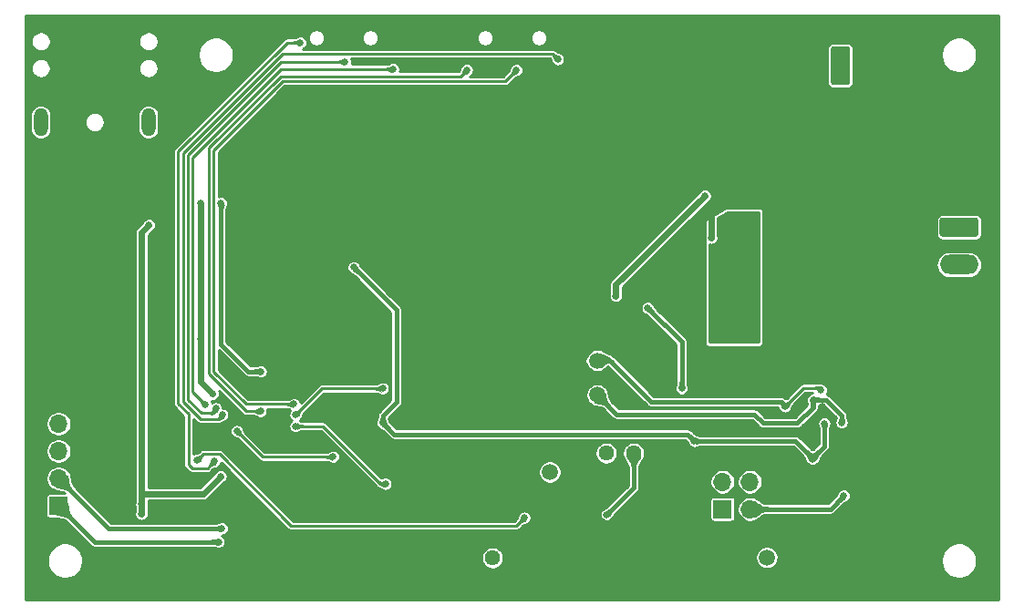
<source format=gbr>
%TF.GenerationSoftware,KiCad,Pcbnew,5.1.10*%
%TF.CreationDate,2021-07-04T17:59:21+02:00*%
%TF.ProjectId,SoundLazer,536f756e-644c-4617-9a65-722e6b696361,rev?*%
%TF.SameCoordinates,Original*%
%TF.FileFunction,Copper,L2,Bot*%
%TF.FilePolarity,Positive*%
%FSLAX46Y46*%
G04 Gerber Fmt 4.6, Leading zero omitted, Abs format (unit mm)*
G04 Created by KiCad (PCBNEW 5.1.10) date 2021-07-04 17:59:21*
%MOMM*%
%LPD*%
G01*
G04 APERTURE LIST*
%TA.AperFunction,ComponentPad*%
%ADD10O,1.308000X2.616000*%
%TD*%
%TA.AperFunction,ComponentPad*%
%ADD11O,2.616000X1.308000*%
%TD*%
%TA.AperFunction,ComponentPad*%
%ADD12R,1.700000X1.700000*%
%TD*%
%TA.AperFunction,ComponentPad*%
%ADD13O,1.700000X1.700000*%
%TD*%
%TA.AperFunction,ComponentPad*%
%ADD14C,1.500000*%
%TD*%
%TA.AperFunction,ComponentPad*%
%ADD15O,3.600000X1.800000*%
%TD*%
%TA.AperFunction,ComponentPad*%
%ADD16O,1.800000X3.600000*%
%TD*%
%TA.AperFunction,ComponentPad*%
%ADD17C,1.440000*%
%TD*%
%TA.AperFunction,ViaPad*%
%ADD18C,0.650000*%
%TD*%
%TA.AperFunction,ViaPad*%
%ADD19C,0.800000*%
%TD*%
%TA.AperFunction,Conductor*%
%ADD20C,0.600000*%
%TD*%
%TA.AperFunction,Conductor*%
%ADD21C,0.400000*%
%TD*%
%TA.AperFunction,Conductor*%
%ADD22C,0.250000*%
%TD*%
%TA.AperFunction,Conductor*%
%ADD23C,0.254000*%
%TD*%
%TA.AperFunction,Conductor*%
%ADD24C,0.100000*%
%TD*%
%TA.AperFunction,Conductor*%
%ADD25C,0.025400*%
%TD*%
G04 APERTURE END LIST*
D10*
%TO.P,J1,3*%
%TO.N,Net-(FB1-Pad2)*%
X118750000Y-105250000D03*
%TO.P,J1,2*%
%TO.N,Net-(FB2-Pad2)*%
X108750000Y-105250000D03*
D11*
%TO.P,J1,1*%
%TO.N,GND*%
X113750000Y-100250000D03*
%TD*%
D12*
%TO.P,J2,1*%
%TO.N,Net-(J2-Pad1)*%
X110400000Y-140900000D03*
D13*
%TO.P,J2,2*%
%TO.N,Net-(J2-Pad2)*%
X110400000Y-138360000D03*
%TO.P,J2,3*%
%TO.N,/~MAN_RES*%
X110400000Y-135820000D03*
%TO.P,J2,4*%
%TO.N,Net-(J2-Pad4)*%
X110400000Y-133280000D03*
%TO.P,J2,5*%
%TO.N,GND*%
X110400000Y-130740000D03*
%TD*%
D14*
%TO.P,TP4,1*%
%TO.N,/DSP_A_OUT*%
X156000000Y-137750000D03*
%TD*%
%TO.P,TP3,1*%
%TO.N,Net-(C38-Pad2)*%
X160400000Y-130600000D03*
%TD*%
%TO.P,TP2,1*%
%TO.N,Net-(C37-Pad2)*%
X160400000Y-127400000D03*
%TD*%
%TO.P,TP1,1*%
%TO.N,Net-(R32-Pad2)*%
X176150000Y-145700000D03*
%TD*%
%TO.P,J5,1*%
%TO.N,Net-(J5-Pad1)*%
%TA.AperFunction,ComponentPad*%
G36*
G01*
X192450000Y-114100000D02*
X195550000Y-114100000D01*
G75*
G02*
X195800000Y-114350000I0J-250000D01*
G01*
X195800000Y-115650000D01*
G75*
G02*
X195550000Y-115900000I-250000J0D01*
G01*
X192450000Y-115900000D01*
G75*
G02*
X192200000Y-115650000I0J250000D01*
G01*
X192200000Y-114350000D01*
G75*
G02*
X192450000Y-114100000I250000J0D01*
G01*
G37*
%TD.AperFunction*%
D15*
%TO.P,J5,2*%
%TO.N,Net-(J5-Pad2)*%
X194000000Y-118500000D03*
%TD*%
%TO.P,J4,1*%
%TO.N,Net-(F1-Pad2)*%
%TA.AperFunction,ComponentPad*%
G36*
G01*
X182100000Y-101550000D02*
X182100000Y-98450000D01*
G75*
G02*
X182350000Y-98200000I250000J0D01*
G01*
X183650000Y-98200000D01*
G75*
G02*
X183900000Y-98450000I0J-250000D01*
G01*
X183900000Y-101550000D01*
G75*
G02*
X183650000Y-101800000I-250000J0D01*
G01*
X182350000Y-101800000D01*
G75*
G02*
X182100000Y-101550000I0J250000D01*
G01*
G37*
%TD.AperFunction*%
D16*
%TO.P,J4,2*%
%TO.N,GND*%
X186500000Y-100000000D03*
%TD*%
D12*
%TO.P,J3,1*%
%TO.N,Net-(J3-Pad1)*%
X172050000Y-141200000D03*
D13*
%TO.P,J3,2*%
%TO.N,Net-(J3-Pad2)*%
X172050000Y-138660000D03*
%TO.P,J3,3*%
%TO.N,Net-(J3-Pad3)*%
X174590000Y-141200000D03*
%TO.P,J3,4*%
%TO.N,Net-(C28-Pad2)*%
X174590000Y-138660000D03*
%TD*%
D17*
%TO.P,Freq1,1*%
%TO.N,Net-(Freq1-Pad1)*%
X150690000Y-145750000D03*
%TO.P,Freq1,2*%
%TO.N,GND*%
X148150000Y-145750000D03*
%TO.P,Freq1,3*%
X145610000Y-145750000D03*
%TD*%
%TO.P,Duty1,1*%
%TO.N,GND*%
X158710000Y-136000000D03*
%TO.P,Duty1,2*%
%TO.N,Net-(Duty1-Pad2)*%
X161250000Y-136000000D03*
%TO.P,Duty1,3*%
%TO.N,Net-(C1-Pad1)*%
X163790000Y-136000000D03*
%TD*%
D18*
%TO.N,GND*%
X167500000Y-116900000D03*
X169300000Y-121000000D03*
X166500000Y-113300000D03*
X166500000Y-114600000D03*
X171200000Y-113400000D03*
X171000000Y-116000000D03*
X183350000Y-131550000D03*
X169300000Y-108600000D03*
X126350000Y-125200000D03*
X129900000Y-125250000D03*
X127450000Y-136750000D03*
X126250000Y-139950000D03*
X127800000Y-141200000D03*
X127050000Y-141200000D03*
X136400000Y-102200000D03*
X152050000Y-102200000D03*
X122952837Y-138925010D03*
X135600000Y-129274990D03*
X121100000Y-134700000D03*
X123850000Y-133500000D03*
X127950000Y-130050000D03*
X126800000Y-128900000D03*
X114450000Y-136550000D03*
X113000000Y-131250000D03*
X115050000Y-128000000D03*
X108900000Y-126600000D03*
X116100000Y-147850000D03*
X129650000Y-145300000D03*
X131850000Y-140400000D03*
X135350000Y-138450000D03*
X135500000Y-132450000D03*
X127900000Y-110550000D03*
X127900000Y-109400000D03*
X127900000Y-114150000D03*
X134150000Y-110550000D03*
X133000000Y-110550000D03*
X144750000Y-100000000D03*
X144750000Y-97150000D03*
X144750000Y-104100000D03*
X181350000Y-131700000D03*
X121500000Y-106250000D03*
X122250000Y-105500000D03*
X123000000Y-104750000D03*
X128000000Y-107000000D03*
X112250000Y-112500000D03*
X118500000Y-112500000D03*
X119750000Y-117250000D03*
X119250000Y-123250000D03*
X119250000Y-124250000D03*
X127750000Y-120750000D03*
X130750000Y-120750000D03*
X134500000Y-122250000D03*
X134000000Y-120500000D03*
X126500000Y-132000000D03*
X131000000Y-135250000D03*
X115250000Y-145750000D03*
X116250000Y-145750000D03*
X116250000Y-141750000D03*
X124000000Y-145500000D03*
X134250000Y-144250000D03*
X140750000Y-140750000D03*
X161000000Y-142750000D03*
X156250000Y-147250000D03*
X166250000Y-140000000D03*
X164750000Y-139000000D03*
X167000000Y-133500000D03*
X167000000Y-136500000D03*
X171500000Y-136250000D03*
X171500000Y-133750000D03*
X167000000Y-126500000D03*
X163500000Y-122750000D03*
X160000000Y-121000000D03*
X158250000Y-118000000D03*
X158250000Y-117000000D03*
X158250000Y-116000000D03*
X158250000Y-114750000D03*
X158250000Y-113750000D03*
X158250000Y-112750000D03*
X161750000Y-111500000D03*
X173250000Y-107750000D03*
X174000000Y-107750000D03*
X195750000Y-108500000D03*
X194750000Y-108500000D03*
X193750000Y-108500000D03*
X192750000Y-108500000D03*
X192750000Y-107500000D03*
X192750000Y-106500000D03*
X191750000Y-106500000D03*
X190750000Y-106500000D03*
X189750000Y-106500000D03*
X191500000Y-132250000D03*
X191500000Y-133250000D03*
X191500000Y-134500000D03*
X191500000Y-135750000D03*
X191500000Y-137000000D03*
X191500000Y-138250000D03*
X191500000Y-139500000D03*
%TO.N,Net-(C1-Pad1)*%
X161300000Y-141700000D03*
%TO.N,+3V3*%
X124700000Y-130500000D03*
X118100000Y-141650000D03*
X118100000Y-140750000D03*
X118800000Y-114800000D03*
X123550000Y-125400000D03*
X123570000Y-112770000D03*
X125450000Y-138150000D03*
X129179649Y-128420351D03*
X125470000Y-112770000D03*
%TO.N,+6V*%
X181500000Y-133250000D03*
D19*
X180400000Y-136450000D03*
D18*
X140500000Y-133200000D03*
X137800000Y-118750000D03*
X169429999Y-134879999D03*
%TO.N,Net-(C37-Pad2)*%
X177850000Y-131650000D03*
X181200000Y-130150000D03*
%TO.N,Net-(C37-Pad1)*%
X162150000Y-121399998D03*
X170400000Y-112100000D03*
%TO.N,Net-(C38-Pad2)*%
X183100000Y-133150000D03*
X180450000Y-131050000D03*
%TO.N,+12V*%
X165100000Y-122500000D03*
X168250000Y-130000000D03*
%TO.N,Net-(J2-Pad2)*%
X125550000Y-143000000D03*
%TO.N,Net-(J2-Pad1)*%
X125250000Y-144250000D03*
%TO.N,Net-(J3-Pad3)*%
X183300000Y-139950000D03*
%TO.N,Net-(L1-Pad1)*%
X172900000Y-114900000D03*
X172900000Y-114000000D03*
X173900000Y-114000000D03*
X174900000Y-114000000D03*
X174900000Y-114900000D03*
X173900000Y-114900000D03*
X171600000Y-124300000D03*
X172600000Y-124300000D03*
X173600000Y-124300000D03*
X173600000Y-125300000D03*
X172600000Y-125300000D03*
X171600000Y-125300000D03*
%TO.N,/~PWMDIS*%
X123250000Y-136650000D03*
X153650000Y-142000000D03*
%TO.N,Net-(R21-Pad2)*%
X125600000Y-132450000D03*
X156750000Y-99400000D03*
%TO.N,Net-(R22-Pad1)*%
X152900000Y-100400000D03*
X132250000Y-131450000D03*
%TO.N,Net-(R23-Pad1)*%
X148300000Y-100400000D03*
X129150000Y-132100000D03*
%TO.N,Net-(Q6-Pad1)*%
X132400000Y-132450000D03*
X140500000Y-130000000D03*
%TO.N,Net-(Q7-Pad1)*%
X132400000Y-133500000D03*
X140750000Y-138850000D03*
%TO.N,Net-(Q8-Pad1)*%
X126950000Y-133950000D03*
X135900000Y-136350000D03*
%TO.N,Net-(R37-Pad2)*%
X124050000Y-131525000D03*
X141450000Y-100324990D03*
%TO.N,Net-(R38-Pad1)*%
X124994988Y-131852111D03*
X137000000Y-99650000D03*
%TO.N,Net-(R39-Pad1)*%
X124862119Y-136763201D03*
X132850000Y-97850000D03*
%TD*%
D20*
%TO.N,GND*%
X171000000Y-113600000D02*
X171200000Y-113400000D01*
X171000000Y-116000000D02*
X171000000Y-113600000D01*
D21*
%TO.N,Net-(C1-Pad1)*%
X163790000Y-139210000D02*
X163790000Y-136000000D01*
X161300000Y-141700000D02*
X163790000Y-139210000D01*
D20*
%TO.N,+3V3*%
X118100000Y-115500000D02*
X118800000Y-114800000D01*
X123550000Y-129350000D02*
X124700000Y-130500000D01*
X123550000Y-125400000D02*
X123550000Y-129350000D01*
X123550000Y-112790000D02*
X123570000Y-112770000D01*
X123550000Y-125400000D02*
X123550000Y-112790000D01*
D21*
X118150000Y-138150000D02*
X118100000Y-138200000D01*
D20*
X118100000Y-138200000D02*
X118100000Y-115500000D01*
D21*
X129179649Y-128420351D02*
X128020351Y-128420351D01*
X125470000Y-125870000D02*
X125470000Y-112770000D01*
X128020351Y-128420351D02*
X125470000Y-125870000D01*
D20*
X125450000Y-138150000D02*
X123800000Y-139800000D01*
X118200000Y-139800000D02*
X118100000Y-139900000D01*
X123800000Y-139800000D02*
X118200000Y-139800000D01*
X118100000Y-139900000D02*
X118100000Y-138200000D01*
X118100000Y-141650000D02*
X118100000Y-139900000D01*
D21*
%TO.N,+6V*%
X181500000Y-135350000D02*
X180400000Y-136450000D01*
X181500000Y-133250000D02*
X181500000Y-135350000D01*
X180400000Y-136450000D02*
X178829999Y-134879999D01*
X178829999Y-134879999D02*
X169429999Y-134879999D01*
X168800000Y-134250000D02*
X141550000Y-134250000D01*
X141550000Y-134250000D02*
X140500000Y-133200000D01*
X169429999Y-134879999D02*
X168800000Y-134250000D01*
X141750000Y-122700000D02*
X137800000Y-118750000D01*
X141750000Y-131275000D02*
X141750000Y-122700000D01*
X140500000Y-132525000D02*
X141750000Y-131275000D01*
X140500000Y-133200000D02*
X140500000Y-132525000D01*
D22*
%TO.N,Net-(C37-Pad2)*%
X159700000Y-127400000D02*
X160400000Y-127400000D01*
X181200000Y-130150000D02*
X181000000Y-129950000D01*
X179550000Y-129950000D02*
X177850000Y-131650000D01*
X181000000Y-129950000D02*
X179550000Y-129950000D01*
D21*
X161598542Y-127400000D02*
X160400000Y-127400000D01*
X165448542Y-131250000D02*
X161598542Y-127400000D01*
X177450000Y-131250000D02*
X165448542Y-131250000D01*
X177850000Y-131650000D02*
X177450000Y-131250000D01*
D20*
%TO.N,Net-(C37-Pad1)*%
X162150000Y-120350000D02*
X170400000Y-112100000D01*
X162150000Y-121399998D02*
X162150000Y-120350000D01*
D21*
%TO.N,Net-(C38-Pad2)*%
X183100000Y-133150000D02*
X183100000Y-132487998D01*
X183100000Y-132487998D02*
X181662002Y-131050000D01*
X181662002Y-131050000D02*
X180450000Y-131050000D01*
X175000000Y-132400000D02*
X162200000Y-132400000D01*
X175800000Y-133200000D02*
X175000000Y-132400000D01*
X179000000Y-133200000D02*
X175800000Y-133200000D01*
X180450000Y-131750000D02*
X179000000Y-133200000D01*
X162200000Y-132400000D02*
X160400000Y-130600000D01*
X180450000Y-131050000D02*
X180450000Y-131750000D01*
%TO.N,+12V*%
X165100000Y-122500000D02*
X168250000Y-125650000D01*
X168250000Y-125650000D02*
X168250000Y-130000000D01*
%TO.N,Net-(J2-Pad2)*%
X115050000Y-143000000D02*
X110410000Y-138360000D01*
X125550000Y-143000000D02*
X115050000Y-143000000D01*
X110410000Y-138360000D02*
X110400000Y-138360000D01*
%TO.N,Net-(J2-Pad1)*%
X113750000Y-144250000D02*
X110400000Y-140900000D01*
X125250000Y-144250000D02*
X113750000Y-144250000D01*
%TO.N,Net-(J3-Pad3)*%
X182050000Y-141200000D02*
X174590000Y-141200000D01*
X183300000Y-139950000D02*
X182050000Y-141200000D01*
D22*
%TO.N,/~PWMDIS*%
X123250000Y-136650000D02*
X123800000Y-136100000D01*
X123800000Y-136100000D02*
X125350000Y-136100000D01*
X125350000Y-136100000D02*
X132000000Y-142750000D01*
X152900000Y-142750000D02*
X153650000Y-142000000D01*
X132000000Y-142750000D02*
X152900000Y-142750000D01*
%TO.N,Net-(R21-Pad2)*%
X121949978Y-131236389D02*
X121949978Y-108140789D01*
X156250000Y-98900000D02*
X156425001Y-99075001D01*
X121949978Y-108140789D02*
X131190767Y-98900000D01*
X131190767Y-98900000D02*
X156250000Y-98900000D01*
X156425001Y-99075001D02*
X156750000Y-99400000D01*
X123563589Y-132850000D02*
X121949978Y-131236389D01*
X125200000Y-132850000D02*
X123563589Y-132850000D01*
X125600000Y-132450000D02*
X125200000Y-132850000D01*
%TO.N,Net-(R22-Pad1)*%
X151850000Y-101450000D02*
X152900000Y-100400000D01*
X124800000Y-107850000D02*
X131200000Y-101450000D01*
X131200000Y-101450000D02*
X151850000Y-101450000D01*
X124800000Y-128450000D02*
X124800000Y-107850000D01*
X127800000Y-131450000D02*
X132250000Y-131450000D01*
X124800000Y-128450000D02*
X127800000Y-131450000D01*
%TO.N,Net-(R23-Pad1)*%
X131000000Y-101000000D02*
X124350000Y-107650000D01*
X148300000Y-100400000D02*
X147700000Y-101000000D01*
X127813589Y-132100000D02*
X129150000Y-132100000D01*
X147700000Y-101000000D02*
X131000000Y-101000000D01*
X124350000Y-107650000D02*
X124350000Y-128636411D01*
X124350000Y-128636411D02*
X127813589Y-132100000D01*
%TO.N,Net-(Q6-Pad1)*%
X132400000Y-132450000D02*
X134850000Y-130000000D01*
X134850000Y-130000000D02*
X140500000Y-130000000D01*
%TO.N,Net-(Q7-Pad1)*%
X132400000Y-133500000D02*
X134940381Y-133500000D01*
X134940381Y-133500000D02*
X140290381Y-138850000D01*
X140290381Y-138850000D02*
X140750000Y-138850000D01*
%TO.N,Net-(Q8-Pad1)*%
X129350000Y-136350000D02*
X126950000Y-133950000D01*
X135900000Y-136350000D02*
X129350000Y-136350000D01*
%TO.N,Net-(R37-Pad2)*%
X131038599Y-100324990D02*
X141450000Y-100324990D01*
X122850000Y-108513589D02*
X131038599Y-100324990D01*
X122850000Y-130350000D02*
X122850000Y-108513589D01*
X124025000Y-131525000D02*
X122850000Y-130350000D01*
X124050000Y-131525000D02*
X124025000Y-131525000D01*
%TO.N,Net-(R38-Pad1)*%
X131077178Y-99650000D02*
X137000000Y-99650000D01*
X122399989Y-131049989D02*
X122399989Y-108327189D01*
X123650000Y-132300000D02*
X122399989Y-131049989D01*
X124994988Y-131852111D02*
X124547099Y-132300000D01*
X124547099Y-132300000D02*
X123650000Y-132300000D01*
X122399989Y-108327189D02*
X131077178Y-99650000D01*
%TO.N,Net-(R39-Pad1)*%
X121499967Y-107954389D02*
X131604356Y-97850000D01*
X121499967Y-131422789D02*
X121499967Y-107954389D01*
X122450000Y-132372821D02*
X121499967Y-131422789D01*
X131604356Y-97850000D02*
X132850000Y-97850000D01*
X122450000Y-137050000D02*
X122450000Y-132372821D01*
X122800000Y-137400000D02*
X122450000Y-137050000D01*
X124225320Y-137400000D02*
X122800000Y-137400000D01*
X124862119Y-136763201D02*
X124225320Y-137400000D01*
%TD*%
D23*
%TO.N,Net-(L1-Pad1)*%
X175373000Y-125673000D02*
X170827000Y-125673000D01*
X170827000Y-116630362D01*
X170935784Y-116652000D01*
X171064216Y-116652000D01*
X171190181Y-116626944D01*
X171308838Y-116577795D01*
X171415626Y-116506442D01*
X171506442Y-116415626D01*
X171577795Y-116308838D01*
X171626944Y-116190181D01*
X171652000Y-116064216D01*
X171652000Y-115935784D01*
X171627000Y-115810101D01*
X171627000Y-114182337D01*
X172535734Y-113627000D01*
X175373000Y-113627000D01*
X175373000Y-125673000D01*
%TA.AperFunction,Conductor*%
D24*
G36*
X175373000Y-125673000D02*
G01*
X170827000Y-125673000D01*
X170827000Y-116630362D01*
X170935784Y-116652000D01*
X171064216Y-116652000D01*
X171190181Y-116626944D01*
X171308838Y-116577795D01*
X171415626Y-116506442D01*
X171506442Y-116415626D01*
X171577795Y-116308838D01*
X171626944Y-116190181D01*
X171652000Y-116064216D01*
X171652000Y-115935784D01*
X171627000Y-115810101D01*
X171627000Y-114182337D01*
X172535734Y-113627000D01*
X175373000Y-113627000D01*
X175373000Y-125673000D01*
G37*
%TD.AperFunction*%
%TD*%
D23*
%TO.N,GND*%
X197648001Y-149648000D02*
X107352000Y-149648000D01*
X107352000Y-145834830D01*
X109323000Y-145834830D01*
X109323000Y-146165170D01*
X109387446Y-146489163D01*
X109513862Y-146794357D01*
X109697389Y-147069025D01*
X109930975Y-147302611D01*
X110205643Y-147486138D01*
X110510837Y-147612554D01*
X110834830Y-147677000D01*
X111165170Y-147677000D01*
X111489163Y-147612554D01*
X111794357Y-147486138D01*
X112069025Y-147302611D01*
X112302611Y-147069025D01*
X112486138Y-146794357D01*
X112612554Y-146489163D01*
X112677000Y-146165170D01*
X112677000Y-145834830D01*
X112639615Y-145646879D01*
X149643000Y-145646879D01*
X149643000Y-145853121D01*
X149683236Y-146055399D01*
X149762161Y-146245940D01*
X149876742Y-146417424D01*
X150022576Y-146563258D01*
X150194060Y-146677839D01*
X150384601Y-146756764D01*
X150586879Y-146797000D01*
X150793121Y-146797000D01*
X150995399Y-146756764D01*
X151185940Y-146677839D01*
X151357424Y-146563258D01*
X151503258Y-146417424D01*
X151617839Y-146245940D01*
X151696764Y-146055399D01*
X151737000Y-145853121D01*
X151737000Y-145646879D01*
X151726467Y-145593925D01*
X175073000Y-145593925D01*
X175073000Y-145806075D01*
X175114389Y-146014149D01*
X175195575Y-146210151D01*
X175313440Y-146386547D01*
X175463453Y-146536560D01*
X175639849Y-146654425D01*
X175835851Y-146735611D01*
X176043925Y-146777000D01*
X176256075Y-146777000D01*
X176464149Y-146735611D01*
X176660151Y-146654425D01*
X176836547Y-146536560D01*
X176986560Y-146386547D01*
X177104425Y-146210151D01*
X177185611Y-146014149D01*
X177221280Y-145834830D01*
X192323000Y-145834830D01*
X192323000Y-146165170D01*
X192387446Y-146489163D01*
X192513862Y-146794357D01*
X192697389Y-147069025D01*
X192930975Y-147302611D01*
X193205643Y-147486138D01*
X193510837Y-147612554D01*
X193834830Y-147677000D01*
X194165170Y-147677000D01*
X194489163Y-147612554D01*
X194794357Y-147486138D01*
X195069025Y-147302611D01*
X195302611Y-147069025D01*
X195486138Y-146794357D01*
X195612554Y-146489163D01*
X195677000Y-146165170D01*
X195677000Y-145834830D01*
X195612554Y-145510837D01*
X195486138Y-145205643D01*
X195302611Y-144930975D01*
X195069025Y-144697389D01*
X194794357Y-144513862D01*
X194489163Y-144387446D01*
X194165170Y-144323000D01*
X193834830Y-144323000D01*
X193510837Y-144387446D01*
X193205643Y-144513862D01*
X192930975Y-144697389D01*
X192697389Y-144930975D01*
X192513862Y-145205643D01*
X192387446Y-145510837D01*
X192323000Y-145834830D01*
X177221280Y-145834830D01*
X177227000Y-145806075D01*
X177227000Y-145593925D01*
X177185611Y-145385851D01*
X177104425Y-145189849D01*
X176986560Y-145013453D01*
X176836547Y-144863440D01*
X176660151Y-144745575D01*
X176464149Y-144664389D01*
X176256075Y-144623000D01*
X176043925Y-144623000D01*
X175835851Y-144664389D01*
X175639849Y-144745575D01*
X175463453Y-144863440D01*
X175313440Y-145013453D01*
X175195575Y-145189849D01*
X175114389Y-145385851D01*
X175073000Y-145593925D01*
X151726467Y-145593925D01*
X151696764Y-145444601D01*
X151617839Y-145254060D01*
X151503258Y-145082576D01*
X151357424Y-144936742D01*
X151185940Y-144822161D01*
X150995399Y-144743236D01*
X150793121Y-144703000D01*
X150586879Y-144703000D01*
X150384601Y-144743236D01*
X150194060Y-144822161D01*
X150022576Y-144936742D01*
X149876742Y-145082576D01*
X149762161Y-145254060D01*
X149683236Y-145444601D01*
X149643000Y-145646879D01*
X112639615Y-145646879D01*
X112612554Y-145510837D01*
X112486138Y-145205643D01*
X112302611Y-144930975D01*
X112069025Y-144697389D01*
X111794357Y-144513862D01*
X111489163Y-144387446D01*
X111165170Y-144323000D01*
X110834830Y-144323000D01*
X110510837Y-144387446D01*
X110205643Y-144513862D01*
X109930975Y-144697389D01*
X109697389Y-144930975D01*
X109513862Y-145205643D01*
X109387446Y-145510837D01*
X109323000Y-145834830D01*
X107352000Y-145834830D01*
X107352000Y-140050000D01*
X109221418Y-140050000D01*
X109221418Y-141750000D01*
X109227732Y-141814103D01*
X109246430Y-141875743D01*
X109276794Y-141932550D01*
X109317657Y-141982343D01*
X109367450Y-142023206D01*
X109424257Y-142053570D01*
X109485897Y-142072268D01*
X109550000Y-142078582D01*
X110240588Y-142078582D01*
X110363809Y-142106962D01*
X110379704Y-142110210D01*
X110515342Y-142134437D01*
X110520262Y-142135278D01*
X110641131Y-142154968D01*
X110743395Y-142174774D01*
X110830113Y-142198651D01*
X110911203Y-142231357D01*
X110998278Y-142280510D01*
X111100421Y-142356228D01*
X111227379Y-142472669D01*
X113359049Y-144604339D01*
X113375552Y-144624448D01*
X113455798Y-144690304D01*
X113547350Y-144739239D01*
X113646690Y-144769374D01*
X113724119Y-144777000D01*
X113724121Y-144777000D01*
X113749999Y-144779549D01*
X113775877Y-144777000D01*
X124604146Y-144777000D01*
X124672344Y-144777344D01*
X124727812Y-144778527D01*
X124771826Y-144780671D01*
X124805674Y-144783699D01*
X124831482Y-144787425D01*
X124852576Y-144791883D01*
X124873089Y-144797722D01*
X124897071Y-144806264D01*
X124927527Y-144819004D01*
X124929108Y-144819741D01*
X124941162Y-144827795D01*
X125059819Y-144876944D01*
X125185784Y-144902000D01*
X125314216Y-144902000D01*
X125440181Y-144876944D01*
X125558838Y-144827795D01*
X125665626Y-144756442D01*
X125756442Y-144665626D01*
X125827795Y-144558838D01*
X125876944Y-144440181D01*
X125902000Y-144314216D01*
X125902000Y-144185784D01*
X125876944Y-144059819D01*
X125827795Y-143941162D01*
X125756442Y-143834374D01*
X125665626Y-143743558D01*
X125558838Y-143672205D01*
X125510058Y-143652000D01*
X125614216Y-143652000D01*
X125740181Y-143626944D01*
X125858838Y-143577795D01*
X125965626Y-143506442D01*
X126056442Y-143415626D01*
X126127795Y-143308838D01*
X126176944Y-143190181D01*
X126202000Y-143064216D01*
X126202000Y-142935784D01*
X126176944Y-142809819D01*
X126127795Y-142691162D01*
X126056442Y-142584374D01*
X125965626Y-142493558D01*
X125858838Y-142422205D01*
X125740181Y-142373056D01*
X125614216Y-142348000D01*
X125485784Y-142348000D01*
X125359819Y-142373056D01*
X125241162Y-142422205D01*
X125229112Y-142430257D01*
X125227536Y-142430991D01*
X125197071Y-142443735D01*
X125173089Y-142452277D01*
X125152576Y-142458116D01*
X125131482Y-142462574D01*
X125105674Y-142466300D01*
X125071826Y-142469328D01*
X125027812Y-142471472D01*
X124972344Y-142472656D01*
X124904141Y-142473000D01*
X115268290Y-142473000D01*
X113481074Y-140685784D01*
X117448000Y-140685784D01*
X117448000Y-140814216D01*
X117473000Y-140939902D01*
X117473000Y-141460100D01*
X117448000Y-141585784D01*
X117448000Y-141714216D01*
X117473056Y-141840181D01*
X117522205Y-141958838D01*
X117593558Y-142065626D01*
X117684374Y-142156442D01*
X117791162Y-142227795D01*
X117909819Y-142276944D01*
X118035784Y-142302000D01*
X118164216Y-142302000D01*
X118290181Y-142276944D01*
X118408838Y-142227795D01*
X118515626Y-142156442D01*
X118606442Y-142065626D01*
X118677795Y-141958838D01*
X118726944Y-141840181D01*
X118752000Y-141714216D01*
X118752000Y-141585784D01*
X118727000Y-141460101D01*
X118727000Y-140939899D01*
X118752000Y-140814216D01*
X118752000Y-140685784D01*
X118727000Y-140560101D01*
X118727000Y-140427000D01*
X123769206Y-140427000D01*
X123800000Y-140430033D01*
X123830794Y-140427000D01*
X123922913Y-140417927D01*
X124041103Y-140382075D01*
X124150028Y-140323853D01*
X124245501Y-140245501D01*
X124265138Y-140221573D01*
X125759076Y-138727636D01*
X125865626Y-138656442D01*
X125956442Y-138565626D01*
X126027795Y-138458838D01*
X126076944Y-138340181D01*
X126102000Y-138214216D01*
X126102000Y-138085784D01*
X126076944Y-137959819D01*
X126027795Y-137841162D01*
X125956442Y-137734374D01*
X125865626Y-137643558D01*
X125758838Y-137572205D01*
X125640181Y-137523056D01*
X125514216Y-137498000D01*
X125385784Y-137498000D01*
X125259819Y-137523056D01*
X125141162Y-137572205D01*
X125034374Y-137643558D01*
X124943558Y-137734374D01*
X124872364Y-137840924D01*
X123540289Y-139173000D01*
X118727000Y-139173000D01*
X118727000Y-115759711D01*
X119109075Y-115377636D01*
X119215626Y-115306442D01*
X119306442Y-115215626D01*
X119377795Y-115108838D01*
X119426944Y-114990181D01*
X119452000Y-114864216D01*
X119452000Y-114735784D01*
X119426944Y-114609819D01*
X119377795Y-114491162D01*
X119306442Y-114384374D01*
X119215626Y-114293558D01*
X119108838Y-114222205D01*
X118990181Y-114173056D01*
X118864216Y-114148000D01*
X118735784Y-114148000D01*
X118609819Y-114173056D01*
X118491162Y-114222205D01*
X118384374Y-114293558D01*
X118293558Y-114384374D01*
X118222364Y-114490925D01*
X117678422Y-115034867D01*
X117654500Y-115054499D01*
X117576148Y-115149972D01*
X117517926Y-115258897D01*
X117482073Y-115377088D01*
X117469967Y-115500000D01*
X117473001Y-115530804D01*
X117473000Y-138230793D01*
X117473001Y-138230803D01*
X117473000Y-139869206D01*
X117469967Y-139900000D01*
X117473000Y-139930793D01*
X117473001Y-139930803D01*
X117473001Y-140560097D01*
X117448000Y-140685784D01*
X113481074Y-140685784D01*
X111982603Y-139187314D01*
X111864865Y-139059077D01*
X111787872Y-138955627D01*
X111737556Y-138867240D01*
X111703837Y-138784939D01*
X111679004Y-138697187D01*
X111658155Y-138594092D01*
X111637246Y-138472600D01*
X111636345Y-138467593D01*
X111610720Y-138331408D01*
X111607333Y-138315575D01*
X111571346Y-138165604D01*
X111565249Y-138143612D01*
X111542932Y-138072801D01*
X111531769Y-138016682D01*
X111443044Y-137802481D01*
X111314236Y-137609706D01*
X111150294Y-137445764D01*
X110957519Y-137316956D01*
X110743318Y-137228231D01*
X110515924Y-137183000D01*
X110284076Y-137183000D01*
X110056682Y-137228231D01*
X109842481Y-137316956D01*
X109649706Y-137445764D01*
X109485764Y-137609706D01*
X109356956Y-137802481D01*
X109268231Y-138016682D01*
X109223000Y-138244076D01*
X109223000Y-138475924D01*
X109268231Y-138703318D01*
X109356956Y-138917519D01*
X109485764Y-139110294D01*
X109649706Y-139274236D01*
X109842481Y-139403044D01*
X110056682Y-139491769D01*
X110123198Y-139505000D01*
X110202123Y-139528453D01*
X110223919Y-139534121D01*
X110373827Y-139567638D01*
X110389223Y-139570694D01*
X110525304Y-139594328D01*
X110529694Y-139595060D01*
X110650662Y-139614377D01*
X110752733Y-139633977D01*
X110839340Y-139657793D01*
X110920461Y-139690555D01*
X110975042Y-139721418D01*
X109550000Y-139721418D01*
X109485897Y-139727732D01*
X109424257Y-139746430D01*
X109367450Y-139776794D01*
X109317657Y-139817657D01*
X109276794Y-139867450D01*
X109246430Y-139924257D01*
X109227732Y-139985897D01*
X109221418Y-140050000D01*
X107352000Y-140050000D01*
X107352000Y-135704076D01*
X109223000Y-135704076D01*
X109223000Y-135935924D01*
X109268231Y-136163318D01*
X109356956Y-136377519D01*
X109485764Y-136570294D01*
X109649706Y-136734236D01*
X109842481Y-136863044D01*
X110056682Y-136951769D01*
X110284076Y-136997000D01*
X110515924Y-136997000D01*
X110743318Y-136951769D01*
X110957519Y-136863044D01*
X111150294Y-136734236D01*
X111314236Y-136570294D01*
X111443044Y-136377519D01*
X111531769Y-136163318D01*
X111577000Y-135935924D01*
X111577000Y-135704076D01*
X111531769Y-135476682D01*
X111443044Y-135262481D01*
X111314236Y-135069706D01*
X111150294Y-134905764D01*
X110957519Y-134776956D01*
X110743318Y-134688231D01*
X110515924Y-134643000D01*
X110284076Y-134643000D01*
X110056682Y-134688231D01*
X109842481Y-134776956D01*
X109649706Y-134905764D01*
X109485764Y-135069706D01*
X109356956Y-135262481D01*
X109268231Y-135476682D01*
X109223000Y-135704076D01*
X107352000Y-135704076D01*
X107352000Y-133164076D01*
X109223000Y-133164076D01*
X109223000Y-133395924D01*
X109268231Y-133623318D01*
X109356956Y-133837519D01*
X109485764Y-134030294D01*
X109649706Y-134194236D01*
X109842481Y-134323044D01*
X110056682Y-134411769D01*
X110284076Y-134457000D01*
X110515924Y-134457000D01*
X110743318Y-134411769D01*
X110957519Y-134323044D01*
X111150294Y-134194236D01*
X111314236Y-134030294D01*
X111443044Y-133837519D01*
X111531769Y-133623318D01*
X111577000Y-133395924D01*
X111577000Y-133164076D01*
X111531769Y-132936682D01*
X111443044Y-132722481D01*
X111314236Y-132529706D01*
X111150294Y-132365764D01*
X110957519Y-132236956D01*
X110743318Y-132148231D01*
X110515924Y-132103000D01*
X110284076Y-132103000D01*
X110056682Y-132148231D01*
X109842481Y-132236956D01*
X109649706Y-132365764D01*
X109485764Y-132529706D01*
X109356956Y-132722481D01*
X109268231Y-132936682D01*
X109223000Y-133164076D01*
X107352000Y-133164076D01*
X107352000Y-107954389D01*
X121045780Y-107954389D01*
X121047968Y-107976604D01*
X121047967Y-131400584D01*
X121045780Y-131422789D01*
X121054507Y-131511396D01*
X121076440Y-131583699D01*
X121080353Y-131596598D01*
X121122324Y-131675121D01*
X121178808Y-131743948D01*
X121196062Y-131758108D01*
X121998001Y-132560046D01*
X121998000Y-137027795D01*
X121995813Y-137050000D01*
X122004540Y-137138607D01*
X122007712Y-137149062D01*
X122030386Y-137223809D01*
X122072357Y-137302332D01*
X122128841Y-137371159D01*
X122146100Y-137385323D01*
X122464681Y-137703905D01*
X122478841Y-137721159D01*
X122547667Y-137777643D01*
X122626190Y-137819614D01*
X122711392Y-137845460D01*
X122800000Y-137854187D01*
X122822205Y-137852000D01*
X124203115Y-137852000D01*
X124225320Y-137854187D01*
X124247525Y-137852000D01*
X124313927Y-137845460D01*
X124399130Y-137819614D01*
X124477653Y-137777643D01*
X124546479Y-137721159D01*
X124560643Y-137703900D01*
X124722338Y-137542206D01*
X124763971Y-137502869D01*
X124792531Y-137479397D01*
X124812536Y-137465622D01*
X124827517Y-137457288D01*
X124843150Y-137450425D01*
X124865748Y-137442516D01*
X124899722Y-137432435D01*
X124944852Y-137419828D01*
X124948522Y-137418780D01*
X125001218Y-137403394D01*
X125010907Y-137400401D01*
X125026827Y-137395212D01*
X125052300Y-137390145D01*
X125170957Y-137340996D01*
X125277745Y-137269643D01*
X125368561Y-137178827D01*
X125439914Y-137072039D01*
X125489063Y-136953382D01*
X125501522Y-136890745D01*
X131664686Y-143053911D01*
X131678841Y-143071159D01*
X131747667Y-143127643D01*
X131826190Y-143169614D01*
X131911392Y-143195460D01*
X131999999Y-143204187D01*
X132022204Y-143202000D01*
X152877795Y-143202000D01*
X152900000Y-143204187D01*
X152922205Y-143202000D01*
X152988607Y-143195460D01*
X153073810Y-143169614D01*
X153152333Y-143127643D01*
X153221159Y-143071159D01*
X153235323Y-143053900D01*
X153510228Y-142778996D01*
X153551852Y-142739668D01*
X153580412Y-142716196D01*
X153600417Y-142702421D01*
X153615398Y-142694087D01*
X153631031Y-142687224D01*
X153653629Y-142679315D01*
X153687603Y-142669234D01*
X153732733Y-142656627D01*
X153736403Y-142655579D01*
X153789099Y-142640193D01*
X153798788Y-142637200D01*
X153814708Y-142632011D01*
X153840181Y-142626944D01*
X153958838Y-142577795D01*
X154065626Y-142506442D01*
X154156442Y-142415626D01*
X154227795Y-142308838D01*
X154276944Y-142190181D01*
X154302000Y-142064216D01*
X154302000Y-141935784D01*
X154276944Y-141809819D01*
X154227795Y-141691162D01*
X154190793Y-141635784D01*
X160648000Y-141635784D01*
X160648000Y-141764216D01*
X160673056Y-141890181D01*
X160722205Y-142008838D01*
X160793558Y-142115626D01*
X160884374Y-142206442D01*
X160991162Y-142277795D01*
X161109819Y-142326944D01*
X161235784Y-142352000D01*
X161364216Y-142352000D01*
X161490181Y-142326944D01*
X161608838Y-142277795D01*
X161715626Y-142206442D01*
X161806442Y-142115626D01*
X161877795Y-142008838D01*
X161926944Y-141890181D01*
X161929773Y-141875960D01*
X161930369Y-141874323D01*
X161942892Y-141843788D01*
X161953814Y-141820780D01*
X161964187Y-141802153D01*
X161975952Y-141784083D01*
X161991563Y-141763203D01*
X162013365Y-141737117D01*
X162042980Y-141704469D01*
X162081347Y-141664430D01*
X162129460Y-141615829D01*
X163395290Y-140350000D01*
X170871418Y-140350000D01*
X170871418Y-142050000D01*
X170877732Y-142114103D01*
X170896430Y-142175743D01*
X170926794Y-142232550D01*
X170967657Y-142282343D01*
X171017450Y-142323206D01*
X171074257Y-142353570D01*
X171135897Y-142372268D01*
X171200000Y-142378582D01*
X172900000Y-142378582D01*
X172964103Y-142372268D01*
X173025743Y-142353570D01*
X173082550Y-142323206D01*
X173132343Y-142282343D01*
X173173206Y-142232550D01*
X173203570Y-142175743D01*
X173222268Y-142114103D01*
X173228582Y-142050000D01*
X173228582Y-141084076D01*
X173413000Y-141084076D01*
X173413000Y-141315924D01*
X173458231Y-141543318D01*
X173546956Y-141757519D01*
X173675764Y-141950294D01*
X173839706Y-142114236D01*
X174032481Y-142243044D01*
X174246682Y-142331769D01*
X174474076Y-142377000D01*
X174705924Y-142377000D01*
X174933318Y-142331769D01*
X175147519Y-142243044D01*
X175199829Y-142208092D01*
X175268045Y-142171814D01*
X175287934Y-142160323D01*
X175417860Y-142079042D01*
X175431397Y-142070099D01*
X175544438Y-141991320D01*
X175548511Y-141988435D01*
X175647896Y-141916894D01*
X175734219Y-141858583D01*
X175812416Y-141814151D01*
X175892889Y-141779936D01*
X175989213Y-141753122D01*
X176114988Y-141734436D01*
X176287060Y-141727000D01*
X182024119Y-141727000D01*
X182050000Y-141729549D01*
X182075881Y-141727000D01*
X182153310Y-141719374D01*
X182252650Y-141689239D01*
X182344202Y-141640304D01*
X182424448Y-141574448D01*
X182440955Y-141554334D01*
X183215855Y-140779435D01*
X183264430Y-140731347D01*
X183304469Y-140692980D01*
X183337117Y-140663365D01*
X183363203Y-140641563D01*
X183384083Y-140625952D01*
X183402153Y-140614187D01*
X183420780Y-140603814D01*
X183443788Y-140592892D01*
X183474323Y-140580369D01*
X183475960Y-140579773D01*
X183490181Y-140576944D01*
X183608838Y-140527795D01*
X183715626Y-140456442D01*
X183806442Y-140365626D01*
X183877795Y-140258838D01*
X183926944Y-140140181D01*
X183952000Y-140014216D01*
X183952000Y-139885784D01*
X183926944Y-139759819D01*
X183877795Y-139641162D01*
X183806442Y-139534374D01*
X183715626Y-139443558D01*
X183608838Y-139372205D01*
X183490181Y-139323056D01*
X183364216Y-139298000D01*
X183235784Y-139298000D01*
X183109819Y-139323056D01*
X182991162Y-139372205D01*
X182884374Y-139443558D01*
X182793558Y-139534374D01*
X182722205Y-139641162D01*
X182673056Y-139759819D01*
X182670229Y-139774031D01*
X182669627Y-139775684D01*
X182657107Y-139806211D01*
X182646185Y-139829219D01*
X182635812Y-139847846D01*
X182624047Y-139865916D01*
X182608436Y-139886796D01*
X182586634Y-139912882D01*
X182557019Y-139945530D01*
X182518651Y-139985570D01*
X182470559Y-140034151D01*
X181831711Y-140673000D01*
X176287063Y-140673000D01*
X176114988Y-140665563D01*
X175989213Y-140646877D01*
X175892889Y-140620063D01*
X175812416Y-140585848D01*
X175734219Y-140541416D01*
X175647896Y-140483105D01*
X175548511Y-140411564D01*
X175544438Y-140408679D01*
X175431397Y-140329900D01*
X175417860Y-140320957D01*
X175287934Y-140239676D01*
X175268043Y-140228184D01*
X175199825Y-140191906D01*
X175147519Y-140156956D01*
X174933318Y-140068231D01*
X174705924Y-140023000D01*
X174474076Y-140023000D01*
X174246682Y-140068231D01*
X174032481Y-140156956D01*
X173839706Y-140285764D01*
X173675764Y-140449706D01*
X173546956Y-140642481D01*
X173458231Y-140856682D01*
X173413000Y-141084076D01*
X173228582Y-141084076D01*
X173228582Y-140350000D01*
X173222268Y-140285897D01*
X173203570Y-140224257D01*
X173173206Y-140167450D01*
X173132343Y-140117657D01*
X173082550Y-140076794D01*
X173025743Y-140046430D01*
X172964103Y-140027732D01*
X172900000Y-140021418D01*
X171200000Y-140021418D01*
X171135897Y-140027732D01*
X171074257Y-140046430D01*
X171017450Y-140076794D01*
X170967657Y-140117657D01*
X170926794Y-140167450D01*
X170896430Y-140224257D01*
X170877732Y-140285897D01*
X170871418Y-140350000D01*
X163395290Y-140350000D01*
X164144345Y-139600946D01*
X164164448Y-139584448D01*
X164230304Y-139504202D01*
X164279239Y-139412650D01*
X164309374Y-139313310D01*
X164317000Y-139235881D01*
X164317000Y-139235880D01*
X164319549Y-139210000D01*
X164317000Y-139184119D01*
X164317000Y-138544076D01*
X170873000Y-138544076D01*
X170873000Y-138775924D01*
X170918231Y-139003318D01*
X171006956Y-139217519D01*
X171135764Y-139410294D01*
X171299706Y-139574236D01*
X171492481Y-139703044D01*
X171706682Y-139791769D01*
X171934076Y-139837000D01*
X172165924Y-139837000D01*
X172393318Y-139791769D01*
X172607519Y-139703044D01*
X172800294Y-139574236D01*
X172964236Y-139410294D01*
X173093044Y-139217519D01*
X173181769Y-139003318D01*
X173227000Y-138775924D01*
X173227000Y-138544076D01*
X173413000Y-138544076D01*
X173413000Y-138775924D01*
X173458231Y-139003318D01*
X173546956Y-139217519D01*
X173675764Y-139410294D01*
X173839706Y-139574236D01*
X174032481Y-139703044D01*
X174246682Y-139791769D01*
X174474076Y-139837000D01*
X174705924Y-139837000D01*
X174933318Y-139791769D01*
X175147519Y-139703044D01*
X175340294Y-139574236D01*
X175504236Y-139410294D01*
X175633044Y-139217519D01*
X175721769Y-139003318D01*
X175767000Y-138775924D01*
X175767000Y-138544076D01*
X175721769Y-138316682D01*
X175633044Y-138102481D01*
X175504236Y-137909706D01*
X175340294Y-137745764D01*
X175147519Y-137616956D01*
X174933318Y-137528231D01*
X174705924Y-137483000D01*
X174474076Y-137483000D01*
X174246682Y-137528231D01*
X174032481Y-137616956D01*
X173839706Y-137745764D01*
X173675764Y-137909706D01*
X173546956Y-138102481D01*
X173458231Y-138316682D01*
X173413000Y-138544076D01*
X173227000Y-138544076D01*
X173181769Y-138316682D01*
X173093044Y-138102481D01*
X172964236Y-137909706D01*
X172800294Y-137745764D01*
X172607519Y-137616956D01*
X172393318Y-137528231D01*
X172165924Y-137483000D01*
X171934076Y-137483000D01*
X171706682Y-137528231D01*
X171492481Y-137616956D01*
X171299706Y-137745764D01*
X171135764Y-137909706D01*
X171006956Y-138102481D01*
X170918231Y-138316682D01*
X170873000Y-138544076D01*
X164317000Y-138544076D01*
X164317000Y-137436390D01*
X164322592Y-137293432D01*
X164336537Y-137189636D01*
X164356371Y-137110823D01*
X164381411Y-137045759D01*
X164414027Y-136982601D01*
X164457743Y-136911997D01*
X164513459Y-136828683D01*
X164514673Y-136826855D01*
X164577722Y-136731193D01*
X164584588Y-136720315D01*
X164650478Y-136611235D01*
X164660056Y-136594255D01*
X164689160Y-136538861D01*
X164717839Y-136495940D01*
X164796764Y-136305399D01*
X164837000Y-136103121D01*
X164837000Y-135896879D01*
X164796764Y-135694601D01*
X164717839Y-135504060D01*
X164603258Y-135332576D01*
X164457424Y-135186742D01*
X164285940Y-135072161D01*
X164095399Y-134993236D01*
X163893121Y-134953000D01*
X163686879Y-134953000D01*
X163484601Y-134993236D01*
X163294060Y-135072161D01*
X163122576Y-135186742D01*
X162976742Y-135332576D01*
X162862161Y-135504060D01*
X162783236Y-135694601D01*
X162743000Y-135896879D01*
X162743000Y-136103121D01*
X162783236Y-136305399D01*
X162862161Y-136495940D01*
X162890838Y-136538858D01*
X162919942Y-136594253D01*
X162929521Y-136611235D01*
X162995411Y-136720315D01*
X163002277Y-136731193D01*
X163065326Y-136826855D01*
X163066540Y-136828683D01*
X163122256Y-136911997D01*
X163165972Y-136982601D01*
X163198588Y-137045759D01*
X163223628Y-137110823D01*
X163243462Y-137189636D01*
X163257407Y-137293432D01*
X163263001Y-137436407D01*
X163263000Y-138991709D01*
X161384177Y-140870534D01*
X161335570Y-140918651D01*
X161295530Y-140957019D01*
X161262882Y-140986634D01*
X161236796Y-141008436D01*
X161215916Y-141024047D01*
X161197846Y-141035812D01*
X161179219Y-141046185D01*
X161156211Y-141057107D01*
X161125684Y-141069627D01*
X161124031Y-141070229D01*
X161109819Y-141073056D01*
X160991162Y-141122205D01*
X160884374Y-141193558D01*
X160793558Y-141284374D01*
X160722205Y-141391162D01*
X160673056Y-141509819D01*
X160648000Y-141635784D01*
X154190793Y-141635784D01*
X154156442Y-141584374D01*
X154065626Y-141493558D01*
X153958838Y-141422205D01*
X153840181Y-141373056D01*
X153714216Y-141348000D01*
X153585784Y-141348000D01*
X153459819Y-141373056D01*
X153341162Y-141422205D01*
X153234374Y-141493558D01*
X153143558Y-141584374D01*
X153072205Y-141691162D01*
X153023056Y-141809819D01*
X153017990Y-141835285D01*
X153012801Y-141851205D01*
X153009806Y-141860900D01*
X152994420Y-141913596D01*
X152993372Y-141917266D01*
X152980765Y-141962396D01*
X152970684Y-141996370D01*
X152962775Y-142018968D01*
X152955912Y-142034601D01*
X152947578Y-142049582D01*
X152933803Y-142069587D01*
X152910330Y-142098147D01*
X152870996Y-142139780D01*
X152712777Y-142298000D01*
X132187225Y-142298000D01*
X125685323Y-135796100D01*
X125671159Y-135778841D01*
X125602333Y-135722357D01*
X125523810Y-135680386D01*
X125438607Y-135654540D01*
X125372205Y-135648000D01*
X125350000Y-135645813D01*
X125327795Y-135648000D01*
X123822202Y-135648000D01*
X123799999Y-135645813D01*
X123777796Y-135648000D01*
X123777795Y-135648000D01*
X123711393Y-135654540D01*
X123626190Y-135680386D01*
X123547667Y-135722357D01*
X123478841Y-135778841D01*
X123464685Y-135796090D01*
X123389765Y-135871011D01*
X123348147Y-135910330D01*
X123319587Y-135933803D01*
X123299582Y-135947578D01*
X123284601Y-135955912D01*
X123268968Y-135962775D01*
X123246370Y-135970684D01*
X123212396Y-135980765D01*
X123167266Y-135993372D01*
X123163596Y-135994420D01*
X123110900Y-136009806D01*
X123101205Y-136012801D01*
X123085285Y-136017990D01*
X123059819Y-136023056D01*
X122941162Y-136072205D01*
X122902000Y-136098372D01*
X122902000Y-133885784D01*
X126298000Y-133885784D01*
X126298000Y-134014216D01*
X126323056Y-134140181D01*
X126372205Y-134258838D01*
X126443558Y-134365626D01*
X126534374Y-134456442D01*
X126641162Y-134527795D01*
X126759819Y-134576944D01*
X126785293Y-134582011D01*
X126801209Y-134587199D01*
X126810900Y-134590193D01*
X126863596Y-134605579D01*
X126867266Y-134606627D01*
X126912396Y-134619234D01*
X126946370Y-134629315D01*
X126968968Y-134637224D01*
X126984601Y-134644087D01*
X126999582Y-134652421D01*
X127019587Y-134666196D01*
X127048147Y-134689669D01*
X127089787Y-134729011D01*
X129014681Y-136653905D01*
X129028841Y-136671159D01*
X129097667Y-136727643D01*
X129176190Y-136769614D01*
X129261392Y-136795460D01*
X129350000Y-136804187D01*
X129372205Y-136802000D01*
X135250347Y-136802000D01*
X135307575Y-136803623D01*
X135344362Y-136807221D01*
X135368251Y-136811626D01*
X135384738Y-136816327D01*
X135400649Y-136822530D01*
X135422220Y-136832916D01*
X135453343Y-136849796D01*
X135494194Y-136872807D01*
X135497526Y-136874658D01*
X135545667Y-136901041D01*
X135554646Y-136905782D01*
X135569573Y-136913370D01*
X135591162Y-136927795D01*
X135709819Y-136976944D01*
X135835784Y-137002000D01*
X135964216Y-137002000D01*
X136090181Y-136976944D01*
X136208838Y-136927795D01*
X136315626Y-136856442D01*
X136406442Y-136765626D01*
X136477795Y-136658838D01*
X136526944Y-136540181D01*
X136552000Y-136414216D01*
X136552000Y-136285784D01*
X136526944Y-136159819D01*
X136477795Y-136041162D01*
X136406442Y-135934374D01*
X136315626Y-135843558D01*
X136208838Y-135772205D01*
X136090181Y-135723056D01*
X135964216Y-135698000D01*
X135835784Y-135698000D01*
X135709819Y-135723056D01*
X135591162Y-135772205D01*
X135569577Y-135786628D01*
X135554650Y-135794215D01*
X135545667Y-135798958D01*
X135497526Y-135825341D01*
X135494194Y-135827192D01*
X135453343Y-135850203D01*
X135422220Y-135867083D01*
X135400649Y-135877469D01*
X135384738Y-135883672D01*
X135368251Y-135888373D01*
X135344362Y-135892778D01*
X135307560Y-135896377D01*
X135250374Y-135898000D01*
X129537224Y-135898000D01*
X127729011Y-134089787D01*
X127689669Y-134048147D01*
X127666196Y-134019587D01*
X127652421Y-133999582D01*
X127644087Y-133984601D01*
X127637224Y-133968968D01*
X127629315Y-133946370D01*
X127619234Y-133912396D01*
X127606627Y-133867266D01*
X127605579Y-133863596D01*
X127590193Y-133810900D01*
X127587199Y-133801209D01*
X127582011Y-133785293D01*
X127576944Y-133759819D01*
X127527795Y-133641162D01*
X127456442Y-133534374D01*
X127365626Y-133443558D01*
X127258838Y-133372205D01*
X127140181Y-133323056D01*
X127014216Y-133298000D01*
X126885784Y-133298000D01*
X126759819Y-133323056D01*
X126641162Y-133372205D01*
X126534374Y-133443558D01*
X126443558Y-133534374D01*
X126372205Y-133641162D01*
X126323056Y-133759819D01*
X126298000Y-133885784D01*
X122902000Y-133885784D01*
X122902000Y-132827635D01*
X123228270Y-133153905D01*
X123242430Y-133171159D01*
X123311256Y-133227643D01*
X123379680Y-133264216D01*
X123389779Y-133269614D01*
X123474981Y-133295460D01*
X123563589Y-133304187D01*
X123585794Y-133302000D01*
X125177795Y-133302000D01*
X125200000Y-133304187D01*
X125222205Y-133302000D01*
X125288607Y-133295460D01*
X125341888Y-133279297D01*
X125354222Y-133276776D01*
X125415712Y-133260471D01*
X125451753Y-133248638D01*
X125505099Y-133227623D01*
X125534072Y-133214549D01*
X125582351Y-133189872D01*
X125599605Y-133180387D01*
X125645896Y-133153094D01*
X125649935Y-133150673D01*
X125693260Y-133124281D01*
X125731925Y-133102238D01*
X125769856Y-133083617D01*
X125783275Y-133078318D01*
X125790181Y-133076944D01*
X125908838Y-133027795D01*
X126015626Y-132956442D01*
X126106442Y-132865626D01*
X126177795Y-132758838D01*
X126226944Y-132640181D01*
X126252000Y-132514216D01*
X126252000Y-132385784D01*
X126226944Y-132259819D01*
X126177795Y-132141162D01*
X126106442Y-132034374D01*
X126015626Y-131943558D01*
X125908838Y-131872205D01*
X125790181Y-131823056D01*
X125664216Y-131798000D01*
X125646988Y-131798000D01*
X125646988Y-131787895D01*
X125621932Y-131661930D01*
X125572783Y-131543273D01*
X125501430Y-131436485D01*
X125410614Y-131345669D01*
X125303826Y-131274316D01*
X125185169Y-131225167D01*
X125059204Y-131200111D01*
X124930772Y-131200111D01*
X124804807Y-131225167D01*
X124686150Y-131274316D01*
X124659311Y-131292249D01*
X124627795Y-131216162D01*
X124577128Y-131140333D01*
X124635784Y-131152000D01*
X124764216Y-131152000D01*
X124890181Y-131126944D01*
X125008838Y-131077795D01*
X125115626Y-131006442D01*
X125206442Y-130915626D01*
X125277795Y-130808838D01*
X125326944Y-130690181D01*
X125352000Y-130564216D01*
X125352000Y-130435784D01*
X125326944Y-130309819D01*
X125286469Y-130212104D01*
X127478270Y-132403905D01*
X127492430Y-132421159D01*
X127561256Y-132477643D01*
X127629680Y-132514216D01*
X127639779Y-132519614D01*
X127724981Y-132545460D01*
X127813589Y-132554187D01*
X127835794Y-132552000D01*
X128500347Y-132552000D01*
X128557575Y-132553623D01*
X128594362Y-132557221D01*
X128618251Y-132561626D01*
X128634738Y-132566327D01*
X128650649Y-132572530D01*
X128672220Y-132582916D01*
X128703343Y-132599796D01*
X128744194Y-132622807D01*
X128747526Y-132624658D01*
X128795667Y-132651041D01*
X128804646Y-132655782D01*
X128819573Y-132663370D01*
X128841162Y-132677795D01*
X128959819Y-132726944D01*
X129085784Y-132752000D01*
X129214216Y-132752000D01*
X129340181Y-132726944D01*
X129458838Y-132677795D01*
X129565626Y-132606442D01*
X129656442Y-132515626D01*
X129727795Y-132408838D01*
X129776944Y-132290181D01*
X129802000Y-132164216D01*
X129802000Y-132035784D01*
X129776944Y-131909819D01*
X129773705Y-131902000D01*
X131600347Y-131902000D01*
X131657575Y-131903623D01*
X131694362Y-131907221D01*
X131718251Y-131911626D01*
X131734738Y-131916327D01*
X131750649Y-131922530D01*
X131772220Y-131932916D01*
X131803343Y-131949796D01*
X131844194Y-131972807D01*
X131847526Y-131974658D01*
X131895667Y-132001041D01*
X131904646Y-132005782D01*
X131916251Y-132011681D01*
X131893558Y-132034374D01*
X131822205Y-132141162D01*
X131773056Y-132259819D01*
X131748000Y-132385784D01*
X131748000Y-132514216D01*
X131773056Y-132640181D01*
X131822205Y-132758838D01*
X131893558Y-132865626D01*
X131984374Y-132956442D01*
X132012148Y-132975000D01*
X131984374Y-132993558D01*
X131893558Y-133084374D01*
X131822205Y-133191162D01*
X131773056Y-133309819D01*
X131748000Y-133435784D01*
X131748000Y-133564216D01*
X131773056Y-133690181D01*
X131822205Y-133808838D01*
X131893558Y-133915626D01*
X131984374Y-134006442D01*
X132091162Y-134077795D01*
X132209819Y-134126944D01*
X132335784Y-134152000D01*
X132464216Y-134152000D01*
X132590181Y-134126944D01*
X132708838Y-134077795D01*
X132730430Y-134063368D01*
X132745355Y-134055781D01*
X132754332Y-134051041D01*
X132802473Y-134024658D01*
X132805805Y-134022807D01*
X132846656Y-133999796D01*
X132877779Y-133982916D01*
X132899350Y-133972530D01*
X132915261Y-133966327D01*
X132931748Y-133961626D01*
X132955637Y-133957221D01*
X132992424Y-133953623D01*
X133049653Y-133952000D01*
X134753158Y-133952000D01*
X139955062Y-139153905D01*
X139969222Y-139171159D01*
X140038048Y-139227643D01*
X140089088Y-139254924D01*
X140116571Y-139269614D01*
X140128928Y-139273362D01*
X140164187Y-139294184D01*
X140180832Y-139303371D01*
X140227820Y-139327552D01*
X140239429Y-139333239D01*
X140288788Y-139356220D01*
X140293847Y-139358524D01*
X140347267Y-139382299D01*
X140403786Y-139407670D01*
X140428268Y-139419179D01*
X140441162Y-139427795D01*
X140559819Y-139476944D01*
X140685784Y-139502000D01*
X140814216Y-139502000D01*
X140940181Y-139476944D01*
X141058838Y-139427795D01*
X141165626Y-139356442D01*
X141256442Y-139265626D01*
X141327795Y-139158838D01*
X141376944Y-139040181D01*
X141402000Y-138914216D01*
X141402000Y-138785784D01*
X141376944Y-138659819D01*
X141327795Y-138541162D01*
X141256442Y-138434374D01*
X141165626Y-138343558D01*
X141058838Y-138272205D01*
X140940181Y-138223056D01*
X140814216Y-138198000D01*
X140685784Y-138198000D01*
X140559819Y-138223056D01*
X140441162Y-138272205D01*
X140410940Y-138292399D01*
X140396353Y-138300781D01*
X140386458Y-138306853D01*
X139723530Y-137643925D01*
X154923000Y-137643925D01*
X154923000Y-137856075D01*
X154964389Y-138064149D01*
X155045575Y-138260151D01*
X155163440Y-138436547D01*
X155313453Y-138586560D01*
X155489849Y-138704425D01*
X155685851Y-138785611D01*
X155893925Y-138827000D01*
X156106075Y-138827000D01*
X156314149Y-138785611D01*
X156510151Y-138704425D01*
X156686547Y-138586560D01*
X156836560Y-138436547D01*
X156954425Y-138260151D01*
X157035611Y-138064149D01*
X157077000Y-137856075D01*
X157077000Y-137643925D01*
X157035611Y-137435851D01*
X156954425Y-137239849D01*
X156836560Y-137063453D01*
X156686547Y-136913440D01*
X156510151Y-136795575D01*
X156314149Y-136714389D01*
X156106075Y-136673000D01*
X155893925Y-136673000D01*
X155685851Y-136714389D01*
X155489849Y-136795575D01*
X155313453Y-136913440D01*
X155163440Y-137063453D01*
X155045575Y-137239849D01*
X154964389Y-137435851D01*
X154923000Y-137643925D01*
X139723530Y-137643925D01*
X137976484Y-135896879D01*
X160203000Y-135896879D01*
X160203000Y-136103121D01*
X160243236Y-136305399D01*
X160322161Y-136495940D01*
X160436742Y-136667424D01*
X160582576Y-136813258D01*
X160754060Y-136927839D01*
X160944601Y-137006764D01*
X161146879Y-137047000D01*
X161353121Y-137047000D01*
X161555399Y-137006764D01*
X161745940Y-136927839D01*
X161917424Y-136813258D01*
X162063258Y-136667424D01*
X162177839Y-136495940D01*
X162256764Y-136305399D01*
X162297000Y-136103121D01*
X162297000Y-135896879D01*
X162256764Y-135694601D01*
X162177839Y-135504060D01*
X162063258Y-135332576D01*
X161917424Y-135186742D01*
X161745940Y-135072161D01*
X161555399Y-134993236D01*
X161353121Y-134953000D01*
X161146879Y-134953000D01*
X160944601Y-134993236D01*
X160754060Y-135072161D01*
X160582576Y-135186742D01*
X160436742Y-135332576D01*
X160322161Y-135504060D01*
X160243236Y-135694601D01*
X160203000Y-135896879D01*
X137976484Y-135896879D01*
X135275704Y-133196100D01*
X135261540Y-133178841D01*
X135192714Y-133122357D01*
X135114191Y-133080386D01*
X135028988Y-133054540D01*
X134962586Y-133048000D01*
X134940381Y-133045813D01*
X134918176Y-133048000D01*
X133049626Y-133048000D01*
X132992439Y-133046377D01*
X132955637Y-133042778D01*
X132931748Y-133038373D01*
X132915261Y-133033672D01*
X132899350Y-133027469D01*
X132877779Y-133017083D01*
X132846656Y-133000203D01*
X132805805Y-132977192D01*
X132802473Y-132975341D01*
X132794160Y-132970785D01*
X132815626Y-132956442D01*
X132906442Y-132865626D01*
X132977795Y-132758838D01*
X133026944Y-132640181D01*
X133032011Y-132614708D01*
X133037200Y-132598788D01*
X133040193Y-132589099D01*
X133055579Y-132536403D01*
X133056627Y-132532733D01*
X133069234Y-132487603D01*
X133079315Y-132453629D01*
X133087224Y-132431031D01*
X133094087Y-132415398D01*
X133102421Y-132400417D01*
X133116196Y-132380412D01*
X133139668Y-132351852D01*
X133179003Y-132310220D01*
X135037225Y-130452000D01*
X139850347Y-130452000D01*
X139907575Y-130453623D01*
X139944362Y-130457221D01*
X139968251Y-130461626D01*
X139984738Y-130466327D01*
X140000649Y-130472530D01*
X140022220Y-130482916D01*
X140053343Y-130499796D01*
X140094194Y-130522807D01*
X140097526Y-130524658D01*
X140145667Y-130551041D01*
X140154646Y-130555782D01*
X140169573Y-130563370D01*
X140191162Y-130577795D01*
X140309819Y-130626944D01*
X140435784Y-130652000D01*
X140564216Y-130652000D01*
X140690181Y-130626944D01*
X140808838Y-130577795D01*
X140915626Y-130506442D01*
X141006442Y-130415626D01*
X141077795Y-130308838D01*
X141126944Y-130190181D01*
X141152000Y-130064216D01*
X141152000Y-129935784D01*
X141126944Y-129809819D01*
X141077795Y-129691162D01*
X141006442Y-129584374D01*
X140915626Y-129493558D01*
X140808838Y-129422205D01*
X140690181Y-129373056D01*
X140564216Y-129348000D01*
X140435784Y-129348000D01*
X140309819Y-129373056D01*
X140191162Y-129422205D01*
X140169577Y-129436628D01*
X140154650Y-129444215D01*
X140145667Y-129448958D01*
X140097526Y-129475341D01*
X140094194Y-129477192D01*
X140053343Y-129500203D01*
X140022220Y-129517083D01*
X140000649Y-129527469D01*
X139984738Y-129533672D01*
X139968251Y-129538373D01*
X139944362Y-129542778D01*
X139907560Y-129546377D01*
X139850374Y-129548000D01*
X134872204Y-129548000D01*
X134849999Y-129545813D01*
X134761392Y-129554540D01*
X134741562Y-129560556D01*
X134676190Y-129580386D01*
X134597667Y-129622357D01*
X134528841Y-129678841D01*
X134514686Y-129696089D01*
X132889224Y-131321553D01*
X132876944Y-131259819D01*
X132827795Y-131141162D01*
X132756442Y-131034374D01*
X132665626Y-130943558D01*
X132558838Y-130872205D01*
X132440181Y-130823056D01*
X132314216Y-130798000D01*
X132185784Y-130798000D01*
X132059819Y-130823056D01*
X131941162Y-130872205D01*
X131919577Y-130886628D01*
X131904650Y-130894215D01*
X131895667Y-130898958D01*
X131847526Y-130925341D01*
X131844194Y-130927192D01*
X131803343Y-130950203D01*
X131772220Y-130967083D01*
X131750649Y-130977469D01*
X131734738Y-130983672D01*
X131718251Y-130988373D01*
X131694362Y-130992778D01*
X131657560Y-130996377D01*
X131600374Y-130998000D01*
X127987224Y-130998000D01*
X125252000Y-128262777D01*
X125252000Y-126397289D01*
X127629400Y-128774690D01*
X127645903Y-128794799D01*
X127726149Y-128860655D01*
X127817701Y-128909590D01*
X127917041Y-128939725D01*
X127994430Y-128947347D01*
X128020351Y-128949900D01*
X128046232Y-128947351D01*
X128533795Y-128947351D01*
X128601993Y-128947695D01*
X128657461Y-128948878D01*
X128701475Y-128951022D01*
X128735323Y-128954050D01*
X128761131Y-128957776D01*
X128782225Y-128962234D01*
X128802738Y-128968073D01*
X128826720Y-128976615D01*
X128857176Y-128989355D01*
X128858757Y-128990092D01*
X128870811Y-128998146D01*
X128989468Y-129047295D01*
X129115433Y-129072351D01*
X129243865Y-129072351D01*
X129369830Y-129047295D01*
X129488487Y-128998146D01*
X129595275Y-128926793D01*
X129686091Y-128835977D01*
X129757444Y-128729189D01*
X129806593Y-128610532D01*
X129831649Y-128484567D01*
X129831649Y-128356135D01*
X129806593Y-128230170D01*
X129757444Y-128111513D01*
X129686091Y-128004725D01*
X129595275Y-127913909D01*
X129488487Y-127842556D01*
X129369830Y-127793407D01*
X129243865Y-127768351D01*
X129115433Y-127768351D01*
X128989468Y-127793407D01*
X128870811Y-127842556D01*
X128858761Y-127850608D01*
X128857185Y-127851342D01*
X128826720Y-127864086D01*
X128802738Y-127872628D01*
X128782225Y-127878467D01*
X128761131Y-127882925D01*
X128735323Y-127886651D01*
X128701475Y-127889679D01*
X128657461Y-127891823D01*
X128601993Y-127893007D01*
X128533790Y-127893351D01*
X128238641Y-127893351D01*
X125997000Y-125651711D01*
X125997000Y-118685784D01*
X137148000Y-118685784D01*
X137148000Y-118814216D01*
X137173056Y-118940181D01*
X137222205Y-119058838D01*
X137293558Y-119165626D01*
X137384374Y-119256442D01*
X137491162Y-119327795D01*
X137609819Y-119376944D01*
X137624032Y-119379771D01*
X137625690Y-119380375D01*
X137656211Y-119392892D01*
X137679219Y-119403814D01*
X137697846Y-119414187D01*
X137715916Y-119425952D01*
X137736796Y-119441563D01*
X137762882Y-119463365D01*
X137795530Y-119492980D01*
X137835570Y-119531348D01*
X137884187Y-119579477D01*
X141223001Y-122918292D01*
X141223000Y-131056710D01*
X140145662Y-132134049D01*
X140125553Y-132150552D01*
X140078865Y-132207442D01*
X140059696Y-132230799D01*
X140010761Y-132322351D01*
X139980626Y-132421691D01*
X139970451Y-132525000D01*
X139973000Y-132550881D01*
X139973000Y-132554141D01*
X139972656Y-132622344D01*
X139971472Y-132677812D01*
X139969328Y-132721826D01*
X139966300Y-132755674D01*
X139962574Y-132781482D01*
X139958116Y-132802576D01*
X139952277Y-132823089D01*
X139943735Y-132847071D01*
X139930991Y-132877536D01*
X139930257Y-132879112D01*
X139922205Y-132891162D01*
X139873056Y-133009819D01*
X139848000Y-133135784D01*
X139848000Y-133264216D01*
X139873056Y-133390181D01*
X139922205Y-133508838D01*
X139993558Y-133615626D01*
X140084374Y-133706442D01*
X140191162Y-133777795D01*
X140309819Y-133826944D01*
X140324032Y-133829771D01*
X140325690Y-133830375D01*
X140356211Y-133842892D01*
X140379219Y-133853814D01*
X140397846Y-133864187D01*
X140415916Y-133875952D01*
X140436796Y-133891563D01*
X140462882Y-133913365D01*
X140495530Y-133942980D01*
X140535570Y-133981348D01*
X140584168Y-134029457D01*
X141159049Y-134604339D01*
X141175552Y-134624448D01*
X141255798Y-134690304D01*
X141322013Y-134725696D01*
X141347350Y-134739239D01*
X141446690Y-134769374D01*
X141549999Y-134779549D01*
X141575880Y-134777000D01*
X168581711Y-134777000D01*
X168600527Y-134795816D01*
X168648650Y-134844428D01*
X168687018Y-134884468D01*
X168716633Y-134917116D01*
X168738435Y-134943202D01*
X168754046Y-134964082D01*
X168765811Y-134982152D01*
X168776184Y-135000779D01*
X168787106Y-135023787D01*
X168799623Y-135054307D01*
X168800228Y-135055968D01*
X168803055Y-135070180D01*
X168852204Y-135188837D01*
X168923557Y-135295625D01*
X169014373Y-135386441D01*
X169121161Y-135457794D01*
X169239818Y-135506943D01*
X169365783Y-135531999D01*
X169494215Y-135531999D01*
X169620180Y-135506943D01*
X169738837Y-135457794D01*
X169750890Y-135449740D01*
X169752481Y-135448999D01*
X169782927Y-135436263D01*
X169806909Y-135427721D01*
X169827422Y-135421882D01*
X169848516Y-135417424D01*
X169874324Y-135413698D01*
X169908172Y-135410670D01*
X169952186Y-135408526D01*
X170007654Y-135407343D01*
X170075853Y-135406999D01*
X178611710Y-135406999D01*
X179466795Y-136262085D01*
X179521462Y-136318622D01*
X179561224Y-136363410D01*
X179589792Y-136399447D01*
X179610025Y-136428880D01*
X179625407Y-136455322D01*
X179639176Y-136483560D01*
X179653628Y-136518410D01*
X179670147Y-136563343D01*
X179689635Y-136619767D01*
X179696507Y-136639783D01*
X179700938Y-136662058D01*
X179755741Y-136794364D01*
X179835302Y-136913436D01*
X179936564Y-137014698D01*
X180055636Y-137094259D01*
X180187942Y-137149062D01*
X180328397Y-137177000D01*
X180471603Y-137177000D01*
X180612058Y-137149062D01*
X180744364Y-137094259D01*
X180863436Y-137014698D01*
X180964698Y-136913436D01*
X181044259Y-136794364D01*
X181099062Y-136662058D01*
X181103494Y-136639775D01*
X181110169Y-136620333D01*
X181129852Y-136563343D01*
X181146371Y-136518410D01*
X181160823Y-136483560D01*
X181174592Y-136455322D01*
X181189974Y-136428880D01*
X181210207Y-136399447D01*
X181238775Y-136363410D01*
X181278537Y-136318622D01*
X181333225Y-136262065D01*
X181854339Y-135740951D01*
X181874448Y-135724448D01*
X181940304Y-135644202D01*
X181989239Y-135552650D01*
X182019374Y-135453310D01*
X182027000Y-135375881D01*
X182029549Y-135350000D01*
X182027000Y-135324119D01*
X182027000Y-133895854D01*
X182027344Y-133827655D01*
X182028527Y-133772187D01*
X182030671Y-133728173D01*
X182033699Y-133694325D01*
X182037425Y-133668517D01*
X182041883Y-133647423D01*
X182047722Y-133626910D01*
X182056264Y-133602928D01*
X182069000Y-133572482D01*
X182069741Y-133570891D01*
X182077795Y-133558838D01*
X182126944Y-133440181D01*
X182152000Y-133314216D01*
X182152000Y-133185784D01*
X182126944Y-133059819D01*
X182077795Y-132941162D01*
X182006442Y-132834374D01*
X181915626Y-132743558D01*
X181808838Y-132672205D01*
X181690181Y-132623056D01*
X181564216Y-132598000D01*
X181435784Y-132598000D01*
X181309819Y-132623056D01*
X181191162Y-132672205D01*
X181084374Y-132743558D01*
X180993558Y-132834374D01*
X180922205Y-132941162D01*
X180873056Y-133059819D01*
X180848000Y-133185784D01*
X180848000Y-133314216D01*
X180873056Y-133440181D01*
X180922205Y-133558838D01*
X180930258Y-133570890D01*
X180930995Y-133572472D01*
X180943735Y-133602928D01*
X180952277Y-133626910D01*
X180958116Y-133647423D01*
X180962574Y-133668517D01*
X180966300Y-133694325D01*
X180969328Y-133728173D01*
X180971472Y-133772187D01*
X180972656Y-133827655D01*
X180973000Y-133895921D01*
X180973001Y-135131709D01*
X180587942Y-135516768D01*
X180531377Y-135571461D01*
X180486589Y-135611224D01*
X180450552Y-135639792D01*
X180421119Y-135660025D01*
X180400000Y-135672311D01*
X180378880Y-135660025D01*
X180349447Y-135639792D01*
X180313410Y-135611224D01*
X180268622Y-135571462D01*
X180212085Y-135516795D01*
X179220954Y-134525665D01*
X179204447Y-134505551D01*
X179124201Y-134439695D01*
X179032649Y-134390760D01*
X178933309Y-134360625D01*
X178855880Y-134352999D01*
X178829999Y-134350450D01*
X178804118Y-134352999D01*
X170075858Y-134352999D01*
X170007654Y-134352655D01*
X169952186Y-134351471D01*
X169908172Y-134349327D01*
X169874324Y-134346299D01*
X169848516Y-134342573D01*
X169827422Y-134338115D01*
X169806909Y-134332276D01*
X169782927Y-134323734D01*
X169752471Y-134310994D01*
X169750889Y-134310257D01*
X169738837Y-134302204D01*
X169620180Y-134253055D01*
X169605968Y-134250228D01*
X169604307Y-134249623D01*
X169573787Y-134237106D01*
X169550779Y-134226184D01*
X169532152Y-134215811D01*
X169514082Y-134204046D01*
X169493202Y-134188435D01*
X169467116Y-134166633D01*
X169434468Y-134137018D01*
X169394428Y-134098650D01*
X169345816Y-134050527D01*
X169190955Y-133895666D01*
X169174448Y-133875552D01*
X169094202Y-133809696D01*
X169002650Y-133760761D01*
X168903310Y-133730626D01*
X168825881Y-133723000D01*
X168800000Y-133720451D01*
X168774119Y-133723000D01*
X141768290Y-133723000D01*
X141329457Y-133284168D01*
X141281348Y-133235570D01*
X141242980Y-133195530D01*
X141213365Y-133162882D01*
X141191563Y-133136796D01*
X141175952Y-133115916D01*
X141164187Y-133097846D01*
X141153814Y-133079219D01*
X141142892Y-133056211D01*
X141130375Y-133025690D01*
X141129771Y-133024032D01*
X141126944Y-133009819D01*
X141077795Y-132891162D01*
X141069741Y-132879108D01*
X141069004Y-132877527D01*
X141056264Y-132847071D01*
X141047722Y-132823089D01*
X141041883Y-132802576D01*
X141037425Y-132781482D01*
X141033699Y-132755674D01*
X141032132Y-132738157D01*
X142104339Y-131665951D01*
X142124448Y-131649448D01*
X142190304Y-131569202D01*
X142239239Y-131477650D01*
X142269374Y-131378310D01*
X142277000Y-131300881D01*
X142277000Y-131300880D01*
X142279549Y-131275000D01*
X142277000Y-131249119D01*
X142277000Y-127400000D01*
X159245813Y-127400000D01*
X159254540Y-127488607D01*
X159280386Y-127573810D01*
X159322357Y-127652333D01*
X159361606Y-127700158D01*
X159364389Y-127714149D01*
X159445575Y-127910151D01*
X159563440Y-128086547D01*
X159713453Y-128236560D01*
X159889849Y-128354425D01*
X160085851Y-128435611D01*
X160293925Y-128477000D01*
X160506075Y-128477000D01*
X160714149Y-128435611D01*
X160910151Y-128354425D01*
X160993826Y-128298515D01*
X161001353Y-128294171D01*
X161031802Y-128274262D01*
X161048264Y-128262140D01*
X161086547Y-128236560D01*
X161096446Y-128226661D01*
X161133788Y-128199164D01*
X161149538Y-128186806D01*
X161244506Y-128107472D01*
X161247143Y-128105245D01*
X161331242Y-128033470D01*
X161396298Y-127983030D01*
X161417127Y-127970612D01*
X161451567Y-127998314D01*
X165057591Y-131604339D01*
X165074094Y-131624448D01*
X165154340Y-131690304D01*
X165244710Y-131738607D01*
X165245892Y-131739239D01*
X165345232Y-131769374D01*
X165448541Y-131779549D01*
X165474422Y-131777000D01*
X177210489Y-131777000D01*
X177223056Y-131840181D01*
X177272205Y-131958838D01*
X177343558Y-132065626D01*
X177434374Y-132156442D01*
X177541162Y-132227795D01*
X177659819Y-132276944D01*
X177785784Y-132302000D01*
X177914216Y-132302000D01*
X178040181Y-132276944D01*
X178158838Y-132227795D01*
X178265626Y-132156442D01*
X178356442Y-132065626D01*
X178427795Y-131958838D01*
X178476944Y-131840181D01*
X178482011Y-131814708D01*
X178487200Y-131798788D01*
X178490193Y-131789099D01*
X178505579Y-131736403D01*
X178506627Y-131732733D01*
X178519234Y-131687603D01*
X178529315Y-131653629D01*
X178537224Y-131631031D01*
X178544087Y-131615398D01*
X178552421Y-131600417D01*
X178566196Y-131580412D01*
X178589668Y-131551852D01*
X178629005Y-131510218D01*
X179737224Y-130402000D01*
X180365675Y-130402000D01*
X180259819Y-130423056D01*
X180141162Y-130472205D01*
X180034374Y-130543558D01*
X179943558Y-130634374D01*
X179872205Y-130741162D01*
X179823056Y-130859819D01*
X179798000Y-130985784D01*
X179798000Y-131114216D01*
X179823056Y-131240181D01*
X179872205Y-131358838D01*
X179880258Y-131370890D01*
X179880995Y-131372472D01*
X179893735Y-131402928D01*
X179902277Y-131426910D01*
X179908116Y-131447423D01*
X179912574Y-131468517D01*
X179916300Y-131494325D01*
X179919328Y-131528173D01*
X179919663Y-131535046D01*
X178781711Y-132673000D01*
X176018291Y-132673000D01*
X175390955Y-132045666D01*
X175374448Y-132025552D01*
X175294202Y-131959696D01*
X175202650Y-131910761D01*
X175103310Y-131880626D01*
X175025881Y-131873000D01*
X175000000Y-131870451D01*
X174974119Y-131873000D01*
X162418290Y-131873000D01*
X161830899Y-131285609D01*
X161729348Y-131175552D01*
X161663061Y-131088027D01*
X161619689Y-131014393D01*
X161590378Y-130946755D01*
X161568235Y-130874707D01*
X161548996Y-130788878D01*
X161529429Y-130685368D01*
X161528871Y-130682486D01*
X161505539Y-130564855D01*
X161502580Y-130551423D01*
X161471147Y-130421783D01*
X161465720Y-130402104D01*
X161446192Y-130339045D01*
X161435611Y-130285851D01*
X161354425Y-130089849D01*
X161236560Y-129913453D01*
X161086547Y-129763440D01*
X160910151Y-129645575D01*
X160714149Y-129564389D01*
X160506075Y-129523000D01*
X160293925Y-129523000D01*
X160085851Y-129564389D01*
X159889849Y-129645575D01*
X159713453Y-129763440D01*
X159563440Y-129913453D01*
X159445575Y-130089849D01*
X159364389Y-130285851D01*
X159323000Y-130493925D01*
X159323000Y-130706075D01*
X159364389Y-130914149D01*
X159445575Y-131110151D01*
X159563440Y-131286547D01*
X159713453Y-131436560D01*
X159889849Y-131554425D01*
X160085851Y-131635611D01*
X160139045Y-131646192D01*
X160202104Y-131665720D01*
X160221783Y-131671147D01*
X160351423Y-131702580D01*
X160364855Y-131705539D01*
X160482486Y-131728871D01*
X160485368Y-131729429D01*
X160588878Y-131748996D01*
X160674707Y-131768235D01*
X160746755Y-131790378D01*
X160814393Y-131819689D01*
X160888027Y-131863061D01*
X160975552Y-131929348D01*
X161085609Y-132030899D01*
X161809049Y-132754339D01*
X161825552Y-132774448D01*
X161905798Y-132840304D01*
X161997350Y-132889239D01*
X162096690Y-132919374D01*
X162174119Y-132927000D01*
X162174121Y-132927000D01*
X162199999Y-132929549D01*
X162225877Y-132927000D01*
X174781711Y-132927000D01*
X175409053Y-133554344D01*
X175425552Y-133574448D01*
X175505798Y-133640304D01*
X175597350Y-133689239D01*
X175654060Y-133706442D01*
X175696690Y-133719374D01*
X175800000Y-133729549D01*
X175825881Y-133727000D01*
X178974119Y-133727000D01*
X179000000Y-133729549D01*
X179025881Y-133727000D01*
X179103310Y-133719374D01*
X179202650Y-133689239D01*
X179294202Y-133640304D01*
X179374448Y-133574448D01*
X179390955Y-133554334D01*
X180804344Y-132140947D01*
X180824448Y-132124448D01*
X180890304Y-132044202D01*
X180939239Y-131952650D01*
X180969374Y-131853310D01*
X180977000Y-131775881D01*
X180979549Y-131750000D01*
X180977000Y-131724119D01*
X180977000Y-131695854D01*
X180977344Y-131627655D01*
X180978395Y-131578395D01*
X181027655Y-131577344D01*
X181095854Y-131577000D01*
X181443713Y-131577000D01*
X182566800Y-132700088D01*
X182566300Y-132705674D01*
X182562574Y-132731482D01*
X182558116Y-132752576D01*
X182552277Y-132773089D01*
X182543735Y-132797071D01*
X182530991Y-132827536D01*
X182530257Y-132829112D01*
X182522205Y-132841162D01*
X182473056Y-132959819D01*
X182448000Y-133085784D01*
X182448000Y-133214216D01*
X182473056Y-133340181D01*
X182522205Y-133458838D01*
X182593558Y-133565626D01*
X182684374Y-133656442D01*
X182791162Y-133727795D01*
X182909819Y-133776944D01*
X183035784Y-133802000D01*
X183164216Y-133802000D01*
X183290181Y-133776944D01*
X183408838Y-133727795D01*
X183515626Y-133656442D01*
X183606442Y-133565626D01*
X183677795Y-133458838D01*
X183726944Y-133340181D01*
X183752000Y-133214216D01*
X183752000Y-133085784D01*
X183726944Y-132959819D01*
X183677795Y-132841162D01*
X183669741Y-132829108D01*
X183669004Y-132827527D01*
X183656264Y-132797071D01*
X183647722Y-132773089D01*
X183641883Y-132752576D01*
X183637425Y-132731482D01*
X183633699Y-132705674D01*
X183630671Y-132671826D01*
X183628527Y-132627812D01*
X183627344Y-132572344D01*
X183627047Y-132513401D01*
X183629549Y-132487997D01*
X183626113Y-132453109D01*
X183619374Y-132384688D01*
X183589239Y-132285348D01*
X183540304Y-132193796D01*
X183474448Y-132113550D01*
X183454339Y-132097047D01*
X182052957Y-130695666D01*
X182036450Y-130675552D01*
X181956204Y-130609696D01*
X181864652Y-130560761D01*
X181765312Y-130530626D01*
X181732019Y-130527347D01*
X181777795Y-130458838D01*
X181826944Y-130340181D01*
X181852000Y-130214216D01*
X181852000Y-130085784D01*
X181826944Y-129959819D01*
X181777795Y-129841162D01*
X181706442Y-129734374D01*
X181615626Y-129643558D01*
X181508838Y-129572205D01*
X181390181Y-129523056D01*
X181264216Y-129498000D01*
X181258932Y-129498000D01*
X181250846Y-129496514D01*
X181233516Y-129493807D01*
X181168859Y-129485479D01*
X181149184Y-129483548D01*
X181091325Y-129479629D01*
X181071793Y-129478891D01*
X181017881Y-129478468D01*
X181001990Y-129478730D01*
X180949173Y-129480884D01*
X180939683Y-129481409D01*
X180885108Y-129485226D01*
X180882787Y-129485397D01*
X180825462Y-129489817D01*
X180764297Y-129493848D01*
X180695761Y-129496794D01*
X180612603Y-129498000D01*
X179572204Y-129498000D01*
X179549999Y-129495813D01*
X179461392Y-129504540D01*
X179400538Y-129523000D01*
X179376190Y-129530386D01*
X179297667Y-129572357D01*
X179228841Y-129628841D01*
X179214681Y-129646095D01*
X177989789Y-130870987D01*
X177948147Y-130910330D01*
X177923734Y-130930395D01*
X177906653Y-130916026D01*
X177890755Y-130903472D01*
X177841672Y-130867124D01*
X177810804Y-130846859D01*
X177755719Y-130814994D01*
X177738919Y-130806872D01*
X177652650Y-130760761D01*
X177553310Y-130730626D01*
X177475881Y-130723000D01*
X177450000Y-130720451D01*
X177424119Y-130723000D01*
X165666832Y-130723000D01*
X161989497Y-127045666D01*
X161972990Y-127025552D01*
X161892744Y-126959696D01*
X161835371Y-126929030D01*
X161768464Y-126877883D01*
X161749362Y-126864336D01*
X161642405Y-126794100D01*
X161622335Y-126781928D01*
X161518331Y-126723854D01*
X161501109Y-126714897D01*
X161395595Y-126663943D01*
X161384678Y-126658917D01*
X161273187Y-126610044D01*
X161269829Y-126608594D01*
X161149418Y-126557409D01*
X161017767Y-126499847D01*
X160930337Y-126459063D01*
X160910151Y-126445575D01*
X160714149Y-126364389D01*
X160506075Y-126323000D01*
X160293925Y-126323000D01*
X160085851Y-126364389D01*
X159889849Y-126445575D01*
X159713453Y-126563440D01*
X159563440Y-126713453D01*
X159445575Y-126889849D01*
X159364389Y-127085851D01*
X159361606Y-127099842D01*
X159322357Y-127147667D01*
X159280386Y-127226190D01*
X159254540Y-127311393D01*
X159245813Y-127400000D01*
X142277000Y-127400000D01*
X142277000Y-122725881D01*
X142279549Y-122700000D01*
X142269374Y-122596690D01*
X142239239Y-122497351D01*
X142239239Y-122497350D01*
X142206332Y-122435784D01*
X164448000Y-122435784D01*
X164448000Y-122564216D01*
X164473056Y-122690181D01*
X164522205Y-122808838D01*
X164593558Y-122915626D01*
X164684374Y-123006442D01*
X164791162Y-123077795D01*
X164909819Y-123126944D01*
X164924032Y-123129771D01*
X164925690Y-123130375D01*
X164956211Y-123142892D01*
X164979219Y-123153814D01*
X164997846Y-123164187D01*
X165015916Y-123175952D01*
X165036796Y-123191563D01*
X165062882Y-123213365D01*
X165095530Y-123242980D01*
X165135570Y-123281348D01*
X165184181Y-123329471D01*
X167723000Y-125868291D01*
X167723001Y-129353973D01*
X167722656Y-129422344D01*
X167721472Y-129477812D01*
X167719328Y-129521826D01*
X167716300Y-129555674D01*
X167712574Y-129581482D01*
X167708116Y-129602576D01*
X167702277Y-129623089D01*
X167693735Y-129647071D01*
X167680991Y-129677536D01*
X167680257Y-129679112D01*
X167672205Y-129691162D01*
X167623056Y-129809819D01*
X167598000Y-129935784D01*
X167598000Y-130064216D01*
X167623056Y-130190181D01*
X167672205Y-130308838D01*
X167743558Y-130415626D01*
X167834374Y-130506442D01*
X167941162Y-130577795D01*
X168059819Y-130626944D01*
X168185784Y-130652000D01*
X168314216Y-130652000D01*
X168440181Y-130626944D01*
X168558838Y-130577795D01*
X168665626Y-130506442D01*
X168756442Y-130415626D01*
X168827795Y-130308838D01*
X168876944Y-130190181D01*
X168902000Y-130064216D01*
X168902000Y-129935784D01*
X168876944Y-129809819D01*
X168827795Y-129691162D01*
X168819741Y-129679108D01*
X168819004Y-129677527D01*
X168806264Y-129647071D01*
X168797722Y-129623089D01*
X168791883Y-129602576D01*
X168787425Y-129581482D01*
X168783699Y-129555674D01*
X168780671Y-129521826D01*
X168778527Y-129477812D01*
X168777344Y-129422344D01*
X168777000Y-129354146D01*
X168777000Y-125675881D01*
X168779549Y-125650000D01*
X168769374Y-125546690D01*
X168739239Y-125447351D01*
X168739239Y-125447350D01*
X168690304Y-125355798D01*
X168624448Y-125275552D01*
X168604345Y-125259054D01*
X165929471Y-122584181D01*
X165881348Y-122535570D01*
X165842980Y-122495530D01*
X165813365Y-122462882D01*
X165791563Y-122436796D01*
X165775952Y-122415916D01*
X165764187Y-122397846D01*
X165753814Y-122379219D01*
X165742892Y-122356211D01*
X165730375Y-122325690D01*
X165729771Y-122324032D01*
X165726944Y-122309819D01*
X165677795Y-122191162D01*
X165606442Y-122084374D01*
X165515626Y-121993558D01*
X165408838Y-121922205D01*
X165290181Y-121873056D01*
X165164216Y-121848000D01*
X165035784Y-121848000D01*
X164909819Y-121873056D01*
X164791162Y-121922205D01*
X164684374Y-121993558D01*
X164593558Y-122084374D01*
X164522205Y-122191162D01*
X164473056Y-122309819D01*
X164448000Y-122435784D01*
X142206332Y-122435784D01*
X142190304Y-122405798D01*
X142124448Y-122325552D01*
X142104345Y-122309054D01*
X141131073Y-121335782D01*
X161498000Y-121335782D01*
X161498000Y-121464214D01*
X161523056Y-121590179D01*
X161572205Y-121708836D01*
X161643558Y-121815624D01*
X161734374Y-121906440D01*
X161841162Y-121977793D01*
X161959819Y-122026942D01*
X162085784Y-122051998D01*
X162214216Y-122051998D01*
X162340181Y-122026942D01*
X162458838Y-121977793D01*
X162565626Y-121906440D01*
X162656442Y-121815624D01*
X162727795Y-121708836D01*
X162776944Y-121590179D01*
X162802000Y-121464214D01*
X162802000Y-121335782D01*
X162777000Y-121210099D01*
X162777000Y-120609711D01*
X168786711Y-114600000D01*
X170373000Y-114600000D01*
X170373000Y-125800000D01*
X170379283Y-125863795D01*
X170397891Y-125925137D01*
X170428109Y-125981671D01*
X170468776Y-126031224D01*
X170518329Y-126071891D01*
X170574863Y-126102109D01*
X170636205Y-126120717D01*
X170700000Y-126127000D01*
X175500000Y-126127000D01*
X175563795Y-126120717D01*
X175625137Y-126102109D01*
X175681671Y-126071891D01*
X175731224Y-126031224D01*
X175771891Y-125981671D01*
X175802109Y-125925137D01*
X175820717Y-125863795D01*
X175827000Y-125800000D01*
X175827000Y-118500000D01*
X191867064Y-118500000D01*
X191890755Y-118740534D01*
X191960916Y-118971824D01*
X192074851Y-119184983D01*
X192228183Y-119371817D01*
X192415017Y-119525149D01*
X192628176Y-119639084D01*
X192859466Y-119709245D01*
X193039732Y-119727000D01*
X194960268Y-119727000D01*
X195140534Y-119709245D01*
X195371824Y-119639084D01*
X195584983Y-119525149D01*
X195771817Y-119371817D01*
X195925149Y-119184983D01*
X196039084Y-118971824D01*
X196109245Y-118740534D01*
X196132936Y-118500000D01*
X196109245Y-118259466D01*
X196039084Y-118028176D01*
X195925149Y-117815017D01*
X195771817Y-117628183D01*
X195584983Y-117474851D01*
X195371824Y-117360916D01*
X195140534Y-117290755D01*
X194960268Y-117273000D01*
X193039732Y-117273000D01*
X192859466Y-117290755D01*
X192628176Y-117360916D01*
X192415017Y-117474851D01*
X192228183Y-117628183D01*
X192074851Y-117815017D01*
X191960916Y-118028176D01*
X191890755Y-118259466D01*
X191867064Y-118500000D01*
X175827000Y-118500000D01*
X175827000Y-114350000D01*
X191871418Y-114350000D01*
X191871418Y-115650000D01*
X191882535Y-115762876D01*
X191915460Y-115871414D01*
X191968927Y-115971443D01*
X192040881Y-116059119D01*
X192128557Y-116131073D01*
X192228586Y-116184540D01*
X192337124Y-116217465D01*
X192450000Y-116228582D01*
X195550000Y-116228582D01*
X195662876Y-116217465D01*
X195771414Y-116184540D01*
X195871443Y-116131073D01*
X195959119Y-116059119D01*
X196031073Y-115971443D01*
X196084540Y-115871414D01*
X196117465Y-115762876D01*
X196128582Y-115650000D01*
X196128582Y-114350000D01*
X196117465Y-114237124D01*
X196084540Y-114128586D01*
X196031073Y-114028557D01*
X195959119Y-113940881D01*
X195871443Y-113868927D01*
X195771414Y-113815460D01*
X195662876Y-113782535D01*
X195550000Y-113771418D01*
X192450000Y-113771418D01*
X192337124Y-113782535D01*
X192228586Y-113815460D01*
X192128557Y-113868927D01*
X192040881Y-113940881D01*
X191968927Y-114028557D01*
X191915460Y-114128586D01*
X191882535Y-114237124D01*
X191871418Y-114350000D01*
X175827000Y-114350000D01*
X175827000Y-113500000D01*
X175820717Y-113436205D01*
X175802109Y-113374863D01*
X175771891Y-113318329D01*
X175731224Y-113268776D01*
X175681671Y-113228109D01*
X175625137Y-113197891D01*
X175563795Y-113179283D01*
X175500000Y-113173000D01*
X172500000Y-113173000D01*
X172449243Y-113176963D01*
X172387197Y-113193073D01*
X172329486Y-113220977D01*
X170529486Y-114320977D01*
X170468776Y-114368776D01*
X170428109Y-114418329D01*
X170397891Y-114474863D01*
X170379283Y-114536205D01*
X170373000Y-114600000D01*
X168786711Y-114600000D01*
X170709076Y-112677636D01*
X170815626Y-112606442D01*
X170906442Y-112515626D01*
X170977795Y-112408838D01*
X171026944Y-112290181D01*
X171052000Y-112164216D01*
X171052000Y-112035784D01*
X171026944Y-111909819D01*
X170977795Y-111791162D01*
X170906442Y-111684374D01*
X170815626Y-111593558D01*
X170708838Y-111522205D01*
X170590181Y-111473056D01*
X170464216Y-111448000D01*
X170335784Y-111448000D01*
X170209819Y-111473056D01*
X170091162Y-111522205D01*
X169984374Y-111593558D01*
X169893558Y-111684374D01*
X169822364Y-111790924D01*
X161728423Y-119884866D01*
X161704500Y-119904499D01*
X161626148Y-119999972D01*
X161567926Y-120108897D01*
X161532073Y-120227088D01*
X161519967Y-120350000D01*
X161523001Y-120380804D01*
X161523000Y-121210098D01*
X161498000Y-121335782D01*
X141131073Y-121335782D01*
X138629477Y-118834187D01*
X138581348Y-118785570D01*
X138542980Y-118745530D01*
X138513365Y-118712882D01*
X138491563Y-118686796D01*
X138475952Y-118665916D01*
X138464187Y-118647846D01*
X138453814Y-118629219D01*
X138442892Y-118606211D01*
X138430375Y-118575690D01*
X138429771Y-118574032D01*
X138426944Y-118559819D01*
X138377795Y-118441162D01*
X138306442Y-118334374D01*
X138215626Y-118243558D01*
X138108838Y-118172205D01*
X137990181Y-118123056D01*
X137864216Y-118098000D01*
X137735784Y-118098000D01*
X137609819Y-118123056D01*
X137491162Y-118172205D01*
X137384374Y-118243558D01*
X137293558Y-118334374D01*
X137222205Y-118441162D01*
X137173056Y-118559819D01*
X137148000Y-118685784D01*
X125997000Y-118685784D01*
X125997000Y-113415854D01*
X125997344Y-113347655D01*
X125998527Y-113292187D01*
X126000671Y-113248173D01*
X126003699Y-113214325D01*
X126007425Y-113188517D01*
X126011883Y-113167423D01*
X126017722Y-113146910D01*
X126026264Y-113122928D01*
X126039000Y-113092482D01*
X126039741Y-113090891D01*
X126047795Y-113078838D01*
X126096944Y-112960181D01*
X126122000Y-112834216D01*
X126122000Y-112705784D01*
X126096944Y-112579819D01*
X126047795Y-112461162D01*
X125976442Y-112354374D01*
X125885626Y-112263558D01*
X125778838Y-112192205D01*
X125660181Y-112143056D01*
X125534216Y-112118000D01*
X125405784Y-112118000D01*
X125279819Y-112143056D01*
X125252000Y-112154579D01*
X125252000Y-108037223D01*
X131387224Y-101902000D01*
X151827795Y-101902000D01*
X151850000Y-101904187D01*
X151872205Y-101902000D01*
X151938607Y-101895460D01*
X152023810Y-101869614D01*
X152102333Y-101827643D01*
X152171159Y-101771159D01*
X152185323Y-101753900D01*
X152760234Y-101178990D01*
X152801852Y-101139668D01*
X152830412Y-101116196D01*
X152850417Y-101102421D01*
X152865398Y-101094087D01*
X152881031Y-101087224D01*
X152903629Y-101079315D01*
X152937603Y-101069234D01*
X152982733Y-101056627D01*
X152986403Y-101055579D01*
X153039099Y-101040193D01*
X153048788Y-101037200D01*
X153064708Y-101032011D01*
X153090181Y-101026944D01*
X153208838Y-100977795D01*
X153315626Y-100906442D01*
X153406442Y-100815626D01*
X153477795Y-100708838D01*
X153526944Y-100590181D01*
X153552000Y-100464216D01*
X153552000Y-100335784D01*
X153526944Y-100209819D01*
X153477795Y-100091162D01*
X153406442Y-99984374D01*
X153315626Y-99893558D01*
X153208838Y-99822205D01*
X153090181Y-99773056D01*
X152964216Y-99748000D01*
X152835784Y-99748000D01*
X152709819Y-99773056D01*
X152591162Y-99822205D01*
X152484374Y-99893558D01*
X152393558Y-99984374D01*
X152322205Y-100091162D01*
X152273056Y-100209819D01*
X152267990Y-100235285D01*
X152262801Y-100251205D01*
X152259806Y-100260900D01*
X152244420Y-100313596D01*
X152243372Y-100317266D01*
X152230765Y-100362396D01*
X152220684Y-100396370D01*
X152212775Y-100418968D01*
X152205912Y-100434601D01*
X152197578Y-100449582D01*
X152183803Y-100469587D01*
X152160330Y-100498147D01*
X152121002Y-100539774D01*
X151662777Y-100998000D01*
X148560058Y-100998000D01*
X148608838Y-100977795D01*
X148715626Y-100906442D01*
X148806442Y-100815626D01*
X148877795Y-100708838D01*
X148926944Y-100590181D01*
X148952000Y-100464216D01*
X148952000Y-100335784D01*
X148926944Y-100209819D01*
X148877795Y-100091162D01*
X148806442Y-99984374D01*
X148715626Y-99893558D01*
X148608838Y-99822205D01*
X148490181Y-99773056D01*
X148364216Y-99748000D01*
X148235784Y-99748000D01*
X148109819Y-99773056D01*
X147991162Y-99822205D01*
X147884374Y-99893558D01*
X147793558Y-99984374D01*
X147722205Y-100091162D01*
X147673056Y-100209819D01*
X147667990Y-100235285D01*
X147662801Y-100251205D01*
X147659806Y-100260900D01*
X147644420Y-100313596D01*
X147643372Y-100317266D01*
X147630765Y-100362396D01*
X147620684Y-100396370D01*
X147612775Y-100418968D01*
X147605912Y-100434601D01*
X147597578Y-100449582D01*
X147583803Y-100469587D01*
X147560330Y-100498147D01*
X147520991Y-100539785D01*
X147512777Y-100548000D01*
X142063346Y-100548000D01*
X142076944Y-100515171D01*
X142102000Y-100389206D01*
X142102000Y-100260774D01*
X142076944Y-100134809D01*
X142027795Y-100016152D01*
X141956442Y-99909364D01*
X141865626Y-99818548D01*
X141758838Y-99747195D01*
X141640181Y-99698046D01*
X141514216Y-99672990D01*
X141385784Y-99672990D01*
X141259819Y-99698046D01*
X141141162Y-99747195D01*
X141119577Y-99761618D01*
X141104650Y-99769205D01*
X141095667Y-99773948D01*
X141047526Y-99800331D01*
X141044194Y-99802182D01*
X141003343Y-99825193D01*
X140972220Y-99842073D01*
X140950649Y-99852459D01*
X140934738Y-99858662D01*
X140918251Y-99863363D01*
X140894362Y-99867768D01*
X140857560Y-99871367D01*
X140800374Y-99872990D01*
X137613354Y-99872990D01*
X137626944Y-99840181D01*
X137652000Y-99714216D01*
X137652000Y-99585784D01*
X137626944Y-99459819D01*
X137582284Y-99352000D01*
X156047020Y-99352000D01*
X156053804Y-99363948D01*
X156061252Y-99380456D01*
X156069581Y-99403493D01*
X156080029Y-99437570D01*
X156093073Y-99483049D01*
X156093895Y-99485867D01*
X156109770Y-99539399D01*
X156112517Y-99548204D01*
X156118093Y-99565229D01*
X156123056Y-99590181D01*
X156172205Y-99708838D01*
X156243558Y-99815626D01*
X156334374Y-99906442D01*
X156441162Y-99977795D01*
X156559819Y-100026944D01*
X156685784Y-100052000D01*
X156814216Y-100052000D01*
X156940181Y-100026944D01*
X157058838Y-99977795D01*
X157165626Y-99906442D01*
X157256442Y-99815626D01*
X157327795Y-99708838D01*
X157376944Y-99590181D01*
X157402000Y-99464216D01*
X157402000Y-99335784D01*
X157376944Y-99209819D01*
X157327795Y-99091162D01*
X157256442Y-98984374D01*
X157165626Y-98893558D01*
X157058838Y-98822205D01*
X156940181Y-98773056D01*
X156915229Y-98768093D01*
X156898204Y-98762517D01*
X156889399Y-98759770D01*
X156835867Y-98743895D01*
X156833049Y-98743073D01*
X156787570Y-98730029D01*
X156753493Y-98719581D01*
X156730456Y-98711252D01*
X156713948Y-98703804D01*
X156697732Y-98694596D01*
X156676307Y-98679640D01*
X156646283Y-98654779D01*
X156603264Y-98614041D01*
X156585323Y-98596100D01*
X156571159Y-98578841D01*
X156502333Y-98522357D01*
X156423810Y-98480386D01*
X156338607Y-98454540D01*
X156292512Y-98450000D01*
X181771418Y-98450000D01*
X181771418Y-101550000D01*
X181782535Y-101662876D01*
X181815460Y-101771414D01*
X181868927Y-101871443D01*
X181940881Y-101959119D01*
X182028557Y-102031073D01*
X182128586Y-102084540D01*
X182237124Y-102117465D01*
X182350000Y-102128582D01*
X183650000Y-102128582D01*
X183762876Y-102117465D01*
X183871414Y-102084540D01*
X183971443Y-102031073D01*
X184059119Y-101959119D01*
X184131073Y-101871443D01*
X184184540Y-101771414D01*
X184217465Y-101662876D01*
X184228582Y-101550000D01*
X184228582Y-98834830D01*
X192323000Y-98834830D01*
X192323000Y-99165170D01*
X192387446Y-99489163D01*
X192513862Y-99794357D01*
X192697389Y-100069025D01*
X192930975Y-100302611D01*
X193205643Y-100486138D01*
X193510837Y-100612554D01*
X193834830Y-100677000D01*
X194165170Y-100677000D01*
X194489163Y-100612554D01*
X194794357Y-100486138D01*
X195069025Y-100302611D01*
X195302611Y-100069025D01*
X195486138Y-99794357D01*
X195612554Y-99489163D01*
X195677000Y-99165170D01*
X195677000Y-98834830D01*
X195612554Y-98510837D01*
X195486138Y-98205643D01*
X195302611Y-97930975D01*
X195069025Y-97697389D01*
X194794357Y-97513862D01*
X194489163Y-97387446D01*
X194165170Y-97323000D01*
X193834830Y-97323000D01*
X193510837Y-97387446D01*
X193205643Y-97513862D01*
X192930975Y-97697389D01*
X192697389Y-97930975D01*
X192513862Y-98205643D01*
X192387446Y-98510837D01*
X192323000Y-98834830D01*
X184228582Y-98834830D01*
X184228582Y-98450000D01*
X184217465Y-98337124D01*
X184184540Y-98228586D01*
X184131073Y-98128557D01*
X184059119Y-98040881D01*
X183971443Y-97968927D01*
X183871414Y-97915460D01*
X183762876Y-97882535D01*
X183650000Y-97871418D01*
X182350000Y-97871418D01*
X182237124Y-97882535D01*
X182128586Y-97915460D01*
X182028557Y-97968927D01*
X181940881Y-98040881D01*
X181868927Y-98128557D01*
X181815460Y-98228586D01*
X181782535Y-98337124D01*
X181771418Y-98450000D01*
X156292512Y-98450000D01*
X156272205Y-98448000D01*
X156250000Y-98445813D01*
X156227795Y-98448000D01*
X133110058Y-98448000D01*
X133158838Y-98427795D01*
X133265626Y-98356442D01*
X133356442Y-98265626D01*
X133427795Y-98158838D01*
X133476944Y-98040181D01*
X133502000Y-97914216D01*
X133502000Y-97785784D01*
X133476944Y-97659819D01*
X133427795Y-97541162D01*
X133356442Y-97434374D01*
X133265626Y-97343558D01*
X133265498Y-97343472D01*
X133573000Y-97343472D01*
X133573000Y-97496528D01*
X133602859Y-97646643D01*
X133661431Y-97788048D01*
X133746464Y-97915309D01*
X133854691Y-98023536D01*
X133981952Y-98108569D01*
X134123357Y-98167141D01*
X134273472Y-98197000D01*
X134426528Y-98197000D01*
X134576643Y-98167141D01*
X134718048Y-98108569D01*
X134845309Y-98023536D01*
X134953536Y-97915309D01*
X135038569Y-97788048D01*
X135097141Y-97646643D01*
X135127000Y-97496528D01*
X135127000Y-97343472D01*
X138573000Y-97343472D01*
X138573000Y-97496528D01*
X138602859Y-97646643D01*
X138661431Y-97788048D01*
X138746464Y-97915309D01*
X138854691Y-98023536D01*
X138981952Y-98108569D01*
X139123357Y-98167141D01*
X139273472Y-98197000D01*
X139426528Y-98197000D01*
X139576643Y-98167141D01*
X139718048Y-98108569D01*
X139845309Y-98023536D01*
X139953536Y-97915309D01*
X140038569Y-97788048D01*
X140097141Y-97646643D01*
X140127000Y-97496528D01*
X140127000Y-97343472D01*
X149223000Y-97343472D01*
X149223000Y-97496528D01*
X149252859Y-97646643D01*
X149311431Y-97788048D01*
X149396464Y-97915309D01*
X149504691Y-98023536D01*
X149631952Y-98108569D01*
X149773357Y-98167141D01*
X149923472Y-98197000D01*
X150076528Y-98197000D01*
X150226643Y-98167141D01*
X150368048Y-98108569D01*
X150495309Y-98023536D01*
X150603536Y-97915309D01*
X150688569Y-97788048D01*
X150747141Y-97646643D01*
X150777000Y-97496528D01*
X150777000Y-97343472D01*
X154223000Y-97343472D01*
X154223000Y-97496528D01*
X154252859Y-97646643D01*
X154311431Y-97788048D01*
X154396464Y-97915309D01*
X154504691Y-98023536D01*
X154631952Y-98108569D01*
X154773357Y-98167141D01*
X154923472Y-98197000D01*
X155076528Y-98197000D01*
X155226643Y-98167141D01*
X155368048Y-98108569D01*
X155495309Y-98023536D01*
X155603536Y-97915309D01*
X155688569Y-97788048D01*
X155747141Y-97646643D01*
X155777000Y-97496528D01*
X155777000Y-97343472D01*
X155747141Y-97193357D01*
X155688569Y-97051952D01*
X155603536Y-96924691D01*
X155495309Y-96816464D01*
X155368048Y-96731431D01*
X155226643Y-96672859D01*
X155076528Y-96643000D01*
X154923472Y-96643000D01*
X154773357Y-96672859D01*
X154631952Y-96731431D01*
X154504691Y-96816464D01*
X154396464Y-96924691D01*
X154311431Y-97051952D01*
X154252859Y-97193357D01*
X154223000Y-97343472D01*
X150777000Y-97343472D01*
X150747141Y-97193357D01*
X150688569Y-97051952D01*
X150603536Y-96924691D01*
X150495309Y-96816464D01*
X150368048Y-96731431D01*
X150226643Y-96672859D01*
X150076528Y-96643000D01*
X149923472Y-96643000D01*
X149773357Y-96672859D01*
X149631952Y-96731431D01*
X149504691Y-96816464D01*
X149396464Y-96924691D01*
X149311431Y-97051952D01*
X149252859Y-97193357D01*
X149223000Y-97343472D01*
X140127000Y-97343472D01*
X140097141Y-97193357D01*
X140038569Y-97051952D01*
X139953536Y-96924691D01*
X139845309Y-96816464D01*
X139718048Y-96731431D01*
X139576643Y-96672859D01*
X139426528Y-96643000D01*
X139273472Y-96643000D01*
X139123357Y-96672859D01*
X138981952Y-96731431D01*
X138854691Y-96816464D01*
X138746464Y-96924691D01*
X138661431Y-97051952D01*
X138602859Y-97193357D01*
X138573000Y-97343472D01*
X135127000Y-97343472D01*
X135097141Y-97193357D01*
X135038569Y-97051952D01*
X134953536Y-96924691D01*
X134845309Y-96816464D01*
X134718048Y-96731431D01*
X134576643Y-96672859D01*
X134426528Y-96643000D01*
X134273472Y-96643000D01*
X134123357Y-96672859D01*
X133981952Y-96731431D01*
X133854691Y-96816464D01*
X133746464Y-96924691D01*
X133661431Y-97051952D01*
X133602859Y-97193357D01*
X133573000Y-97343472D01*
X133265498Y-97343472D01*
X133158838Y-97272205D01*
X133040181Y-97223056D01*
X132914216Y-97198000D01*
X132785784Y-97198000D01*
X132659819Y-97223056D01*
X132541162Y-97272205D01*
X132519577Y-97286628D01*
X132504650Y-97294215D01*
X132495667Y-97298958D01*
X132447526Y-97325341D01*
X132444194Y-97327192D01*
X132403343Y-97350203D01*
X132372220Y-97367083D01*
X132350649Y-97377469D01*
X132334738Y-97383672D01*
X132318251Y-97388373D01*
X132294362Y-97392778D01*
X132257560Y-97396377D01*
X132200374Y-97398000D01*
X131626561Y-97398000D01*
X131604356Y-97395813D01*
X131515748Y-97404540D01*
X131430546Y-97430386D01*
X131352023Y-97472357D01*
X131283197Y-97528841D01*
X131269037Y-97546095D01*
X121196063Y-107619070D01*
X121178809Y-107633230D01*
X121143553Y-107676190D01*
X121122325Y-107702056D01*
X121080353Y-107780580D01*
X121054507Y-107865782D01*
X121045780Y-107954389D01*
X107352000Y-107954389D01*
X107352000Y-105952186D01*
X107769000Y-105952186D01*
X107783195Y-106096309D01*
X107839289Y-106281228D01*
X107930382Y-106451651D01*
X108052972Y-106601028D01*
X108202349Y-106723618D01*
X108372771Y-106814711D01*
X108557690Y-106870805D01*
X108750000Y-106889746D01*
X108942309Y-106870805D01*
X109127228Y-106814711D01*
X109297651Y-106723618D01*
X109447028Y-106601028D01*
X109569618Y-106451651D01*
X109660711Y-106281229D01*
X109716805Y-106096310D01*
X109731000Y-105952187D01*
X109731000Y-105158699D01*
X112823000Y-105158699D01*
X112823000Y-105341301D01*
X112858624Y-105520396D01*
X112928504Y-105689099D01*
X113029952Y-105840928D01*
X113159072Y-105970048D01*
X113310901Y-106071496D01*
X113479604Y-106141376D01*
X113658699Y-106177000D01*
X113841301Y-106177000D01*
X114020396Y-106141376D01*
X114189099Y-106071496D01*
X114340928Y-105970048D01*
X114358790Y-105952186D01*
X117769000Y-105952186D01*
X117783195Y-106096309D01*
X117839289Y-106281228D01*
X117930382Y-106451651D01*
X118052972Y-106601028D01*
X118202349Y-106723618D01*
X118372771Y-106814711D01*
X118557690Y-106870805D01*
X118750000Y-106889746D01*
X118942309Y-106870805D01*
X119127228Y-106814711D01*
X119297651Y-106723618D01*
X119447028Y-106601028D01*
X119569618Y-106451651D01*
X119660711Y-106281229D01*
X119716805Y-106096310D01*
X119731000Y-105952187D01*
X119731000Y-104547813D01*
X119716805Y-104403690D01*
X119660711Y-104218771D01*
X119569618Y-104048349D01*
X119447028Y-103898972D01*
X119297651Y-103776382D01*
X119127229Y-103685289D01*
X118942310Y-103629195D01*
X118750000Y-103610254D01*
X118557691Y-103629195D01*
X118372772Y-103685289D01*
X118202350Y-103776382D01*
X118052973Y-103898972D01*
X117930383Y-104048349D01*
X117839290Y-104218771D01*
X117783196Y-104403690D01*
X117769001Y-104547813D01*
X117769000Y-105952186D01*
X114358790Y-105952186D01*
X114470048Y-105840928D01*
X114571496Y-105689099D01*
X114641376Y-105520396D01*
X114677000Y-105341301D01*
X114677000Y-105158699D01*
X114641376Y-104979604D01*
X114571496Y-104810901D01*
X114470048Y-104659072D01*
X114340928Y-104529952D01*
X114189099Y-104428504D01*
X114020396Y-104358624D01*
X113841301Y-104323000D01*
X113658699Y-104323000D01*
X113479604Y-104358624D01*
X113310901Y-104428504D01*
X113159072Y-104529952D01*
X113029952Y-104659072D01*
X112928504Y-104810901D01*
X112858624Y-104979604D01*
X112823000Y-105158699D01*
X109731000Y-105158699D01*
X109731000Y-104547813D01*
X109716805Y-104403690D01*
X109660711Y-104218771D01*
X109569618Y-104048349D01*
X109447028Y-103898972D01*
X109297651Y-103776382D01*
X109127229Y-103685289D01*
X108942310Y-103629195D01*
X108750000Y-103610254D01*
X108557691Y-103629195D01*
X108372772Y-103685289D01*
X108202350Y-103776382D01*
X108052973Y-103898972D01*
X107930383Y-104048349D01*
X107839290Y-104218771D01*
X107783196Y-104403690D01*
X107769001Y-104547813D01*
X107769000Y-105952186D01*
X107352000Y-105952186D01*
X107352000Y-100158699D01*
X107823000Y-100158699D01*
X107823000Y-100341301D01*
X107858624Y-100520396D01*
X107928504Y-100689099D01*
X108029952Y-100840928D01*
X108159072Y-100970048D01*
X108310901Y-101071496D01*
X108479604Y-101141376D01*
X108658699Y-101177000D01*
X108841301Y-101177000D01*
X109020396Y-101141376D01*
X109189099Y-101071496D01*
X109340928Y-100970048D01*
X109470048Y-100840928D01*
X109571496Y-100689099D01*
X109641376Y-100520396D01*
X109677000Y-100341301D01*
X109677000Y-100158699D01*
X117823000Y-100158699D01*
X117823000Y-100341301D01*
X117858624Y-100520396D01*
X117928504Y-100689099D01*
X118029952Y-100840928D01*
X118159072Y-100970048D01*
X118310901Y-101071496D01*
X118479604Y-101141376D01*
X118658699Y-101177000D01*
X118841301Y-101177000D01*
X119020396Y-101141376D01*
X119189099Y-101071496D01*
X119340928Y-100970048D01*
X119470048Y-100840928D01*
X119571496Y-100689099D01*
X119641376Y-100520396D01*
X119677000Y-100341301D01*
X119677000Y-100158699D01*
X119641376Y-99979604D01*
X119571496Y-99810901D01*
X119470048Y-99659072D01*
X119340928Y-99529952D01*
X119189099Y-99428504D01*
X119020396Y-99358624D01*
X118841301Y-99323000D01*
X118658699Y-99323000D01*
X118479604Y-99358624D01*
X118310901Y-99428504D01*
X118159072Y-99529952D01*
X118029952Y-99659072D01*
X117928504Y-99810901D01*
X117858624Y-99979604D01*
X117823000Y-100158699D01*
X109677000Y-100158699D01*
X109641376Y-99979604D01*
X109571496Y-99810901D01*
X109470048Y-99659072D01*
X109340928Y-99529952D01*
X109189099Y-99428504D01*
X109020396Y-99358624D01*
X108841301Y-99323000D01*
X108658699Y-99323000D01*
X108479604Y-99358624D01*
X108310901Y-99428504D01*
X108159072Y-99529952D01*
X108029952Y-99659072D01*
X107928504Y-99810901D01*
X107858624Y-99979604D01*
X107823000Y-100158699D01*
X107352000Y-100158699D01*
X107352000Y-98834830D01*
X123323000Y-98834830D01*
X123323000Y-99165170D01*
X123387446Y-99489163D01*
X123513862Y-99794357D01*
X123697389Y-100069025D01*
X123930975Y-100302611D01*
X124205643Y-100486138D01*
X124510837Y-100612554D01*
X124834830Y-100677000D01*
X125165170Y-100677000D01*
X125489163Y-100612554D01*
X125794357Y-100486138D01*
X126069025Y-100302611D01*
X126302611Y-100069025D01*
X126486138Y-99794357D01*
X126612554Y-99489163D01*
X126677000Y-99165170D01*
X126677000Y-98834830D01*
X126612554Y-98510837D01*
X126486138Y-98205643D01*
X126302611Y-97930975D01*
X126069025Y-97697389D01*
X125794357Y-97513862D01*
X125489163Y-97387446D01*
X125165170Y-97323000D01*
X124834830Y-97323000D01*
X124510837Y-97387446D01*
X124205643Y-97513862D01*
X123930975Y-97697389D01*
X123697389Y-97930975D01*
X123513862Y-98205643D01*
X123387446Y-98510837D01*
X123323000Y-98834830D01*
X107352000Y-98834830D01*
X107352000Y-97658699D01*
X107823000Y-97658699D01*
X107823000Y-97841301D01*
X107858624Y-98020396D01*
X107928504Y-98189099D01*
X108029952Y-98340928D01*
X108159072Y-98470048D01*
X108310901Y-98571496D01*
X108479604Y-98641376D01*
X108658699Y-98677000D01*
X108841301Y-98677000D01*
X109020396Y-98641376D01*
X109189099Y-98571496D01*
X109340928Y-98470048D01*
X109470048Y-98340928D01*
X109571496Y-98189099D01*
X109641376Y-98020396D01*
X109677000Y-97841301D01*
X109677000Y-97658699D01*
X117823000Y-97658699D01*
X117823000Y-97841301D01*
X117858624Y-98020396D01*
X117928504Y-98189099D01*
X118029952Y-98340928D01*
X118159072Y-98470048D01*
X118310901Y-98571496D01*
X118479604Y-98641376D01*
X118658699Y-98677000D01*
X118841301Y-98677000D01*
X119020396Y-98641376D01*
X119189099Y-98571496D01*
X119340928Y-98470048D01*
X119470048Y-98340928D01*
X119571496Y-98189099D01*
X119641376Y-98020396D01*
X119677000Y-97841301D01*
X119677000Y-97658699D01*
X119641376Y-97479604D01*
X119571496Y-97310901D01*
X119470048Y-97159072D01*
X119340928Y-97029952D01*
X119189099Y-96928504D01*
X119020396Y-96858624D01*
X118841301Y-96823000D01*
X118658699Y-96823000D01*
X118479604Y-96858624D01*
X118310901Y-96928504D01*
X118159072Y-97029952D01*
X118029952Y-97159072D01*
X117928504Y-97310901D01*
X117858624Y-97479604D01*
X117823000Y-97658699D01*
X109677000Y-97658699D01*
X109641376Y-97479604D01*
X109571496Y-97310901D01*
X109470048Y-97159072D01*
X109340928Y-97029952D01*
X109189099Y-96928504D01*
X109020396Y-96858624D01*
X108841301Y-96823000D01*
X108658699Y-96823000D01*
X108479604Y-96858624D01*
X108310901Y-96928504D01*
X108159072Y-97029952D01*
X108029952Y-97159072D01*
X107928504Y-97310901D01*
X107858624Y-97479604D01*
X107823000Y-97658699D01*
X107352000Y-97658699D01*
X107352000Y-95352000D01*
X197648000Y-95352000D01*
X197648001Y-149648000D01*
%TA.AperFunction,Conductor*%
D24*
G36*
X197648001Y-149648000D02*
G01*
X107352000Y-149648000D01*
X107352000Y-145834830D01*
X109323000Y-145834830D01*
X109323000Y-146165170D01*
X109387446Y-146489163D01*
X109513862Y-146794357D01*
X109697389Y-147069025D01*
X109930975Y-147302611D01*
X110205643Y-147486138D01*
X110510837Y-147612554D01*
X110834830Y-147677000D01*
X111165170Y-147677000D01*
X111489163Y-147612554D01*
X111794357Y-147486138D01*
X112069025Y-147302611D01*
X112302611Y-147069025D01*
X112486138Y-146794357D01*
X112612554Y-146489163D01*
X112677000Y-146165170D01*
X112677000Y-145834830D01*
X112639615Y-145646879D01*
X149643000Y-145646879D01*
X149643000Y-145853121D01*
X149683236Y-146055399D01*
X149762161Y-146245940D01*
X149876742Y-146417424D01*
X150022576Y-146563258D01*
X150194060Y-146677839D01*
X150384601Y-146756764D01*
X150586879Y-146797000D01*
X150793121Y-146797000D01*
X150995399Y-146756764D01*
X151185940Y-146677839D01*
X151357424Y-146563258D01*
X151503258Y-146417424D01*
X151617839Y-146245940D01*
X151696764Y-146055399D01*
X151737000Y-145853121D01*
X151737000Y-145646879D01*
X151726467Y-145593925D01*
X175073000Y-145593925D01*
X175073000Y-145806075D01*
X175114389Y-146014149D01*
X175195575Y-146210151D01*
X175313440Y-146386547D01*
X175463453Y-146536560D01*
X175639849Y-146654425D01*
X175835851Y-146735611D01*
X176043925Y-146777000D01*
X176256075Y-146777000D01*
X176464149Y-146735611D01*
X176660151Y-146654425D01*
X176836547Y-146536560D01*
X176986560Y-146386547D01*
X177104425Y-146210151D01*
X177185611Y-146014149D01*
X177221280Y-145834830D01*
X192323000Y-145834830D01*
X192323000Y-146165170D01*
X192387446Y-146489163D01*
X192513862Y-146794357D01*
X192697389Y-147069025D01*
X192930975Y-147302611D01*
X193205643Y-147486138D01*
X193510837Y-147612554D01*
X193834830Y-147677000D01*
X194165170Y-147677000D01*
X194489163Y-147612554D01*
X194794357Y-147486138D01*
X195069025Y-147302611D01*
X195302611Y-147069025D01*
X195486138Y-146794357D01*
X195612554Y-146489163D01*
X195677000Y-146165170D01*
X195677000Y-145834830D01*
X195612554Y-145510837D01*
X195486138Y-145205643D01*
X195302611Y-144930975D01*
X195069025Y-144697389D01*
X194794357Y-144513862D01*
X194489163Y-144387446D01*
X194165170Y-144323000D01*
X193834830Y-144323000D01*
X193510837Y-144387446D01*
X193205643Y-144513862D01*
X192930975Y-144697389D01*
X192697389Y-144930975D01*
X192513862Y-145205643D01*
X192387446Y-145510837D01*
X192323000Y-145834830D01*
X177221280Y-145834830D01*
X177227000Y-145806075D01*
X177227000Y-145593925D01*
X177185611Y-145385851D01*
X177104425Y-145189849D01*
X176986560Y-145013453D01*
X176836547Y-144863440D01*
X176660151Y-144745575D01*
X176464149Y-144664389D01*
X176256075Y-144623000D01*
X176043925Y-144623000D01*
X175835851Y-144664389D01*
X175639849Y-144745575D01*
X175463453Y-144863440D01*
X175313440Y-145013453D01*
X175195575Y-145189849D01*
X175114389Y-145385851D01*
X175073000Y-145593925D01*
X151726467Y-145593925D01*
X151696764Y-145444601D01*
X151617839Y-145254060D01*
X151503258Y-145082576D01*
X151357424Y-144936742D01*
X151185940Y-144822161D01*
X150995399Y-144743236D01*
X150793121Y-144703000D01*
X150586879Y-144703000D01*
X150384601Y-144743236D01*
X150194060Y-144822161D01*
X150022576Y-144936742D01*
X149876742Y-145082576D01*
X149762161Y-145254060D01*
X149683236Y-145444601D01*
X149643000Y-145646879D01*
X112639615Y-145646879D01*
X112612554Y-145510837D01*
X112486138Y-145205643D01*
X112302611Y-144930975D01*
X112069025Y-144697389D01*
X111794357Y-144513862D01*
X111489163Y-144387446D01*
X111165170Y-144323000D01*
X110834830Y-144323000D01*
X110510837Y-144387446D01*
X110205643Y-144513862D01*
X109930975Y-144697389D01*
X109697389Y-144930975D01*
X109513862Y-145205643D01*
X109387446Y-145510837D01*
X109323000Y-145834830D01*
X107352000Y-145834830D01*
X107352000Y-140050000D01*
X109221418Y-140050000D01*
X109221418Y-141750000D01*
X109227732Y-141814103D01*
X109246430Y-141875743D01*
X109276794Y-141932550D01*
X109317657Y-141982343D01*
X109367450Y-142023206D01*
X109424257Y-142053570D01*
X109485897Y-142072268D01*
X109550000Y-142078582D01*
X110240588Y-142078582D01*
X110363809Y-142106962D01*
X110379704Y-142110210D01*
X110515342Y-142134437D01*
X110520262Y-142135278D01*
X110641131Y-142154968D01*
X110743395Y-142174774D01*
X110830113Y-142198651D01*
X110911203Y-142231357D01*
X110998278Y-142280510D01*
X111100421Y-142356228D01*
X111227379Y-142472669D01*
X113359049Y-144604339D01*
X113375552Y-144624448D01*
X113455798Y-144690304D01*
X113547350Y-144739239D01*
X113646690Y-144769374D01*
X113724119Y-144777000D01*
X113724121Y-144777000D01*
X113749999Y-144779549D01*
X113775877Y-144777000D01*
X124604146Y-144777000D01*
X124672344Y-144777344D01*
X124727812Y-144778527D01*
X124771826Y-144780671D01*
X124805674Y-144783699D01*
X124831482Y-144787425D01*
X124852576Y-144791883D01*
X124873089Y-144797722D01*
X124897071Y-144806264D01*
X124927527Y-144819004D01*
X124929108Y-144819741D01*
X124941162Y-144827795D01*
X125059819Y-144876944D01*
X125185784Y-144902000D01*
X125314216Y-144902000D01*
X125440181Y-144876944D01*
X125558838Y-144827795D01*
X125665626Y-144756442D01*
X125756442Y-144665626D01*
X125827795Y-144558838D01*
X125876944Y-144440181D01*
X125902000Y-144314216D01*
X125902000Y-144185784D01*
X125876944Y-144059819D01*
X125827795Y-143941162D01*
X125756442Y-143834374D01*
X125665626Y-143743558D01*
X125558838Y-143672205D01*
X125510058Y-143652000D01*
X125614216Y-143652000D01*
X125740181Y-143626944D01*
X125858838Y-143577795D01*
X125965626Y-143506442D01*
X126056442Y-143415626D01*
X126127795Y-143308838D01*
X126176944Y-143190181D01*
X126202000Y-143064216D01*
X126202000Y-142935784D01*
X126176944Y-142809819D01*
X126127795Y-142691162D01*
X126056442Y-142584374D01*
X125965626Y-142493558D01*
X125858838Y-142422205D01*
X125740181Y-142373056D01*
X125614216Y-142348000D01*
X125485784Y-142348000D01*
X125359819Y-142373056D01*
X125241162Y-142422205D01*
X125229112Y-142430257D01*
X125227536Y-142430991D01*
X125197071Y-142443735D01*
X125173089Y-142452277D01*
X125152576Y-142458116D01*
X125131482Y-142462574D01*
X125105674Y-142466300D01*
X125071826Y-142469328D01*
X125027812Y-142471472D01*
X124972344Y-142472656D01*
X124904141Y-142473000D01*
X115268290Y-142473000D01*
X113481074Y-140685784D01*
X117448000Y-140685784D01*
X117448000Y-140814216D01*
X117473000Y-140939902D01*
X117473000Y-141460100D01*
X117448000Y-141585784D01*
X117448000Y-141714216D01*
X117473056Y-141840181D01*
X117522205Y-141958838D01*
X117593558Y-142065626D01*
X117684374Y-142156442D01*
X117791162Y-142227795D01*
X117909819Y-142276944D01*
X118035784Y-142302000D01*
X118164216Y-142302000D01*
X118290181Y-142276944D01*
X118408838Y-142227795D01*
X118515626Y-142156442D01*
X118606442Y-142065626D01*
X118677795Y-141958838D01*
X118726944Y-141840181D01*
X118752000Y-141714216D01*
X118752000Y-141585784D01*
X118727000Y-141460101D01*
X118727000Y-140939899D01*
X118752000Y-140814216D01*
X118752000Y-140685784D01*
X118727000Y-140560101D01*
X118727000Y-140427000D01*
X123769206Y-140427000D01*
X123800000Y-140430033D01*
X123830794Y-140427000D01*
X123922913Y-140417927D01*
X124041103Y-140382075D01*
X124150028Y-140323853D01*
X124245501Y-140245501D01*
X124265138Y-140221573D01*
X125759076Y-138727636D01*
X125865626Y-138656442D01*
X125956442Y-138565626D01*
X126027795Y-138458838D01*
X126076944Y-138340181D01*
X126102000Y-138214216D01*
X126102000Y-138085784D01*
X126076944Y-137959819D01*
X126027795Y-137841162D01*
X125956442Y-137734374D01*
X125865626Y-137643558D01*
X125758838Y-137572205D01*
X125640181Y-137523056D01*
X125514216Y-137498000D01*
X125385784Y-137498000D01*
X125259819Y-137523056D01*
X125141162Y-137572205D01*
X125034374Y-137643558D01*
X124943558Y-137734374D01*
X124872364Y-137840924D01*
X123540289Y-139173000D01*
X118727000Y-139173000D01*
X118727000Y-115759711D01*
X119109075Y-115377636D01*
X119215626Y-115306442D01*
X119306442Y-115215626D01*
X119377795Y-115108838D01*
X119426944Y-114990181D01*
X119452000Y-114864216D01*
X119452000Y-114735784D01*
X119426944Y-114609819D01*
X119377795Y-114491162D01*
X119306442Y-114384374D01*
X119215626Y-114293558D01*
X119108838Y-114222205D01*
X118990181Y-114173056D01*
X118864216Y-114148000D01*
X118735784Y-114148000D01*
X118609819Y-114173056D01*
X118491162Y-114222205D01*
X118384374Y-114293558D01*
X118293558Y-114384374D01*
X118222364Y-114490925D01*
X117678422Y-115034867D01*
X117654500Y-115054499D01*
X117576148Y-115149972D01*
X117517926Y-115258897D01*
X117482073Y-115377088D01*
X117469967Y-115500000D01*
X117473001Y-115530804D01*
X117473000Y-138230793D01*
X117473001Y-138230803D01*
X117473000Y-139869206D01*
X117469967Y-139900000D01*
X117473000Y-139930793D01*
X117473001Y-139930803D01*
X117473001Y-140560097D01*
X117448000Y-140685784D01*
X113481074Y-140685784D01*
X111982603Y-139187314D01*
X111864865Y-139059077D01*
X111787872Y-138955627D01*
X111737556Y-138867240D01*
X111703837Y-138784939D01*
X111679004Y-138697187D01*
X111658155Y-138594092D01*
X111637246Y-138472600D01*
X111636345Y-138467593D01*
X111610720Y-138331408D01*
X111607333Y-138315575D01*
X111571346Y-138165604D01*
X111565249Y-138143612D01*
X111542932Y-138072801D01*
X111531769Y-138016682D01*
X111443044Y-137802481D01*
X111314236Y-137609706D01*
X111150294Y-137445764D01*
X110957519Y-137316956D01*
X110743318Y-137228231D01*
X110515924Y-137183000D01*
X110284076Y-137183000D01*
X110056682Y-137228231D01*
X109842481Y-137316956D01*
X109649706Y-137445764D01*
X109485764Y-137609706D01*
X109356956Y-137802481D01*
X109268231Y-138016682D01*
X109223000Y-138244076D01*
X109223000Y-138475924D01*
X109268231Y-138703318D01*
X109356956Y-138917519D01*
X109485764Y-139110294D01*
X109649706Y-139274236D01*
X109842481Y-139403044D01*
X110056682Y-139491769D01*
X110123198Y-139505000D01*
X110202123Y-139528453D01*
X110223919Y-139534121D01*
X110373827Y-139567638D01*
X110389223Y-139570694D01*
X110525304Y-139594328D01*
X110529694Y-139595060D01*
X110650662Y-139614377D01*
X110752733Y-139633977D01*
X110839340Y-139657793D01*
X110920461Y-139690555D01*
X110975042Y-139721418D01*
X109550000Y-139721418D01*
X109485897Y-139727732D01*
X109424257Y-139746430D01*
X109367450Y-139776794D01*
X109317657Y-139817657D01*
X109276794Y-139867450D01*
X109246430Y-139924257D01*
X109227732Y-139985897D01*
X109221418Y-140050000D01*
X107352000Y-140050000D01*
X107352000Y-135704076D01*
X109223000Y-135704076D01*
X109223000Y-135935924D01*
X109268231Y-136163318D01*
X109356956Y-136377519D01*
X109485764Y-136570294D01*
X109649706Y-136734236D01*
X109842481Y-136863044D01*
X110056682Y-136951769D01*
X110284076Y-136997000D01*
X110515924Y-136997000D01*
X110743318Y-136951769D01*
X110957519Y-136863044D01*
X111150294Y-136734236D01*
X111314236Y-136570294D01*
X111443044Y-136377519D01*
X111531769Y-136163318D01*
X111577000Y-135935924D01*
X111577000Y-135704076D01*
X111531769Y-135476682D01*
X111443044Y-135262481D01*
X111314236Y-135069706D01*
X111150294Y-134905764D01*
X110957519Y-134776956D01*
X110743318Y-134688231D01*
X110515924Y-134643000D01*
X110284076Y-134643000D01*
X110056682Y-134688231D01*
X109842481Y-134776956D01*
X109649706Y-134905764D01*
X109485764Y-135069706D01*
X109356956Y-135262481D01*
X109268231Y-135476682D01*
X109223000Y-135704076D01*
X107352000Y-135704076D01*
X107352000Y-133164076D01*
X109223000Y-133164076D01*
X109223000Y-133395924D01*
X109268231Y-133623318D01*
X109356956Y-133837519D01*
X109485764Y-134030294D01*
X109649706Y-134194236D01*
X109842481Y-134323044D01*
X110056682Y-134411769D01*
X110284076Y-134457000D01*
X110515924Y-134457000D01*
X110743318Y-134411769D01*
X110957519Y-134323044D01*
X111150294Y-134194236D01*
X111314236Y-134030294D01*
X111443044Y-133837519D01*
X111531769Y-133623318D01*
X111577000Y-133395924D01*
X111577000Y-133164076D01*
X111531769Y-132936682D01*
X111443044Y-132722481D01*
X111314236Y-132529706D01*
X111150294Y-132365764D01*
X110957519Y-132236956D01*
X110743318Y-132148231D01*
X110515924Y-132103000D01*
X110284076Y-132103000D01*
X110056682Y-132148231D01*
X109842481Y-132236956D01*
X109649706Y-132365764D01*
X109485764Y-132529706D01*
X109356956Y-132722481D01*
X109268231Y-132936682D01*
X109223000Y-133164076D01*
X107352000Y-133164076D01*
X107352000Y-107954389D01*
X121045780Y-107954389D01*
X121047968Y-107976604D01*
X121047967Y-131400584D01*
X121045780Y-131422789D01*
X121054507Y-131511396D01*
X121076440Y-131583699D01*
X121080353Y-131596598D01*
X121122324Y-131675121D01*
X121178808Y-131743948D01*
X121196062Y-131758108D01*
X121998001Y-132560046D01*
X121998000Y-137027795D01*
X121995813Y-137050000D01*
X122004540Y-137138607D01*
X122007712Y-137149062D01*
X122030386Y-137223809D01*
X122072357Y-137302332D01*
X122128841Y-137371159D01*
X122146100Y-137385323D01*
X122464681Y-137703905D01*
X122478841Y-137721159D01*
X122547667Y-137777643D01*
X122626190Y-137819614D01*
X122711392Y-137845460D01*
X122800000Y-137854187D01*
X122822205Y-137852000D01*
X124203115Y-137852000D01*
X124225320Y-137854187D01*
X124247525Y-137852000D01*
X124313927Y-137845460D01*
X124399130Y-137819614D01*
X124477653Y-137777643D01*
X124546479Y-137721159D01*
X124560643Y-137703900D01*
X124722338Y-137542206D01*
X124763971Y-137502869D01*
X124792531Y-137479397D01*
X124812536Y-137465622D01*
X124827517Y-137457288D01*
X124843150Y-137450425D01*
X124865748Y-137442516D01*
X124899722Y-137432435D01*
X124944852Y-137419828D01*
X124948522Y-137418780D01*
X125001218Y-137403394D01*
X125010907Y-137400401D01*
X125026827Y-137395212D01*
X125052300Y-137390145D01*
X125170957Y-137340996D01*
X125277745Y-137269643D01*
X125368561Y-137178827D01*
X125439914Y-137072039D01*
X125489063Y-136953382D01*
X125501522Y-136890745D01*
X131664686Y-143053911D01*
X131678841Y-143071159D01*
X131747667Y-143127643D01*
X131826190Y-143169614D01*
X131911392Y-143195460D01*
X131999999Y-143204187D01*
X132022204Y-143202000D01*
X152877795Y-143202000D01*
X152900000Y-143204187D01*
X152922205Y-143202000D01*
X152988607Y-143195460D01*
X153073810Y-143169614D01*
X153152333Y-143127643D01*
X153221159Y-143071159D01*
X153235323Y-143053900D01*
X153510228Y-142778996D01*
X153551852Y-142739668D01*
X153580412Y-142716196D01*
X153600417Y-142702421D01*
X153615398Y-142694087D01*
X153631031Y-142687224D01*
X153653629Y-142679315D01*
X153687603Y-142669234D01*
X153732733Y-142656627D01*
X153736403Y-142655579D01*
X153789099Y-142640193D01*
X153798788Y-142637200D01*
X153814708Y-142632011D01*
X153840181Y-142626944D01*
X153958838Y-142577795D01*
X154065626Y-142506442D01*
X154156442Y-142415626D01*
X154227795Y-142308838D01*
X154276944Y-142190181D01*
X154302000Y-142064216D01*
X154302000Y-141935784D01*
X154276944Y-141809819D01*
X154227795Y-141691162D01*
X154190793Y-141635784D01*
X160648000Y-141635784D01*
X160648000Y-141764216D01*
X160673056Y-141890181D01*
X160722205Y-142008838D01*
X160793558Y-142115626D01*
X160884374Y-142206442D01*
X160991162Y-142277795D01*
X161109819Y-142326944D01*
X161235784Y-142352000D01*
X161364216Y-142352000D01*
X161490181Y-142326944D01*
X161608838Y-142277795D01*
X161715626Y-142206442D01*
X161806442Y-142115626D01*
X161877795Y-142008838D01*
X161926944Y-141890181D01*
X161929773Y-141875960D01*
X161930369Y-141874323D01*
X161942892Y-141843788D01*
X161953814Y-141820780D01*
X161964187Y-141802153D01*
X161975952Y-141784083D01*
X161991563Y-141763203D01*
X162013365Y-141737117D01*
X162042980Y-141704469D01*
X162081347Y-141664430D01*
X162129460Y-141615829D01*
X163395290Y-140350000D01*
X170871418Y-140350000D01*
X170871418Y-142050000D01*
X170877732Y-142114103D01*
X170896430Y-142175743D01*
X170926794Y-142232550D01*
X170967657Y-142282343D01*
X171017450Y-142323206D01*
X171074257Y-142353570D01*
X171135897Y-142372268D01*
X171200000Y-142378582D01*
X172900000Y-142378582D01*
X172964103Y-142372268D01*
X173025743Y-142353570D01*
X173082550Y-142323206D01*
X173132343Y-142282343D01*
X173173206Y-142232550D01*
X173203570Y-142175743D01*
X173222268Y-142114103D01*
X173228582Y-142050000D01*
X173228582Y-141084076D01*
X173413000Y-141084076D01*
X173413000Y-141315924D01*
X173458231Y-141543318D01*
X173546956Y-141757519D01*
X173675764Y-141950294D01*
X173839706Y-142114236D01*
X174032481Y-142243044D01*
X174246682Y-142331769D01*
X174474076Y-142377000D01*
X174705924Y-142377000D01*
X174933318Y-142331769D01*
X175147519Y-142243044D01*
X175199829Y-142208092D01*
X175268045Y-142171814D01*
X175287934Y-142160323D01*
X175417860Y-142079042D01*
X175431397Y-142070099D01*
X175544438Y-141991320D01*
X175548511Y-141988435D01*
X175647896Y-141916894D01*
X175734219Y-141858583D01*
X175812416Y-141814151D01*
X175892889Y-141779936D01*
X175989213Y-141753122D01*
X176114988Y-141734436D01*
X176287060Y-141727000D01*
X182024119Y-141727000D01*
X182050000Y-141729549D01*
X182075881Y-141727000D01*
X182153310Y-141719374D01*
X182252650Y-141689239D01*
X182344202Y-141640304D01*
X182424448Y-141574448D01*
X182440955Y-141554334D01*
X183215855Y-140779435D01*
X183264430Y-140731347D01*
X183304469Y-140692980D01*
X183337117Y-140663365D01*
X183363203Y-140641563D01*
X183384083Y-140625952D01*
X183402153Y-140614187D01*
X183420780Y-140603814D01*
X183443788Y-140592892D01*
X183474323Y-140580369D01*
X183475960Y-140579773D01*
X183490181Y-140576944D01*
X183608838Y-140527795D01*
X183715626Y-140456442D01*
X183806442Y-140365626D01*
X183877795Y-140258838D01*
X183926944Y-140140181D01*
X183952000Y-140014216D01*
X183952000Y-139885784D01*
X183926944Y-139759819D01*
X183877795Y-139641162D01*
X183806442Y-139534374D01*
X183715626Y-139443558D01*
X183608838Y-139372205D01*
X183490181Y-139323056D01*
X183364216Y-139298000D01*
X183235784Y-139298000D01*
X183109819Y-139323056D01*
X182991162Y-139372205D01*
X182884374Y-139443558D01*
X182793558Y-139534374D01*
X182722205Y-139641162D01*
X182673056Y-139759819D01*
X182670229Y-139774031D01*
X182669627Y-139775684D01*
X182657107Y-139806211D01*
X182646185Y-139829219D01*
X182635812Y-139847846D01*
X182624047Y-139865916D01*
X182608436Y-139886796D01*
X182586634Y-139912882D01*
X182557019Y-139945530D01*
X182518651Y-139985570D01*
X182470559Y-140034151D01*
X181831711Y-140673000D01*
X176287063Y-140673000D01*
X176114988Y-140665563D01*
X175989213Y-140646877D01*
X175892889Y-140620063D01*
X175812416Y-140585848D01*
X175734219Y-140541416D01*
X175647896Y-140483105D01*
X175548511Y-140411564D01*
X175544438Y-140408679D01*
X175431397Y-140329900D01*
X175417860Y-140320957D01*
X175287934Y-140239676D01*
X175268043Y-140228184D01*
X175199825Y-140191906D01*
X175147519Y-140156956D01*
X174933318Y-140068231D01*
X174705924Y-140023000D01*
X174474076Y-140023000D01*
X174246682Y-140068231D01*
X174032481Y-140156956D01*
X173839706Y-140285764D01*
X173675764Y-140449706D01*
X173546956Y-140642481D01*
X173458231Y-140856682D01*
X173413000Y-141084076D01*
X173228582Y-141084076D01*
X173228582Y-140350000D01*
X173222268Y-140285897D01*
X173203570Y-140224257D01*
X173173206Y-140167450D01*
X173132343Y-140117657D01*
X173082550Y-140076794D01*
X173025743Y-140046430D01*
X172964103Y-140027732D01*
X172900000Y-140021418D01*
X171200000Y-140021418D01*
X171135897Y-140027732D01*
X171074257Y-140046430D01*
X171017450Y-140076794D01*
X170967657Y-140117657D01*
X170926794Y-140167450D01*
X170896430Y-140224257D01*
X170877732Y-140285897D01*
X170871418Y-140350000D01*
X163395290Y-140350000D01*
X164144345Y-139600946D01*
X164164448Y-139584448D01*
X164230304Y-139504202D01*
X164279239Y-139412650D01*
X164309374Y-139313310D01*
X164317000Y-139235881D01*
X164317000Y-139235880D01*
X164319549Y-139210000D01*
X164317000Y-139184119D01*
X164317000Y-138544076D01*
X170873000Y-138544076D01*
X170873000Y-138775924D01*
X170918231Y-139003318D01*
X171006956Y-139217519D01*
X171135764Y-139410294D01*
X171299706Y-139574236D01*
X171492481Y-139703044D01*
X171706682Y-139791769D01*
X171934076Y-139837000D01*
X172165924Y-139837000D01*
X172393318Y-139791769D01*
X172607519Y-139703044D01*
X172800294Y-139574236D01*
X172964236Y-139410294D01*
X173093044Y-139217519D01*
X173181769Y-139003318D01*
X173227000Y-138775924D01*
X173227000Y-138544076D01*
X173413000Y-138544076D01*
X173413000Y-138775924D01*
X173458231Y-139003318D01*
X173546956Y-139217519D01*
X173675764Y-139410294D01*
X173839706Y-139574236D01*
X174032481Y-139703044D01*
X174246682Y-139791769D01*
X174474076Y-139837000D01*
X174705924Y-139837000D01*
X174933318Y-139791769D01*
X175147519Y-139703044D01*
X175340294Y-139574236D01*
X175504236Y-139410294D01*
X175633044Y-139217519D01*
X175721769Y-139003318D01*
X175767000Y-138775924D01*
X175767000Y-138544076D01*
X175721769Y-138316682D01*
X175633044Y-138102481D01*
X175504236Y-137909706D01*
X175340294Y-137745764D01*
X175147519Y-137616956D01*
X174933318Y-137528231D01*
X174705924Y-137483000D01*
X174474076Y-137483000D01*
X174246682Y-137528231D01*
X174032481Y-137616956D01*
X173839706Y-137745764D01*
X173675764Y-137909706D01*
X173546956Y-138102481D01*
X173458231Y-138316682D01*
X173413000Y-138544076D01*
X173227000Y-138544076D01*
X173181769Y-138316682D01*
X173093044Y-138102481D01*
X172964236Y-137909706D01*
X172800294Y-137745764D01*
X172607519Y-137616956D01*
X172393318Y-137528231D01*
X172165924Y-137483000D01*
X171934076Y-137483000D01*
X171706682Y-137528231D01*
X171492481Y-137616956D01*
X171299706Y-137745764D01*
X171135764Y-137909706D01*
X171006956Y-138102481D01*
X170918231Y-138316682D01*
X170873000Y-138544076D01*
X164317000Y-138544076D01*
X164317000Y-137436390D01*
X164322592Y-137293432D01*
X164336537Y-137189636D01*
X164356371Y-137110823D01*
X164381411Y-137045759D01*
X164414027Y-136982601D01*
X164457743Y-136911997D01*
X164513459Y-136828683D01*
X164514673Y-136826855D01*
X164577722Y-136731193D01*
X164584588Y-136720315D01*
X164650478Y-136611235D01*
X164660056Y-136594255D01*
X164689160Y-136538861D01*
X164717839Y-136495940D01*
X164796764Y-136305399D01*
X164837000Y-136103121D01*
X164837000Y-135896879D01*
X164796764Y-135694601D01*
X164717839Y-135504060D01*
X164603258Y-135332576D01*
X164457424Y-135186742D01*
X164285940Y-135072161D01*
X164095399Y-134993236D01*
X163893121Y-134953000D01*
X163686879Y-134953000D01*
X163484601Y-134993236D01*
X163294060Y-135072161D01*
X163122576Y-135186742D01*
X162976742Y-135332576D01*
X162862161Y-135504060D01*
X162783236Y-135694601D01*
X162743000Y-135896879D01*
X162743000Y-136103121D01*
X162783236Y-136305399D01*
X162862161Y-136495940D01*
X162890838Y-136538858D01*
X162919942Y-136594253D01*
X162929521Y-136611235D01*
X162995411Y-136720315D01*
X163002277Y-136731193D01*
X163065326Y-136826855D01*
X163066540Y-136828683D01*
X163122256Y-136911997D01*
X163165972Y-136982601D01*
X163198588Y-137045759D01*
X163223628Y-137110823D01*
X163243462Y-137189636D01*
X163257407Y-137293432D01*
X163263001Y-137436407D01*
X163263000Y-138991709D01*
X161384177Y-140870534D01*
X161335570Y-140918651D01*
X161295530Y-140957019D01*
X161262882Y-140986634D01*
X161236796Y-141008436D01*
X161215916Y-141024047D01*
X161197846Y-141035812D01*
X161179219Y-141046185D01*
X161156211Y-141057107D01*
X161125684Y-141069627D01*
X161124031Y-141070229D01*
X161109819Y-141073056D01*
X160991162Y-141122205D01*
X160884374Y-141193558D01*
X160793558Y-141284374D01*
X160722205Y-141391162D01*
X160673056Y-141509819D01*
X160648000Y-141635784D01*
X154190793Y-141635784D01*
X154156442Y-141584374D01*
X154065626Y-141493558D01*
X153958838Y-141422205D01*
X153840181Y-141373056D01*
X153714216Y-141348000D01*
X153585784Y-141348000D01*
X153459819Y-141373056D01*
X153341162Y-141422205D01*
X153234374Y-141493558D01*
X153143558Y-141584374D01*
X153072205Y-141691162D01*
X153023056Y-141809819D01*
X153017990Y-141835285D01*
X153012801Y-141851205D01*
X153009806Y-141860900D01*
X152994420Y-141913596D01*
X152993372Y-141917266D01*
X152980765Y-141962396D01*
X152970684Y-141996370D01*
X152962775Y-142018968D01*
X152955912Y-142034601D01*
X152947578Y-142049582D01*
X152933803Y-142069587D01*
X152910330Y-142098147D01*
X152870996Y-142139780D01*
X152712777Y-142298000D01*
X132187225Y-142298000D01*
X125685323Y-135796100D01*
X125671159Y-135778841D01*
X125602333Y-135722357D01*
X125523810Y-135680386D01*
X125438607Y-135654540D01*
X125372205Y-135648000D01*
X125350000Y-135645813D01*
X125327795Y-135648000D01*
X123822202Y-135648000D01*
X123799999Y-135645813D01*
X123777796Y-135648000D01*
X123777795Y-135648000D01*
X123711393Y-135654540D01*
X123626190Y-135680386D01*
X123547667Y-135722357D01*
X123478841Y-135778841D01*
X123464685Y-135796090D01*
X123389765Y-135871011D01*
X123348147Y-135910330D01*
X123319587Y-135933803D01*
X123299582Y-135947578D01*
X123284601Y-135955912D01*
X123268968Y-135962775D01*
X123246370Y-135970684D01*
X123212396Y-135980765D01*
X123167266Y-135993372D01*
X123163596Y-135994420D01*
X123110900Y-136009806D01*
X123101205Y-136012801D01*
X123085285Y-136017990D01*
X123059819Y-136023056D01*
X122941162Y-136072205D01*
X122902000Y-136098372D01*
X122902000Y-133885784D01*
X126298000Y-133885784D01*
X126298000Y-134014216D01*
X126323056Y-134140181D01*
X126372205Y-134258838D01*
X126443558Y-134365626D01*
X126534374Y-134456442D01*
X126641162Y-134527795D01*
X126759819Y-134576944D01*
X126785293Y-134582011D01*
X126801209Y-134587199D01*
X126810900Y-134590193D01*
X126863596Y-134605579D01*
X126867266Y-134606627D01*
X126912396Y-134619234D01*
X126946370Y-134629315D01*
X126968968Y-134637224D01*
X126984601Y-134644087D01*
X126999582Y-134652421D01*
X127019587Y-134666196D01*
X127048147Y-134689669D01*
X127089787Y-134729011D01*
X129014681Y-136653905D01*
X129028841Y-136671159D01*
X129097667Y-136727643D01*
X129176190Y-136769614D01*
X129261392Y-136795460D01*
X129350000Y-136804187D01*
X129372205Y-136802000D01*
X135250347Y-136802000D01*
X135307575Y-136803623D01*
X135344362Y-136807221D01*
X135368251Y-136811626D01*
X135384738Y-136816327D01*
X135400649Y-136822530D01*
X135422220Y-136832916D01*
X135453343Y-136849796D01*
X135494194Y-136872807D01*
X135497526Y-136874658D01*
X135545667Y-136901041D01*
X135554646Y-136905782D01*
X135569573Y-136913370D01*
X135591162Y-136927795D01*
X135709819Y-136976944D01*
X135835784Y-137002000D01*
X135964216Y-137002000D01*
X136090181Y-136976944D01*
X136208838Y-136927795D01*
X136315626Y-136856442D01*
X136406442Y-136765626D01*
X136477795Y-136658838D01*
X136526944Y-136540181D01*
X136552000Y-136414216D01*
X136552000Y-136285784D01*
X136526944Y-136159819D01*
X136477795Y-136041162D01*
X136406442Y-135934374D01*
X136315626Y-135843558D01*
X136208838Y-135772205D01*
X136090181Y-135723056D01*
X135964216Y-135698000D01*
X135835784Y-135698000D01*
X135709819Y-135723056D01*
X135591162Y-135772205D01*
X135569577Y-135786628D01*
X135554650Y-135794215D01*
X135545667Y-135798958D01*
X135497526Y-135825341D01*
X135494194Y-135827192D01*
X135453343Y-135850203D01*
X135422220Y-135867083D01*
X135400649Y-135877469D01*
X135384738Y-135883672D01*
X135368251Y-135888373D01*
X135344362Y-135892778D01*
X135307560Y-135896377D01*
X135250374Y-135898000D01*
X129537224Y-135898000D01*
X127729011Y-134089787D01*
X127689669Y-134048147D01*
X127666196Y-134019587D01*
X127652421Y-133999582D01*
X127644087Y-133984601D01*
X127637224Y-133968968D01*
X127629315Y-133946370D01*
X127619234Y-133912396D01*
X127606627Y-133867266D01*
X127605579Y-133863596D01*
X127590193Y-133810900D01*
X127587199Y-133801209D01*
X127582011Y-133785293D01*
X127576944Y-133759819D01*
X127527795Y-133641162D01*
X127456442Y-133534374D01*
X127365626Y-133443558D01*
X127258838Y-133372205D01*
X127140181Y-133323056D01*
X127014216Y-133298000D01*
X126885784Y-133298000D01*
X126759819Y-133323056D01*
X126641162Y-133372205D01*
X126534374Y-133443558D01*
X126443558Y-133534374D01*
X126372205Y-133641162D01*
X126323056Y-133759819D01*
X126298000Y-133885784D01*
X122902000Y-133885784D01*
X122902000Y-132827635D01*
X123228270Y-133153905D01*
X123242430Y-133171159D01*
X123311256Y-133227643D01*
X123379680Y-133264216D01*
X123389779Y-133269614D01*
X123474981Y-133295460D01*
X123563589Y-133304187D01*
X123585794Y-133302000D01*
X125177795Y-133302000D01*
X125200000Y-133304187D01*
X125222205Y-133302000D01*
X125288607Y-133295460D01*
X125341888Y-133279297D01*
X125354222Y-133276776D01*
X125415712Y-133260471D01*
X125451753Y-133248638D01*
X125505099Y-133227623D01*
X125534072Y-133214549D01*
X125582351Y-133189872D01*
X125599605Y-133180387D01*
X125645896Y-133153094D01*
X125649935Y-133150673D01*
X125693260Y-133124281D01*
X125731925Y-133102238D01*
X125769856Y-133083617D01*
X125783275Y-133078318D01*
X125790181Y-133076944D01*
X125908838Y-133027795D01*
X126015626Y-132956442D01*
X126106442Y-132865626D01*
X126177795Y-132758838D01*
X126226944Y-132640181D01*
X126252000Y-132514216D01*
X126252000Y-132385784D01*
X126226944Y-132259819D01*
X126177795Y-132141162D01*
X126106442Y-132034374D01*
X126015626Y-131943558D01*
X125908838Y-131872205D01*
X125790181Y-131823056D01*
X125664216Y-131798000D01*
X125646988Y-131798000D01*
X125646988Y-131787895D01*
X125621932Y-131661930D01*
X125572783Y-131543273D01*
X125501430Y-131436485D01*
X125410614Y-131345669D01*
X125303826Y-131274316D01*
X125185169Y-131225167D01*
X125059204Y-131200111D01*
X124930772Y-131200111D01*
X124804807Y-131225167D01*
X124686150Y-131274316D01*
X124659311Y-131292249D01*
X124627795Y-131216162D01*
X124577128Y-131140333D01*
X124635784Y-131152000D01*
X124764216Y-131152000D01*
X124890181Y-131126944D01*
X125008838Y-131077795D01*
X125115626Y-131006442D01*
X125206442Y-130915626D01*
X125277795Y-130808838D01*
X125326944Y-130690181D01*
X125352000Y-130564216D01*
X125352000Y-130435784D01*
X125326944Y-130309819D01*
X125286469Y-130212104D01*
X127478270Y-132403905D01*
X127492430Y-132421159D01*
X127561256Y-132477643D01*
X127629680Y-132514216D01*
X127639779Y-132519614D01*
X127724981Y-132545460D01*
X127813589Y-132554187D01*
X127835794Y-132552000D01*
X128500347Y-132552000D01*
X128557575Y-132553623D01*
X128594362Y-132557221D01*
X128618251Y-132561626D01*
X128634738Y-132566327D01*
X128650649Y-132572530D01*
X128672220Y-132582916D01*
X128703343Y-132599796D01*
X128744194Y-132622807D01*
X128747526Y-132624658D01*
X128795667Y-132651041D01*
X128804646Y-132655782D01*
X128819573Y-132663370D01*
X128841162Y-132677795D01*
X128959819Y-132726944D01*
X129085784Y-132752000D01*
X129214216Y-132752000D01*
X129340181Y-132726944D01*
X129458838Y-132677795D01*
X129565626Y-132606442D01*
X129656442Y-132515626D01*
X129727795Y-132408838D01*
X129776944Y-132290181D01*
X129802000Y-132164216D01*
X129802000Y-132035784D01*
X129776944Y-131909819D01*
X129773705Y-131902000D01*
X131600347Y-131902000D01*
X131657575Y-131903623D01*
X131694362Y-131907221D01*
X131718251Y-131911626D01*
X131734738Y-131916327D01*
X131750649Y-131922530D01*
X131772220Y-131932916D01*
X131803343Y-131949796D01*
X131844194Y-131972807D01*
X131847526Y-131974658D01*
X131895667Y-132001041D01*
X131904646Y-132005782D01*
X131916251Y-132011681D01*
X131893558Y-132034374D01*
X131822205Y-132141162D01*
X131773056Y-132259819D01*
X131748000Y-132385784D01*
X131748000Y-132514216D01*
X131773056Y-132640181D01*
X131822205Y-132758838D01*
X131893558Y-132865626D01*
X131984374Y-132956442D01*
X132012148Y-132975000D01*
X131984374Y-132993558D01*
X131893558Y-133084374D01*
X131822205Y-133191162D01*
X131773056Y-133309819D01*
X131748000Y-133435784D01*
X131748000Y-133564216D01*
X131773056Y-133690181D01*
X131822205Y-133808838D01*
X131893558Y-133915626D01*
X131984374Y-134006442D01*
X132091162Y-134077795D01*
X132209819Y-134126944D01*
X132335784Y-134152000D01*
X132464216Y-134152000D01*
X132590181Y-134126944D01*
X132708838Y-134077795D01*
X132730430Y-134063368D01*
X132745355Y-134055781D01*
X132754332Y-134051041D01*
X132802473Y-134024658D01*
X132805805Y-134022807D01*
X132846656Y-133999796D01*
X132877779Y-133982916D01*
X132899350Y-133972530D01*
X132915261Y-133966327D01*
X132931748Y-133961626D01*
X132955637Y-133957221D01*
X132992424Y-133953623D01*
X133049653Y-133952000D01*
X134753158Y-133952000D01*
X139955062Y-139153905D01*
X139969222Y-139171159D01*
X140038048Y-139227643D01*
X140089088Y-139254924D01*
X140116571Y-139269614D01*
X140128928Y-139273362D01*
X140164187Y-139294184D01*
X140180832Y-139303371D01*
X140227820Y-139327552D01*
X140239429Y-139333239D01*
X140288788Y-139356220D01*
X140293847Y-139358524D01*
X140347267Y-139382299D01*
X140403786Y-139407670D01*
X140428268Y-139419179D01*
X140441162Y-139427795D01*
X140559819Y-139476944D01*
X140685784Y-139502000D01*
X140814216Y-139502000D01*
X140940181Y-139476944D01*
X141058838Y-139427795D01*
X141165626Y-139356442D01*
X141256442Y-139265626D01*
X141327795Y-139158838D01*
X141376944Y-139040181D01*
X141402000Y-138914216D01*
X141402000Y-138785784D01*
X141376944Y-138659819D01*
X141327795Y-138541162D01*
X141256442Y-138434374D01*
X141165626Y-138343558D01*
X141058838Y-138272205D01*
X140940181Y-138223056D01*
X140814216Y-138198000D01*
X140685784Y-138198000D01*
X140559819Y-138223056D01*
X140441162Y-138272205D01*
X140410940Y-138292399D01*
X140396353Y-138300781D01*
X140386458Y-138306853D01*
X139723530Y-137643925D01*
X154923000Y-137643925D01*
X154923000Y-137856075D01*
X154964389Y-138064149D01*
X155045575Y-138260151D01*
X155163440Y-138436547D01*
X155313453Y-138586560D01*
X155489849Y-138704425D01*
X155685851Y-138785611D01*
X155893925Y-138827000D01*
X156106075Y-138827000D01*
X156314149Y-138785611D01*
X156510151Y-138704425D01*
X156686547Y-138586560D01*
X156836560Y-138436547D01*
X156954425Y-138260151D01*
X157035611Y-138064149D01*
X157077000Y-137856075D01*
X157077000Y-137643925D01*
X157035611Y-137435851D01*
X156954425Y-137239849D01*
X156836560Y-137063453D01*
X156686547Y-136913440D01*
X156510151Y-136795575D01*
X156314149Y-136714389D01*
X156106075Y-136673000D01*
X155893925Y-136673000D01*
X155685851Y-136714389D01*
X155489849Y-136795575D01*
X155313453Y-136913440D01*
X155163440Y-137063453D01*
X155045575Y-137239849D01*
X154964389Y-137435851D01*
X154923000Y-137643925D01*
X139723530Y-137643925D01*
X137976484Y-135896879D01*
X160203000Y-135896879D01*
X160203000Y-136103121D01*
X160243236Y-136305399D01*
X160322161Y-136495940D01*
X160436742Y-136667424D01*
X160582576Y-136813258D01*
X160754060Y-136927839D01*
X160944601Y-137006764D01*
X161146879Y-137047000D01*
X161353121Y-137047000D01*
X161555399Y-137006764D01*
X161745940Y-136927839D01*
X161917424Y-136813258D01*
X162063258Y-136667424D01*
X162177839Y-136495940D01*
X162256764Y-136305399D01*
X162297000Y-136103121D01*
X162297000Y-135896879D01*
X162256764Y-135694601D01*
X162177839Y-135504060D01*
X162063258Y-135332576D01*
X161917424Y-135186742D01*
X161745940Y-135072161D01*
X161555399Y-134993236D01*
X161353121Y-134953000D01*
X161146879Y-134953000D01*
X160944601Y-134993236D01*
X160754060Y-135072161D01*
X160582576Y-135186742D01*
X160436742Y-135332576D01*
X160322161Y-135504060D01*
X160243236Y-135694601D01*
X160203000Y-135896879D01*
X137976484Y-135896879D01*
X135275704Y-133196100D01*
X135261540Y-133178841D01*
X135192714Y-133122357D01*
X135114191Y-133080386D01*
X135028988Y-133054540D01*
X134962586Y-133048000D01*
X134940381Y-133045813D01*
X134918176Y-133048000D01*
X133049626Y-133048000D01*
X132992439Y-133046377D01*
X132955637Y-133042778D01*
X132931748Y-133038373D01*
X132915261Y-133033672D01*
X132899350Y-133027469D01*
X132877779Y-133017083D01*
X132846656Y-133000203D01*
X132805805Y-132977192D01*
X132802473Y-132975341D01*
X132794160Y-132970785D01*
X132815626Y-132956442D01*
X132906442Y-132865626D01*
X132977795Y-132758838D01*
X133026944Y-132640181D01*
X133032011Y-132614708D01*
X133037200Y-132598788D01*
X133040193Y-132589099D01*
X133055579Y-132536403D01*
X133056627Y-132532733D01*
X133069234Y-132487603D01*
X133079315Y-132453629D01*
X133087224Y-132431031D01*
X133094087Y-132415398D01*
X133102421Y-132400417D01*
X133116196Y-132380412D01*
X133139668Y-132351852D01*
X133179003Y-132310220D01*
X135037225Y-130452000D01*
X139850347Y-130452000D01*
X139907575Y-130453623D01*
X139944362Y-130457221D01*
X139968251Y-130461626D01*
X139984738Y-130466327D01*
X140000649Y-130472530D01*
X140022220Y-130482916D01*
X140053343Y-130499796D01*
X140094194Y-130522807D01*
X140097526Y-130524658D01*
X140145667Y-130551041D01*
X140154646Y-130555782D01*
X140169573Y-130563370D01*
X140191162Y-130577795D01*
X140309819Y-130626944D01*
X140435784Y-130652000D01*
X140564216Y-130652000D01*
X140690181Y-130626944D01*
X140808838Y-130577795D01*
X140915626Y-130506442D01*
X141006442Y-130415626D01*
X141077795Y-130308838D01*
X141126944Y-130190181D01*
X141152000Y-130064216D01*
X141152000Y-129935784D01*
X141126944Y-129809819D01*
X141077795Y-129691162D01*
X141006442Y-129584374D01*
X140915626Y-129493558D01*
X140808838Y-129422205D01*
X140690181Y-129373056D01*
X140564216Y-129348000D01*
X140435784Y-129348000D01*
X140309819Y-129373056D01*
X140191162Y-129422205D01*
X140169577Y-129436628D01*
X140154650Y-129444215D01*
X140145667Y-129448958D01*
X140097526Y-129475341D01*
X140094194Y-129477192D01*
X140053343Y-129500203D01*
X140022220Y-129517083D01*
X140000649Y-129527469D01*
X139984738Y-129533672D01*
X139968251Y-129538373D01*
X139944362Y-129542778D01*
X139907560Y-129546377D01*
X139850374Y-129548000D01*
X134872204Y-129548000D01*
X134849999Y-129545813D01*
X134761392Y-129554540D01*
X134741562Y-129560556D01*
X134676190Y-129580386D01*
X134597667Y-129622357D01*
X134528841Y-129678841D01*
X134514686Y-129696089D01*
X132889224Y-131321553D01*
X132876944Y-131259819D01*
X132827795Y-131141162D01*
X132756442Y-131034374D01*
X132665626Y-130943558D01*
X132558838Y-130872205D01*
X132440181Y-130823056D01*
X132314216Y-130798000D01*
X132185784Y-130798000D01*
X132059819Y-130823056D01*
X131941162Y-130872205D01*
X131919577Y-130886628D01*
X131904650Y-130894215D01*
X131895667Y-130898958D01*
X131847526Y-130925341D01*
X131844194Y-130927192D01*
X131803343Y-130950203D01*
X131772220Y-130967083D01*
X131750649Y-130977469D01*
X131734738Y-130983672D01*
X131718251Y-130988373D01*
X131694362Y-130992778D01*
X131657560Y-130996377D01*
X131600374Y-130998000D01*
X127987224Y-130998000D01*
X125252000Y-128262777D01*
X125252000Y-126397289D01*
X127629400Y-128774690D01*
X127645903Y-128794799D01*
X127726149Y-128860655D01*
X127817701Y-128909590D01*
X127917041Y-128939725D01*
X127994430Y-128947347D01*
X128020351Y-128949900D01*
X128046232Y-128947351D01*
X128533795Y-128947351D01*
X128601993Y-128947695D01*
X128657461Y-128948878D01*
X128701475Y-128951022D01*
X128735323Y-128954050D01*
X128761131Y-128957776D01*
X128782225Y-128962234D01*
X128802738Y-128968073D01*
X128826720Y-128976615D01*
X128857176Y-128989355D01*
X128858757Y-128990092D01*
X128870811Y-128998146D01*
X128989468Y-129047295D01*
X129115433Y-129072351D01*
X129243865Y-129072351D01*
X129369830Y-129047295D01*
X129488487Y-128998146D01*
X129595275Y-128926793D01*
X129686091Y-128835977D01*
X129757444Y-128729189D01*
X129806593Y-128610532D01*
X129831649Y-128484567D01*
X129831649Y-128356135D01*
X129806593Y-128230170D01*
X129757444Y-128111513D01*
X129686091Y-128004725D01*
X129595275Y-127913909D01*
X129488487Y-127842556D01*
X129369830Y-127793407D01*
X129243865Y-127768351D01*
X129115433Y-127768351D01*
X128989468Y-127793407D01*
X128870811Y-127842556D01*
X128858761Y-127850608D01*
X128857185Y-127851342D01*
X128826720Y-127864086D01*
X128802738Y-127872628D01*
X128782225Y-127878467D01*
X128761131Y-127882925D01*
X128735323Y-127886651D01*
X128701475Y-127889679D01*
X128657461Y-127891823D01*
X128601993Y-127893007D01*
X128533790Y-127893351D01*
X128238641Y-127893351D01*
X125997000Y-125651711D01*
X125997000Y-118685784D01*
X137148000Y-118685784D01*
X137148000Y-118814216D01*
X137173056Y-118940181D01*
X137222205Y-119058838D01*
X137293558Y-119165626D01*
X137384374Y-119256442D01*
X137491162Y-119327795D01*
X137609819Y-119376944D01*
X137624032Y-119379771D01*
X137625690Y-119380375D01*
X137656211Y-119392892D01*
X137679219Y-119403814D01*
X137697846Y-119414187D01*
X137715916Y-119425952D01*
X137736796Y-119441563D01*
X137762882Y-119463365D01*
X137795530Y-119492980D01*
X137835570Y-119531348D01*
X137884187Y-119579477D01*
X141223001Y-122918292D01*
X141223000Y-131056710D01*
X140145662Y-132134049D01*
X140125553Y-132150552D01*
X140078865Y-132207442D01*
X140059696Y-132230799D01*
X140010761Y-132322351D01*
X139980626Y-132421691D01*
X139970451Y-132525000D01*
X139973000Y-132550881D01*
X139973000Y-132554141D01*
X139972656Y-132622344D01*
X139971472Y-132677812D01*
X139969328Y-132721826D01*
X139966300Y-132755674D01*
X139962574Y-132781482D01*
X139958116Y-132802576D01*
X139952277Y-132823089D01*
X139943735Y-132847071D01*
X139930991Y-132877536D01*
X139930257Y-132879112D01*
X139922205Y-132891162D01*
X139873056Y-133009819D01*
X139848000Y-133135784D01*
X139848000Y-133264216D01*
X139873056Y-133390181D01*
X139922205Y-133508838D01*
X139993558Y-133615626D01*
X140084374Y-133706442D01*
X140191162Y-133777795D01*
X140309819Y-133826944D01*
X140324032Y-133829771D01*
X140325690Y-133830375D01*
X140356211Y-133842892D01*
X140379219Y-133853814D01*
X140397846Y-133864187D01*
X140415916Y-133875952D01*
X140436796Y-133891563D01*
X140462882Y-133913365D01*
X140495530Y-133942980D01*
X140535570Y-133981348D01*
X140584168Y-134029457D01*
X141159049Y-134604339D01*
X141175552Y-134624448D01*
X141255798Y-134690304D01*
X141322013Y-134725696D01*
X141347350Y-134739239D01*
X141446690Y-134769374D01*
X141549999Y-134779549D01*
X141575880Y-134777000D01*
X168581711Y-134777000D01*
X168600527Y-134795816D01*
X168648650Y-134844428D01*
X168687018Y-134884468D01*
X168716633Y-134917116D01*
X168738435Y-134943202D01*
X168754046Y-134964082D01*
X168765811Y-134982152D01*
X168776184Y-135000779D01*
X168787106Y-135023787D01*
X168799623Y-135054307D01*
X168800228Y-135055968D01*
X168803055Y-135070180D01*
X168852204Y-135188837D01*
X168923557Y-135295625D01*
X169014373Y-135386441D01*
X169121161Y-135457794D01*
X169239818Y-135506943D01*
X169365783Y-135531999D01*
X169494215Y-135531999D01*
X169620180Y-135506943D01*
X169738837Y-135457794D01*
X169750890Y-135449740D01*
X169752481Y-135448999D01*
X169782927Y-135436263D01*
X169806909Y-135427721D01*
X169827422Y-135421882D01*
X169848516Y-135417424D01*
X169874324Y-135413698D01*
X169908172Y-135410670D01*
X169952186Y-135408526D01*
X170007654Y-135407343D01*
X170075853Y-135406999D01*
X178611710Y-135406999D01*
X179466795Y-136262085D01*
X179521462Y-136318622D01*
X179561224Y-136363410D01*
X179589792Y-136399447D01*
X179610025Y-136428880D01*
X179625407Y-136455322D01*
X179639176Y-136483560D01*
X179653628Y-136518410D01*
X179670147Y-136563343D01*
X179689635Y-136619767D01*
X179696507Y-136639783D01*
X179700938Y-136662058D01*
X179755741Y-136794364D01*
X179835302Y-136913436D01*
X179936564Y-137014698D01*
X180055636Y-137094259D01*
X180187942Y-137149062D01*
X180328397Y-137177000D01*
X180471603Y-137177000D01*
X180612058Y-137149062D01*
X180744364Y-137094259D01*
X180863436Y-137014698D01*
X180964698Y-136913436D01*
X181044259Y-136794364D01*
X181099062Y-136662058D01*
X181103494Y-136639775D01*
X181110169Y-136620333D01*
X181129852Y-136563343D01*
X181146371Y-136518410D01*
X181160823Y-136483560D01*
X181174592Y-136455322D01*
X181189974Y-136428880D01*
X181210207Y-136399447D01*
X181238775Y-136363410D01*
X181278537Y-136318622D01*
X181333225Y-136262065D01*
X181854339Y-135740951D01*
X181874448Y-135724448D01*
X181940304Y-135644202D01*
X181989239Y-135552650D01*
X182019374Y-135453310D01*
X182027000Y-135375881D01*
X182029549Y-135350000D01*
X182027000Y-135324119D01*
X182027000Y-133895854D01*
X182027344Y-133827655D01*
X182028527Y-133772187D01*
X182030671Y-133728173D01*
X182033699Y-133694325D01*
X182037425Y-133668517D01*
X182041883Y-133647423D01*
X182047722Y-133626910D01*
X182056264Y-133602928D01*
X182069000Y-133572482D01*
X182069741Y-133570891D01*
X182077795Y-133558838D01*
X182126944Y-133440181D01*
X182152000Y-133314216D01*
X182152000Y-133185784D01*
X182126944Y-133059819D01*
X182077795Y-132941162D01*
X182006442Y-132834374D01*
X181915626Y-132743558D01*
X181808838Y-132672205D01*
X181690181Y-132623056D01*
X181564216Y-132598000D01*
X181435784Y-132598000D01*
X181309819Y-132623056D01*
X181191162Y-132672205D01*
X181084374Y-132743558D01*
X180993558Y-132834374D01*
X180922205Y-132941162D01*
X180873056Y-133059819D01*
X180848000Y-133185784D01*
X180848000Y-133314216D01*
X180873056Y-133440181D01*
X180922205Y-133558838D01*
X180930258Y-133570890D01*
X180930995Y-133572472D01*
X180943735Y-133602928D01*
X180952277Y-133626910D01*
X180958116Y-133647423D01*
X180962574Y-133668517D01*
X180966300Y-133694325D01*
X180969328Y-133728173D01*
X180971472Y-133772187D01*
X180972656Y-133827655D01*
X180973000Y-133895921D01*
X180973001Y-135131709D01*
X180587942Y-135516768D01*
X180531377Y-135571461D01*
X180486589Y-135611224D01*
X180450552Y-135639792D01*
X180421119Y-135660025D01*
X180400000Y-135672311D01*
X180378880Y-135660025D01*
X180349447Y-135639792D01*
X180313410Y-135611224D01*
X180268622Y-135571462D01*
X180212085Y-135516795D01*
X179220954Y-134525665D01*
X179204447Y-134505551D01*
X179124201Y-134439695D01*
X179032649Y-134390760D01*
X178933309Y-134360625D01*
X178855880Y-134352999D01*
X178829999Y-134350450D01*
X178804118Y-134352999D01*
X170075858Y-134352999D01*
X170007654Y-134352655D01*
X169952186Y-134351471D01*
X169908172Y-134349327D01*
X169874324Y-134346299D01*
X169848516Y-134342573D01*
X169827422Y-134338115D01*
X169806909Y-134332276D01*
X169782927Y-134323734D01*
X169752471Y-134310994D01*
X169750889Y-134310257D01*
X169738837Y-134302204D01*
X169620180Y-134253055D01*
X169605968Y-134250228D01*
X169604307Y-134249623D01*
X169573787Y-134237106D01*
X169550779Y-134226184D01*
X169532152Y-134215811D01*
X169514082Y-134204046D01*
X169493202Y-134188435D01*
X169467116Y-134166633D01*
X169434468Y-134137018D01*
X169394428Y-134098650D01*
X169345816Y-134050527D01*
X169190955Y-133895666D01*
X169174448Y-133875552D01*
X169094202Y-133809696D01*
X169002650Y-133760761D01*
X168903310Y-133730626D01*
X168825881Y-133723000D01*
X168800000Y-133720451D01*
X168774119Y-133723000D01*
X141768290Y-133723000D01*
X141329457Y-133284168D01*
X141281348Y-133235570D01*
X141242980Y-133195530D01*
X141213365Y-133162882D01*
X141191563Y-133136796D01*
X141175952Y-133115916D01*
X141164187Y-133097846D01*
X141153814Y-133079219D01*
X141142892Y-133056211D01*
X141130375Y-133025690D01*
X141129771Y-133024032D01*
X141126944Y-133009819D01*
X141077795Y-132891162D01*
X141069741Y-132879108D01*
X141069004Y-132877527D01*
X141056264Y-132847071D01*
X141047722Y-132823089D01*
X141041883Y-132802576D01*
X141037425Y-132781482D01*
X141033699Y-132755674D01*
X141032132Y-132738157D01*
X142104339Y-131665951D01*
X142124448Y-131649448D01*
X142190304Y-131569202D01*
X142239239Y-131477650D01*
X142269374Y-131378310D01*
X142277000Y-131300881D01*
X142277000Y-131300880D01*
X142279549Y-131275000D01*
X142277000Y-131249119D01*
X142277000Y-127400000D01*
X159245813Y-127400000D01*
X159254540Y-127488607D01*
X159280386Y-127573810D01*
X159322357Y-127652333D01*
X159361606Y-127700158D01*
X159364389Y-127714149D01*
X159445575Y-127910151D01*
X159563440Y-128086547D01*
X159713453Y-128236560D01*
X159889849Y-128354425D01*
X160085851Y-128435611D01*
X160293925Y-128477000D01*
X160506075Y-128477000D01*
X160714149Y-128435611D01*
X160910151Y-128354425D01*
X160993826Y-128298515D01*
X161001353Y-128294171D01*
X161031802Y-128274262D01*
X161048264Y-128262140D01*
X161086547Y-128236560D01*
X161096446Y-128226661D01*
X161133788Y-128199164D01*
X161149538Y-128186806D01*
X161244506Y-128107472D01*
X161247143Y-128105245D01*
X161331242Y-128033470D01*
X161396298Y-127983030D01*
X161417127Y-127970612D01*
X161451567Y-127998314D01*
X165057591Y-131604339D01*
X165074094Y-131624448D01*
X165154340Y-131690304D01*
X165244710Y-131738607D01*
X165245892Y-131739239D01*
X165345232Y-131769374D01*
X165448541Y-131779549D01*
X165474422Y-131777000D01*
X177210489Y-131777000D01*
X177223056Y-131840181D01*
X177272205Y-131958838D01*
X177343558Y-132065626D01*
X177434374Y-132156442D01*
X177541162Y-132227795D01*
X177659819Y-132276944D01*
X177785784Y-132302000D01*
X177914216Y-132302000D01*
X178040181Y-132276944D01*
X178158838Y-132227795D01*
X178265626Y-132156442D01*
X178356442Y-132065626D01*
X178427795Y-131958838D01*
X178476944Y-131840181D01*
X178482011Y-131814708D01*
X178487200Y-131798788D01*
X178490193Y-131789099D01*
X178505579Y-131736403D01*
X178506627Y-131732733D01*
X178519234Y-131687603D01*
X178529315Y-131653629D01*
X178537224Y-131631031D01*
X178544087Y-131615398D01*
X178552421Y-131600417D01*
X178566196Y-131580412D01*
X178589668Y-131551852D01*
X178629005Y-131510218D01*
X179737224Y-130402000D01*
X180365675Y-130402000D01*
X180259819Y-130423056D01*
X180141162Y-130472205D01*
X180034374Y-130543558D01*
X179943558Y-130634374D01*
X179872205Y-130741162D01*
X179823056Y-130859819D01*
X179798000Y-130985784D01*
X179798000Y-131114216D01*
X179823056Y-131240181D01*
X179872205Y-131358838D01*
X179880258Y-131370890D01*
X179880995Y-131372472D01*
X179893735Y-131402928D01*
X179902277Y-131426910D01*
X179908116Y-131447423D01*
X179912574Y-131468517D01*
X179916300Y-131494325D01*
X179919328Y-131528173D01*
X179919663Y-131535046D01*
X178781711Y-132673000D01*
X176018291Y-132673000D01*
X175390955Y-132045666D01*
X175374448Y-132025552D01*
X175294202Y-131959696D01*
X175202650Y-131910761D01*
X175103310Y-131880626D01*
X175025881Y-131873000D01*
X175000000Y-131870451D01*
X174974119Y-131873000D01*
X162418290Y-131873000D01*
X161830899Y-131285609D01*
X161729348Y-131175552D01*
X161663061Y-131088027D01*
X161619689Y-131014393D01*
X161590378Y-130946755D01*
X161568235Y-130874707D01*
X161548996Y-130788878D01*
X161529429Y-130685368D01*
X161528871Y-130682486D01*
X161505539Y-130564855D01*
X161502580Y-130551423D01*
X161471147Y-130421783D01*
X161465720Y-130402104D01*
X161446192Y-130339045D01*
X161435611Y-130285851D01*
X161354425Y-130089849D01*
X161236560Y-129913453D01*
X161086547Y-129763440D01*
X160910151Y-129645575D01*
X160714149Y-129564389D01*
X160506075Y-129523000D01*
X160293925Y-129523000D01*
X160085851Y-129564389D01*
X159889849Y-129645575D01*
X159713453Y-129763440D01*
X159563440Y-129913453D01*
X159445575Y-130089849D01*
X159364389Y-130285851D01*
X159323000Y-130493925D01*
X159323000Y-130706075D01*
X159364389Y-130914149D01*
X159445575Y-131110151D01*
X159563440Y-131286547D01*
X159713453Y-131436560D01*
X159889849Y-131554425D01*
X160085851Y-131635611D01*
X160139045Y-131646192D01*
X160202104Y-131665720D01*
X160221783Y-131671147D01*
X160351423Y-131702580D01*
X160364855Y-131705539D01*
X160482486Y-131728871D01*
X160485368Y-131729429D01*
X160588878Y-131748996D01*
X160674707Y-131768235D01*
X160746755Y-131790378D01*
X160814393Y-131819689D01*
X160888027Y-131863061D01*
X160975552Y-131929348D01*
X161085609Y-132030899D01*
X161809049Y-132754339D01*
X161825552Y-132774448D01*
X161905798Y-132840304D01*
X161997350Y-132889239D01*
X162096690Y-132919374D01*
X162174119Y-132927000D01*
X162174121Y-132927000D01*
X162199999Y-132929549D01*
X162225877Y-132927000D01*
X174781711Y-132927000D01*
X175409053Y-133554344D01*
X175425552Y-133574448D01*
X175505798Y-133640304D01*
X175597350Y-133689239D01*
X175654060Y-133706442D01*
X175696690Y-133719374D01*
X175800000Y-133729549D01*
X175825881Y-133727000D01*
X178974119Y-133727000D01*
X179000000Y-133729549D01*
X179025881Y-133727000D01*
X179103310Y-133719374D01*
X179202650Y-133689239D01*
X179294202Y-133640304D01*
X179374448Y-133574448D01*
X179390955Y-133554334D01*
X180804344Y-132140947D01*
X180824448Y-132124448D01*
X180890304Y-132044202D01*
X180939239Y-131952650D01*
X180969374Y-131853310D01*
X180977000Y-131775881D01*
X180979549Y-131750000D01*
X180977000Y-131724119D01*
X180977000Y-131695854D01*
X180977344Y-131627655D01*
X180978395Y-131578395D01*
X181027655Y-131577344D01*
X181095854Y-131577000D01*
X181443713Y-131577000D01*
X182566800Y-132700088D01*
X182566300Y-132705674D01*
X182562574Y-132731482D01*
X182558116Y-132752576D01*
X182552277Y-132773089D01*
X182543735Y-132797071D01*
X182530991Y-132827536D01*
X182530257Y-132829112D01*
X182522205Y-132841162D01*
X182473056Y-132959819D01*
X182448000Y-133085784D01*
X182448000Y-133214216D01*
X182473056Y-133340181D01*
X182522205Y-133458838D01*
X182593558Y-133565626D01*
X182684374Y-133656442D01*
X182791162Y-133727795D01*
X182909819Y-133776944D01*
X183035784Y-133802000D01*
X183164216Y-133802000D01*
X183290181Y-133776944D01*
X183408838Y-133727795D01*
X183515626Y-133656442D01*
X183606442Y-133565626D01*
X183677795Y-133458838D01*
X183726944Y-133340181D01*
X183752000Y-133214216D01*
X183752000Y-133085784D01*
X183726944Y-132959819D01*
X183677795Y-132841162D01*
X183669741Y-132829108D01*
X183669004Y-132827527D01*
X183656264Y-132797071D01*
X183647722Y-132773089D01*
X183641883Y-132752576D01*
X183637425Y-132731482D01*
X183633699Y-132705674D01*
X183630671Y-132671826D01*
X183628527Y-132627812D01*
X183627344Y-132572344D01*
X183627047Y-132513401D01*
X183629549Y-132487997D01*
X183626113Y-132453109D01*
X183619374Y-132384688D01*
X183589239Y-132285348D01*
X183540304Y-132193796D01*
X183474448Y-132113550D01*
X183454339Y-132097047D01*
X182052957Y-130695666D01*
X182036450Y-130675552D01*
X181956204Y-130609696D01*
X181864652Y-130560761D01*
X181765312Y-130530626D01*
X181732019Y-130527347D01*
X181777795Y-130458838D01*
X181826944Y-130340181D01*
X181852000Y-130214216D01*
X181852000Y-130085784D01*
X181826944Y-129959819D01*
X181777795Y-129841162D01*
X181706442Y-129734374D01*
X181615626Y-129643558D01*
X181508838Y-129572205D01*
X181390181Y-129523056D01*
X181264216Y-129498000D01*
X181258932Y-129498000D01*
X181250846Y-129496514D01*
X181233516Y-129493807D01*
X181168859Y-129485479D01*
X181149184Y-129483548D01*
X181091325Y-129479629D01*
X181071793Y-129478891D01*
X181017881Y-129478468D01*
X181001990Y-129478730D01*
X180949173Y-129480884D01*
X180939683Y-129481409D01*
X180885108Y-129485226D01*
X180882787Y-129485397D01*
X180825462Y-129489817D01*
X180764297Y-129493848D01*
X180695761Y-129496794D01*
X180612603Y-129498000D01*
X179572204Y-129498000D01*
X179549999Y-129495813D01*
X179461392Y-129504540D01*
X179400538Y-129523000D01*
X179376190Y-129530386D01*
X179297667Y-129572357D01*
X179228841Y-129628841D01*
X179214681Y-129646095D01*
X177989789Y-130870987D01*
X177948147Y-130910330D01*
X177923734Y-130930395D01*
X177906653Y-130916026D01*
X177890755Y-130903472D01*
X177841672Y-130867124D01*
X177810804Y-130846859D01*
X177755719Y-130814994D01*
X177738919Y-130806872D01*
X177652650Y-130760761D01*
X177553310Y-130730626D01*
X177475881Y-130723000D01*
X177450000Y-130720451D01*
X177424119Y-130723000D01*
X165666832Y-130723000D01*
X161989497Y-127045666D01*
X161972990Y-127025552D01*
X161892744Y-126959696D01*
X161835371Y-126929030D01*
X161768464Y-126877883D01*
X161749362Y-126864336D01*
X161642405Y-126794100D01*
X161622335Y-126781928D01*
X161518331Y-126723854D01*
X161501109Y-126714897D01*
X161395595Y-126663943D01*
X161384678Y-126658917D01*
X161273187Y-126610044D01*
X161269829Y-126608594D01*
X161149418Y-126557409D01*
X161017767Y-126499847D01*
X160930337Y-126459063D01*
X160910151Y-126445575D01*
X160714149Y-126364389D01*
X160506075Y-126323000D01*
X160293925Y-126323000D01*
X160085851Y-126364389D01*
X159889849Y-126445575D01*
X159713453Y-126563440D01*
X159563440Y-126713453D01*
X159445575Y-126889849D01*
X159364389Y-127085851D01*
X159361606Y-127099842D01*
X159322357Y-127147667D01*
X159280386Y-127226190D01*
X159254540Y-127311393D01*
X159245813Y-127400000D01*
X142277000Y-127400000D01*
X142277000Y-122725881D01*
X142279549Y-122700000D01*
X142269374Y-122596690D01*
X142239239Y-122497351D01*
X142239239Y-122497350D01*
X142206332Y-122435784D01*
X164448000Y-122435784D01*
X164448000Y-122564216D01*
X164473056Y-122690181D01*
X164522205Y-122808838D01*
X164593558Y-122915626D01*
X164684374Y-123006442D01*
X164791162Y-123077795D01*
X164909819Y-123126944D01*
X164924032Y-123129771D01*
X164925690Y-123130375D01*
X164956211Y-123142892D01*
X164979219Y-123153814D01*
X164997846Y-123164187D01*
X165015916Y-123175952D01*
X165036796Y-123191563D01*
X165062882Y-123213365D01*
X165095530Y-123242980D01*
X165135570Y-123281348D01*
X165184181Y-123329471D01*
X167723000Y-125868291D01*
X167723001Y-129353973D01*
X167722656Y-129422344D01*
X167721472Y-129477812D01*
X167719328Y-129521826D01*
X167716300Y-129555674D01*
X167712574Y-129581482D01*
X167708116Y-129602576D01*
X167702277Y-129623089D01*
X167693735Y-129647071D01*
X167680991Y-129677536D01*
X167680257Y-129679112D01*
X167672205Y-129691162D01*
X167623056Y-129809819D01*
X167598000Y-129935784D01*
X167598000Y-130064216D01*
X167623056Y-130190181D01*
X167672205Y-130308838D01*
X167743558Y-130415626D01*
X167834374Y-130506442D01*
X167941162Y-130577795D01*
X168059819Y-130626944D01*
X168185784Y-130652000D01*
X168314216Y-130652000D01*
X168440181Y-130626944D01*
X168558838Y-130577795D01*
X168665626Y-130506442D01*
X168756442Y-130415626D01*
X168827795Y-130308838D01*
X168876944Y-130190181D01*
X168902000Y-130064216D01*
X168902000Y-129935784D01*
X168876944Y-129809819D01*
X168827795Y-129691162D01*
X168819741Y-129679108D01*
X168819004Y-129677527D01*
X168806264Y-129647071D01*
X168797722Y-129623089D01*
X168791883Y-129602576D01*
X168787425Y-129581482D01*
X168783699Y-129555674D01*
X168780671Y-129521826D01*
X168778527Y-129477812D01*
X168777344Y-129422344D01*
X168777000Y-129354146D01*
X168777000Y-125675881D01*
X168779549Y-125650000D01*
X168769374Y-125546690D01*
X168739239Y-125447351D01*
X168739239Y-125447350D01*
X168690304Y-125355798D01*
X168624448Y-125275552D01*
X168604345Y-125259054D01*
X165929471Y-122584181D01*
X165881348Y-122535570D01*
X165842980Y-122495530D01*
X165813365Y-122462882D01*
X165791563Y-122436796D01*
X165775952Y-122415916D01*
X165764187Y-122397846D01*
X165753814Y-122379219D01*
X165742892Y-122356211D01*
X165730375Y-122325690D01*
X165729771Y-122324032D01*
X165726944Y-122309819D01*
X165677795Y-122191162D01*
X165606442Y-122084374D01*
X165515626Y-121993558D01*
X165408838Y-121922205D01*
X165290181Y-121873056D01*
X165164216Y-121848000D01*
X165035784Y-121848000D01*
X164909819Y-121873056D01*
X164791162Y-121922205D01*
X164684374Y-121993558D01*
X164593558Y-122084374D01*
X164522205Y-122191162D01*
X164473056Y-122309819D01*
X164448000Y-122435784D01*
X142206332Y-122435784D01*
X142190304Y-122405798D01*
X142124448Y-122325552D01*
X142104345Y-122309054D01*
X141131073Y-121335782D01*
X161498000Y-121335782D01*
X161498000Y-121464214D01*
X161523056Y-121590179D01*
X161572205Y-121708836D01*
X161643558Y-121815624D01*
X161734374Y-121906440D01*
X161841162Y-121977793D01*
X161959819Y-122026942D01*
X162085784Y-122051998D01*
X162214216Y-122051998D01*
X162340181Y-122026942D01*
X162458838Y-121977793D01*
X162565626Y-121906440D01*
X162656442Y-121815624D01*
X162727795Y-121708836D01*
X162776944Y-121590179D01*
X162802000Y-121464214D01*
X162802000Y-121335782D01*
X162777000Y-121210099D01*
X162777000Y-120609711D01*
X168786711Y-114600000D01*
X170373000Y-114600000D01*
X170373000Y-125800000D01*
X170379283Y-125863795D01*
X170397891Y-125925137D01*
X170428109Y-125981671D01*
X170468776Y-126031224D01*
X170518329Y-126071891D01*
X170574863Y-126102109D01*
X170636205Y-126120717D01*
X170700000Y-126127000D01*
X175500000Y-126127000D01*
X175563795Y-126120717D01*
X175625137Y-126102109D01*
X175681671Y-126071891D01*
X175731224Y-126031224D01*
X175771891Y-125981671D01*
X175802109Y-125925137D01*
X175820717Y-125863795D01*
X175827000Y-125800000D01*
X175827000Y-118500000D01*
X191867064Y-118500000D01*
X191890755Y-118740534D01*
X191960916Y-118971824D01*
X192074851Y-119184983D01*
X192228183Y-119371817D01*
X192415017Y-119525149D01*
X192628176Y-119639084D01*
X192859466Y-119709245D01*
X193039732Y-119727000D01*
X194960268Y-119727000D01*
X195140534Y-119709245D01*
X195371824Y-119639084D01*
X195584983Y-119525149D01*
X195771817Y-119371817D01*
X195925149Y-119184983D01*
X196039084Y-118971824D01*
X196109245Y-118740534D01*
X196132936Y-118500000D01*
X196109245Y-118259466D01*
X196039084Y-118028176D01*
X195925149Y-117815017D01*
X195771817Y-117628183D01*
X195584983Y-117474851D01*
X195371824Y-117360916D01*
X195140534Y-117290755D01*
X194960268Y-117273000D01*
X193039732Y-117273000D01*
X192859466Y-117290755D01*
X192628176Y-117360916D01*
X192415017Y-117474851D01*
X192228183Y-117628183D01*
X192074851Y-117815017D01*
X191960916Y-118028176D01*
X191890755Y-118259466D01*
X191867064Y-118500000D01*
X175827000Y-118500000D01*
X175827000Y-114350000D01*
X191871418Y-114350000D01*
X191871418Y-115650000D01*
X191882535Y-115762876D01*
X191915460Y-115871414D01*
X191968927Y-115971443D01*
X192040881Y-116059119D01*
X192128557Y-116131073D01*
X192228586Y-116184540D01*
X192337124Y-116217465D01*
X192450000Y-116228582D01*
X195550000Y-116228582D01*
X195662876Y-116217465D01*
X195771414Y-116184540D01*
X195871443Y-116131073D01*
X195959119Y-116059119D01*
X196031073Y-115971443D01*
X196084540Y-115871414D01*
X196117465Y-115762876D01*
X196128582Y-115650000D01*
X196128582Y-114350000D01*
X196117465Y-114237124D01*
X196084540Y-114128586D01*
X196031073Y-114028557D01*
X195959119Y-113940881D01*
X195871443Y-113868927D01*
X195771414Y-113815460D01*
X195662876Y-113782535D01*
X195550000Y-113771418D01*
X192450000Y-113771418D01*
X192337124Y-113782535D01*
X192228586Y-113815460D01*
X192128557Y-113868927D01*
X192040881Y-113940881D01*
X191968927Y-114028557D01*
X191915460Y-114128586D01*
X191882535Y-114237124D01*
X191871418Y-114350000D01*
X175827000Y-114350000D01*
X175827000Y-113500000D01*
X175820717Y-113436205D01*
X175802109Y-113374863D01*
X175771891Y-113318329D01*
X175731224Y-113268776D01*
X175681671Y-113228109D01*
X175625137Y-113197891D01*
X175563795Y-113179283D01*
X175500000Y-113173000D01*
X172500000Y-113173000D01*
X172449243Y-113176963D01*
X172387197Y-113193073D01*
X172329486Y-113220977D01*
X170529486Y-114320977D01*
X170468776Y-114368776D01*
X170428109Y-114418329D01*
X170397891Y-114474863D01*
X170379283Y-114536205D01*
X170373000Y-114600000D01*
X168786711Y-114600000D01*
X170709076Y-112677636D01*
X170815626Y-112606442D01*
X170906442Y-112515626D01*
X170977795Y-112408838D01*
X171026944Y-112290181D01*
X171052000Y-112164216D01*
X171052000Y-112035784D01*
X171026944Y-111909819D01*
X170977795Y-111791162D01*
X170906442Y-111684374D01*
X170815626Y-111593558D01*
X170708838Y-111522205D01*
X170590181Y-111473056D01*
X170464216Y-111448000D01*
X170335784Y-111448000D01*
X170209819Y-111473056D01*
X170091162Y-111522205D01*
X169984374Y-111593558D01*
X169893558Y-111684374D01*
X169822364Y-111790924D01*
X161728423Y-119884866D01*
X161704500Y-119904499D01*
X161626148Y-119999972D01*
X161567926Y-120108897D01*
X161532073Y-120227088D01*
X161519967Y-120350000D01*
X161523001Y-120380804D01*
X161523000Y-121210098D01*
X161498000Y-121335782D01*
X141131073Y-121335782D01*
X138629477Y-118834187D01*
X138581348Y-118785570D01*
X138542980Y-118745530D01*
X138513365Y-118712882D01*
X138491563Y-118686796D01*
X138475952Y-118665916D01*
X138464187Y-118647846D01*
X138453814Y-118629219D01*
X138442892Y-118606211D01*
X138430375Y-118575690D01*
X138429771Y-118574032D01*
X138426944Y-118559819D01*
X138377795Y-118441162D01*
X138306442Y-118334374D01*
X138215626Y-118243558D01*
X138108838Y-118172205D01*
X137990181Y-118123056D01*
X137864216Y-118098000D01*
X137735784Y-118098000D01*
X137609819Y-118123056D01*
X137491162Y-118172205D01*
X137384374Y-118243558D01*
X137293558Y-118334374D01*
X137222205Y-118441162D01*
X137173056Y-118559819D01*
X137148000Y-118685784D01*
X125997000Y-118685784D01*
X125997000Y-113415854D01*
X125997344Y-113347655D01*
X125998527Y-113292187D01*
X126000671Y-113248173D01*
X126003699Y-113214325D01*
X126007425Y-113188517D01*
X126011883Y-113167423D01*
X126017722Y-113146910D01*
X126026264Y-113122928D01*
X126039000Y-113092482D01*
X126039741Y-113090891D01*
X126047795Y-113078838D01*
X126096944Y-112960181D01*
X126122000Y-112834216D01*
X126122000Y-112705784D01*
X126096944Y-112579819D01*
X126047795Y-112461162D01*
X125976442Y-112354374D01*
X125885626Y-112263558D01*
X125778838Y-112192205D01*
X125660181Y-112143056D01*
X125534216Y-112118000D01*
X125405784Y-112118000D01*
X125279819Y-112143056D01*
X125252000Y-112154579D01*
X125252000Y-108037223D01*
X131387224Y-101902000D01*
X151827795Y-101902000D01*
X151850000Y-101904187D01*
X151872205Y-101902000D01*
X151938607Y-101895460D01*
X152023810Y-101869614D01*
X152102333Y-101827643D01*
X152171159Y-101771159D01*
X152185323Y-101753900D01*
X152760234Y-101178990D01*
X152801852Y-101139668D01*
X152830412Y-101116196D01*
X152850417Y-101102421D01*
X152865398Y-101094087D01*
X152881031Y-101087224D01*
X152903629Y-101079315D01*
X152937603Y-101069234D01*
X152982733Y-101056627D01*
X152986403Y-101055579D01*
X153039099Y-101040193D01*
X153048788Y-101037200D01*
X153064708Y-101032011D01*
X153090181Y-101026944D01*
X153208838Y-100977795D01*
X153315626Y-100906442D01*
X153406442Y-100815626D01*
X153477795Y-100708838D01*
X153526944Y-100590181D01*
X153552000Y-100464216D01*
X153552000Y-100335784D01*
X153526944Y-100209819D01*
X153477795Y-100091162D01*
X153406442Y-99984374D01*
X153315626Y-99893558D01*
X153208838Y-99822205D01*
X153090181Y-99773056D01*
X152964216Y-99748000D01*
X152835784Y-99748000D01*
X152709819Y-99773056D01*
X152591162Y-99822205D01*
X152484374Y-99893558D01*
X152393558Y-99984374D01*
X152322205Y-100091162D01*
X152273056Y-100209819D01*
X152267990Y-100235285D01*
X152262801Y-100251205D01*
X152259806Y-100260900D01*
X152244420Y-100313596D01*
X152243372Y-100317266D01*
X152230765Y-100362396D01*
X152220684Y-100396370D01*
X152212775Y-100418968D01*
X152205912Y-100434601D01*
X152197578Y-100449582D01*
X152183803Y-100469587D01*
X152160330Y-100498147D01*
X152121002Y-100539774D01*
X151662777Y-100998000D01*
X148560058Y-100998000D01*
X148608838Y-100977795D01*
X148715626Y-100906442D01*
X148806442Y-100815626D01*
X148877795Y-100708838D01*
X148926944Y-100590181D01*
X148952000Y-100464216D01*
X148952000Y-100335784D01*
X148926944Y-100209819D01*
X148877795Y-100091162D01*
X148806442Y-99984374D01*
X148715626Y-99893558D01*
X148608838Y-99822205D01*
X148490181Y-99773056D01*
X148364216Y-99748000D01*
X148235784Y-99748000D01*
X148109819Y-99773056D01*
X147991162Y-99822205D01*
X147884374Y-99893558D01*
X147793558Y-99984374D01*
X147722205Y-100091162D01*
X147673056Y-100209819D01*
X147667990Y-100235285D01*
X147662801Y-100251205D01*
X147659806Y-100260900D01*
X147644420Y-100313596D01*
X147643372Y-100317266D01*
X147630765Y-100362396D01*
X147620684Y-100396370D01*
X147612775Y-100418968D01*
X147605912Y-100434601D01*
X147597578Y-100449582D01*
X147583803Y-100469587D01*
X147560330Y-100498147D01*
X147520991Y-100539785D01*
X147512777Y-100548000D01*
X142063346Y-100548000D01*
X142076944Y-100515171D01*
X142102000Y-100389206D01*
X142102000Y-100260774D01*
X142076944Y-100134809D01*
X142027795Y-100016152D01*
X141956442Y-99909364D01*
X141865626Y-99818548D01*
X141758838Y-99747195D01*
X141640181Y-99698046D01*
X141514216Y-99672990D01*
X141385784Y-99672990D01*
X141259819Y-99698046D01*
X141141162Y-99747195D01*
X141119577Y-99761618D01*
X141104650Y-99769205D01*
X141095667Y-99773948D01*
X141047526Y-99800331D01*
X141044194Y-99802182D01*
X141003343Y-99825193D01*
X140972220Y-99842073D01*
X140950649Y-99852459D01*
X140934738Y-99858662D01*
X140918251Y-99863363D01*
X140894362Y-99867768D01*
X140857560Y-99871367D01*
X140800374Y-99872990D01*
X137613354Y-99872990D01*
X137626944Y-99840181D01*
X137652000Y-99714216D01*
X137652000Y-99585784D01*
X137626944Y-99459819D01*
X137582284Y-99352000D01*
X156047020Y-99352000D01*
X156053804Y-99363948D01*
X156061252Y-99380456D01*
X156069581Y-99403493D01*
X156080029Y-99437570D01*
X156093073Y-99483049D01*
X156093895Y-99485867D01*
X156109770Y-99539399D01*
X156112517Y-99548204D01*
X156118093Y-99565229D01*
X156123056Y-99590181D01*
X156172205Y-99708838D01*
X156243558Y-99815626D01*
X156334374Y-99906442D01*
X156441162Y-99977795D01*
X156559819Y-100026944D01*
X156685784Y-100052000D01*
X156814216Y-100052000D01*
X156940181Y-100026944D01*
X157058838Y-99977795D01*
X157165626Y-99906442D01*
X157256442Y-99815626D01*
X157327795Y-99708838D01*
X157376944Y-99590181D01*
X157402000Y-99464216D01*
X157402000Y-99335784D01*
X157376944Y-99209819D01*
X157327795Y-99091162D01*
X157256442Y-98984374D01*
X157165626Y-98893558D01*
X157058838Y-98822205D01*
X156940181Y-98773056D01*
X156915229Y-98768093D01*
X156898204Y-98762517D01*
X156889399Y-98759770D01*
X156835867Y-98743895D01*
X156833049Y-98743073D01*
X156787570Y-98730029D01*
X156753493Y-98719581D01*
X156730456Y-98711252D01*
X156713948Y-98703804D01*
X156697732Y-98694596D01*
X156676307Y-98679640D01*
X156646283Y-98654779D01*
X156603264Y-98614041D01*
X156585323Y-98596100D01*
X156571159Y-98578841D01*
X156502333Y-98522357D01*
X156423810Y-98480386D01*
X156338607Y-98454540D01*
X156292512Y-98450000D01*
X181771418Y-98450000D01*
X181771418Y-101550000D01*
X181782535Y-101662876D01*
X181815460Y-101771414D01*
X181868927Y-101871443D01*
X181940881Y-101959119D01*
X182028557Y-102031073D01*
X182128586Y-102084540D01*
X182237124Y-102117465D01*
X182350000Y-102128582D01*
X183650000Y-102128582D01*
X183762876Y-102117465D01*
X183871414Y-102084540D01*
X183971443Y-102031073D01*
X184059119Y-101959119D01*
X184131073Y-101871443D01*
X184184540Y-101771414D01*
X184217465Y-101662876D01*
X184228582Y-101550000D01*
X184228582Y-98834830D01*
X192323000Y-98834830D01*
X192323000Y-99165170D01*
X192387446Y-99489163D01*
X192513862Y-99794357D01*
X192697389Y-100069025D01*
X192930975Y-100302611D01*
X193205643Y-100486138D01*
X193510837Y-100612554D01*
X193834830Y-100677000D01*
X194165170Y-100677000D01*
X194489163Y-100612554D01*
X194794357Y-100486138D01*
X195069025Y-100302611D01*
X195302611Y-100069025D01*
X195486138Y-99794357D01*
X195612554Y-99489163D01*
X195677000Y-99165170D01*
X195677000Y-98834830D01*
X195612554Y-98510837D01*
X195486138Y-98205643D01*
X195302611Y-97930975D01*
X195069025Y-97697389D01*
X194794357Y-97513862D01*
X194489163Y-97387446D01*
X194165170Y-97323000D01*
X193834830Y-97323000D01*
X193510837Y-97387446D01*
X193205643Y-97513862D01*
X192930975Y-97697389D01*
X192697389Y-97930975D01*
X192513862Y-98205643D01*
X192387446Y-98510837D01*
X192323000Y-98834830D01*
X184228582Y-98834830D01*
X184228582Y-98450000D01*
X184217465Y-98337124D01*
X184184540Y-98228586D01*
X184131073Y-98128557D01*
X184059119Y-98040881D01*
X183971443Y-97968927D01*
X183871414Y-97915460D01*
X183762876Y-97882535D01*
X183650000Y-97871418D01*
X182350000Y-97871418D01*
X182237124Y-97882535D01*
X182128586Y-97915460D01*
X182028557Y-97968927D01*
X181940881Y-98040881D01*
X181868927Y-98128557D01*
X181815460Y-98228586D01*
X181782535Y-98337124D01*
X181771418Y-98450000D01*
X156292512Y-98450000D01*
X156272205Y-98448000D01*
X156250000Y-98445813D01*
X156227795Y-98448000D01*
X133110058Y-98448000D01*
X133158838Y-98427795D01*
X133265626Y-98356442D01*
X133356442Y-98265626D01*
X133427795Y-98158838D01*
X133476944Y-98040181D01*
X133502000Y-97914216D01*
X133502000Y-97785784D01*
X133476944Y-97659819D01*
X133427795Y-97541162D01*
X133356442Y-97434374D01*
X133265626Y-97343558D01*
X133265498Y-97343472D01*
X133573000Y-97343472D01*
X133573000Y-97496528D01*
X133602859Y-97646643D01*
X133661431Y-97788048D01*
X133746464Y-97915309D01*
X133854691Y-98023536D01*
X133981952Y-98108569D01*
X134123357Y-98167141D01*
X134273472Y-98197000D01*
X134426528Y-98197000D01*
X134576643Y-98167141D01*
X134718048Y-98108569D01*
X134845309Y-98023536D01*
X134953536Y-97915309D01*
X135038569Y-97788048D01*
X135097141Y-97646643D01*
X135127000Y-97496528D01*
X135127000Y-97343472D01*
X138573000Y-97343472D01*
X138573000Y-97496528D01*
X138602859Y-97646643D01*
X138661431Y-97788048D01*
X138746464Y-97915309D01*
X138854691Y-98023536D01*
X138981952Y-98108569D01*
X139123357Y-98167141D01*
X139273472Y-98197000D01*
X139426528Y-98197000D01*
X139576643Y-98167141D01*
X139718048Y-98108569D01*
X139845309Y-98023536D01*
X139953536Y-97915309D01*
X140038569Y-97788048D01*
X140097141Y-97646643D01*
X140127000Y-97496528D01*
X140127000Y-97343472D01*
X149223000Y-97343472D01*
X149223000Y-97496528D01*
X149252859Y-97646643D01*
X149311431Y-97788048D01*
X149396464Y-97915309D01*
X149504691Y-98023536D01*
X149631952Y-98108569D01*
X149773357Y-98167141D01*
X149923472Y-98197000D01*
X150076528Y-98197000D01*
X150226643Y-98167141D01*
X150368048Y-98108569D01*
X150495309Y-98023536D01*
X150603536Y-97915309D01*
X150688569Y-97788048D01*
X150747141Y-97646643D01*
X150777000Y-97496528D01*
X150777000Y-97343472D01*
X154223000Y-97343472D01*
X154223000Y-97496528D01*
X154252859Y-97646643D01*
X154311431Y-97788048D01*
X154396464Y-97915309D01*
X154504691Y-98023536D01*
X154631952Y-98108569D01*
X154773357Y-98167141D01*
X154923472Y-98197000D01*
X155076528Y-98197000D01*
X155226643Y-98167141D01*
X155368048Y-98108569D01*
X155495309Y-98023536D01*
X155603536Y-97915309D01*
X155688569Y-97788048D01*
X155747141Y-97646643D01*
X155777000Y-97496528D01*
X155777000Y-97343472D01*
X155747141Y-97193357D01*
X155688569Y-97051952D01*
X155603536Y-96924691D01*
X155495309Y-96816464D01*
X155368048Y-96731431D01*
X155226643Y-96672859D01*
X155076528Y-96643000D01*
X154923472Y-96643000D01*
X154773357Y-96672859D01*
X154631952Y-96731431D01*
X154504691Y-96816464D01*
X154396464Y-96924691D01*
X154311431Y-97051952D01*
X154252859Y-97193357D01*
X154223000Y-97343472D01*
X150777000Y-97343472D01*
X150747141Y-97193357D01*
X150688569Y-97051952D01*
X150603536Y-96924691D01*
X150495309Y-96816464D01*
X150368048Y-96731431D01*
X150226643Y-96672859D01*
X150076528Y-96643000D01*
X149923472Y-96643000D01*
X149773357Y-96672859D01*
X149631952Y-96731431D01*
X149504691Y-96816464D01*
X149396464Y-96924691D01*
X149311431Y-97051952D01*
X149252859Y-97193357D01*
X149223000Y-97343472D01*
X140127000Y-97343472D01*
X140097141Y-97193357D01*
X140038569Y-97051952D01*
X139953536Y-96924691D01*
X139845309Y-96816464D01*
X139718048Y-96731431D01*
X139576643Y-96672859D01*
X139426528Y-96643000D01*
X139273472Y-96643000D01*
X139123357Y-96672859D01*
X138981952Y-96731431D01*
X138854691Y-96816464D01*
X138746464Y-96924691D01*
X138661431Y-97051952D01*
X138602859Y-97193357D01*
X138573000Y-97343472D01*
X135127000Y-97343472D01*
X135097141Y-97193357D01*
X135038569Y-97051952D01*
X134953536Y-96924691D01*
X134845309Y-96816464D01*
X134718048Y-96731431D01*
X134576643Y-96672859D01*
X134426528Y-96643000D01*
X134273472Y-96643000D01*
X134123357Y-96672859D01*
X133981952Y-96731431D01*
X133854691Y-96816464D01*
X133746464Y-96924691D01*
X133661431Y-97051952D01*
X133602859Y-97193357D01*
X133573000Y-97343472D01*
X133265498Y-97343472D01*
X133158838Y-97272205D01*
X133040181Y-97223056D01*
X132914216Y-97198000D01*
X132785784Y-97198000D01*
X132659819Y-97223056D01*
X132541162Y-97272205D01*
X132519577Y-97286628D01*
X132504650Y-97294215D01*
X132495667Y-97298958D01*
X132447526Y-97325341D01*
X132444194Y-97327192D01*
X132403343Y-97350203D01*
X132372220Y-97367083D01*
X132350649Y-97377469D01*
X132334738Y-97383672D01*
X132318251Y-97388373D01*
X132294362Y-97392778D01*
X132257560Y-97396377D01*
X132200374Y-97398000D01*
X131626561Y-97398000D01*
X131604356Y-97395813D01*
X131515748Y-97404540D01*
X131430546Y-97430386D01*
X131352023Y-97472357D01*
X131283197Y-97528841D01*
X131269037Y-97546095D01*
X121196063Y-107619070D01*
X121178809Y-107633230D01*
X121143553Y-107676190D01*
X121122325Y-107702056D01*
X121080353Y-107780580D01*
X121054507Y-107865782D01*
X121045780Y-107954389D01*
X107352000Y-107954389D01*
X107352000Y-105952186D01*
X107769000Y-105952186D01*
X107783195Y-106096309D01*
X107839289Y-106281228D01*
X107930382Y-106451651D01*
X108052972Y-106601028D01*
X108202349Y-106723618D01*
X108372771Y-106814711D01*
X108557690Y-106870805D01*
X108750000Y-106889746D01*
X108942309Y-106870805D01*
X109127228Y-106814711D01*
X109297651Y-106723618D01*
X109447028Y-106601028D01*
X109569618Y-106451651D01*
X109660711Y-106281229D01*
X109716805Y-106096310D01*
X109731000Y-105952187D01*
X109731000Y-105158699D01*
X112823000Y-105158699D01*
X112823000Y-105341301D01*
X112858624Y-105520396D01*
X112928504Y-105689099D01*
X113029952Y-105840928D01*
X113159072Y-105970048D01*
X113310901Y-106071496D01*
X113479604Y-106141376D01*
X113658699Y-106177000D01*
X113841301Y-106177000D01*
X114020396Y-106141376D01*
X114189099Y-106071496D01*
X114340928Y-105970048D01*
X114358790Y-105952186D01*
X117769000Y-105952186D01*
X117783195Y-106096309D01*
X117839289Y-106281228D01*
X117930382Y-106451651D01*
X118052972Y-106601028D01*
X118202349Y-106723618D01*
X118372771Y-106814711D01*
X118557690Y-106870805D01*
X118750000Y-106889746D01*
X118942309Y-106870805D01*
X119127228Y-106814711D01*
X119297651Y-106723618D01*
X119447028Y-106601028D01*
X119569618Y-106451651D01*
X119660711Y-106281229D01*
X119716805Y-106096310D01*
X119731000Y-105952187D01*
X119731000Y-104547813D01*
X119716805Y-104403690D01*
X119660711Y-104218771D01*
X119569618Y-104048349D01*
X119447028Y-103898972D01*
X119297651Y-103776382D01*
X119127229Y-103685289D01*
X118942310Y-103629195D01*
X118750000Y-103610254D01*
X118557691Y-103629195D01*
X118372772Y-103685289D01*
X118202350Y-103776382D01*
X118052973Y-103898972D01*
X117930383Y-104048349D01*
X117839290Y-104218771D01*
X117783196Y-104403690D01*
X117769001Y-104547813D01*
X117769000Y-105952186D01*
X114358790Y-105952186D01*
X114470048Y-105840928D01*
X114571496Y-105689099D01*
X114641376Y-105520396D01*
X114677000Y-105341301D01*
X114677000Y-105158699D01*
X114641376Y-104979604D01*
X114571496Y-104810901D01*
X114470048Y-104659072D01*
X114340928Y-104529952D01*
X114189099Y-104428504D01*
X114020396Y-104358624D01*
X113841301Y-104323000D01*
X113658699Y-104323000D01*
X113479604Y-104358624D01*
X113310901Y-104428504D01*
X113159072Y-104529952D01*
X113029952Y-104659072D01*
X112928504Y-104810901D01*
X112858624Y-104979604D01*
X112823000Y-105158699D01*
X109731000Y-105158699D01*
X109731000Y-104547813D01*
X109716805Y-104403690D01*
X109660711Y-104218771D01*
X109569618Y-104048349D01*
X109447028Y-103898972D01*
X109297651Y-103776382D01*
X109127229Y-103685289D01*
X108942310Y-103629195D01*
X108750000Y-103610254D01*
X108557691Y-103629195D01*
X108372772Y-103685289D01*
X108202350Y-103776382D01*
X108052973Y-103898972D01*
X107930383Y-104048349D01*
X107839290Y-104218771D01*
X107783196Y-104403690D01*
X107769001Y-104547813D01*
X107769000Y-105952186D01*
X107352000Y-105952186D01*
X107352000Y-100158699D01*
X107823000Y-100158699D01*
X107823000Y-100341301D01*
X107858624Y-100520396D01*
X107928504Y-100689099D01*
X108029952Y-100840928D01*
X108159072Y-100970048D01*
X108310901Y-101071496D01*
X108479604Y-101141376D01*
X108658699Y-101177000D01*
X108841301Y-101177000D01*
X109020396Y-101141376D01*
X109189099Y-101071496D01*
X109340928Y-100970048D01*
X109470048Y-100840928D01*
X109571496Y-100689099D01*
X109641376Y-100520396D01*
X109677000Y-100341301D01*
X109677000Y-100158699D01*
X117823000Y-100158699D01*
X117823000Y-100341301D01*
X117858624Y-100520396D01*
X117928504Y-100689099D01*
X118029952Y-100840928D01*
X118159072Y-100970048D01*
X118310901Y-101071496D01*
X118479604Y-101141376D01*
X118658699Y-101177000D01*
X118841301Y-101177000D01*
X119020396Y-101141376D01*
X119189099Y-101071496D01*
X119340928Y-100970048D01*
X119470048Y-100840928D01*
X119571496Y-100689099D01*
X119641376Y-100520396D01*
X119677000Y-100341301D01*
X119677000Y-100158699D01*
X119641376Y-99979604D01*
X119571496Y-99810901D01*
X119470048Y-99659072D01*
X119340928Y-99529952D01*
X119189099Y-99428504D01*
X119020396Y-99358624D01*
X118841301Y-99323000D01*
X118658699Y-99323000D01*
X118479604Y-99358624D01*
X118310901Y-99428504D01*
X118159072Y-99529952D01*
X118029952Y-99659072D01*
X117928504Y-99810901D01*
X117858624Y-99979604D01*
X117823000Y-100158699D01*
X109677000Y-100158699D01*
X109641376Y-99979604D01*
X109571496Y-99810901D01*
X109470048Y-99659072D01*
X109340928Y-99529952D01*
X109189099Y-99428504D01*
X109020396Y-99358624D01*
X108841301Y-99323000D01*
X108658699Y-99323000D01*
X108479604Y-99358624D01*
X108310901Y-99428504D01*
X108159072Y-99529952D01*
X108029952Y-99659072D01*
X107928504Y-99810901D01*
X107858624Y-99979604D01*
X107823000Y-100158699D01*
X107352000Y-100158699D01*
X107352000Y-98834830D01*
X123323000Y-98834830D01*
X123323000Y-99165170D01*
X123387446Y-99489163D01*
X123513862Y-99794357D01*
X123697389Y-100069025D01*
X123930975Y-100302611D01*
X124205643Y-100486138D01*
X124510837Y-100612554D01*
X124834830Y-100677000D01*
X125165170Y-100677000D01*
X125489163Y-100612554D01*
X125794357Y-100486138D01*
X126069025Y-100302611D01*
X126302611Y-100069025D01*
X126486138Y-99794357D01*
X126612554Y-99489163D01*
X126677000Y-99165170D01*
X126677000Y-98834830D01*
X126612554Y-98510837D01*
X126486138Y-98205643D01*
X126302611Y-97930975D01*
X126069025Y-97697389D01*
X125794357Y-97513862D01*
X125489163Y-97387446D01*
X125165170Y-97323000D01*
X124834830Y-97323000D01*
X124510837Y-97387446D01*
X124205643Y-97513862D01*
X123930975Y-97697389D01*
X123697389Y-97930975D01*
X123513862Y-98205643D01*
X123387446Y-98510837D01*
X123323000Y-98834830D01*
X107352000Y-98834830D01*
X107352000Y-97658699D01*
X107823000Y-97658699D01*
X107823000Y-97841301D01*
X107858624Y-98020396D01*
X107928504Y-98189099D01*
X108029952Y-98340928D01*
X108159072Y-98470048D01*
X108310901Y-98571496D01*
X108479604Y-98641376D01*
X108658699Y-98677000D01*
X108841301Y-98677000D01*
X109020396Y-98641376D01*
X109189099Y-98571496D01*
X109340928Y-98470048D01*
X109470048Y-98340928D01*
X109571496Y-98189099D01*
X109641376Y-98020396D01*
X109677000Y-97841301D01*
X109677000Y-97658699D01*
X117823000Y-97658699D01*
X117823000Y-97841301D01*
X117858624Y-98020396D01*
X117928504Y-98189099D01*
X118029952Y-98340928D01*
X118159072Y-98470048D01*
X118310901Y-98571496D01*
X118479604Y-98641376D01*
X118658699Y-98677000D01*
X118841301Y-98677000D01*
X119020396Y-98641376D01*
X119189099Y-98571496D01*
X119340928Y-98470048D01*
X119470048Y-98340928D01*
X119571496Y-98189099D01*
X119641376Y-98020396D01*
X119677000Y-97841301D01*
X119677000Y-97658699D01*
X119641376Y-97479604D01*
X119571496Y-97310901D01*
X119470048Y-97159072D01*
X119340928Y-97029952D01*
X119189099Y-96928504D01*
X119020396Y-96858624D01*
X118841301Y-96823000D01*
X118658699Y-96823000D01*
X118479604Y-96858624D01*
X118310901Y-96928504D01*
X118159072Y-97029952D01*
X118029952Y-97159072D01*
X117928504Y-97310901D01*
X117858624Y-97479604D01*
X117823000Y-97658699D01*
X109677000Y-97658699D01*
X109641376Y-97479604D01*
X109571496Y-97310901D01*
X109470048Y-97159072D01*
X109340928Y-97029952D01*
X109189099Y-96928504D01*
X109020396Y-96858624D01*
X108841301Y-96823000D01*
X108658699Y-96823000D01*
X108479604Y-96858624D01*
X108310901Y-96928504D01*
X108159072Y-97029952D01*
X108029952Y-97159072D01*
X107928504Y-97310901D01*
X107858624Y-97479604D01*
X107823000Y-97658699D01*
X107352000Y-97658699D01*
X107352000Y-95352000D01*
X197648000Y-95352000D01*
X197648001Y-149648000D01*
G37*
%TD.AperFunction*%
%TD*%
D25*
%TO.N,Net-(C1-Pad1)*%
X164422497Y-136316041D02*
X164359510Y-136435924D01*
X164293947Y-136544462D01*
X164231083Y-136639844D01*
X164172188Y-136727911D01*
X164171947Y-136728285D01*
X164118515Y-136814581D01*
X164118029Y-136815440D01*
X164071372Y-136905788D01*
X164070803Y-136907054D01*
X164032233Y-137007277D01*
X164031770Y-137008738D01*
X164002596Y-137124661D01*
X164002325Y-137126070D01*
X163983859Y-137263516D01*
X163983756Y-137264711D01*
X163977787Y-137417300D01*
X163602213Y-137417300D01*
X163596243Y-137264711D01*
X163596140Y-137263516D01*
X163577674Y-137126070D01*
X163577403Y-137124661D01*
X163548229Y-137008738D01*
X163547766Y-137007277D01*
X163509196Y-136907054D01*
X163508627Y-136905788D01*
X163461970Y-136815440D01*
X163461484Y-136814581D01*
X163408052Y-136728285D01*
X163407811Y-136727911D01*
X163348916Y-136639844D01*
X163286052Y-136544462D01*
X163220489Y-136435924D01*
X163157503Y-136316041D01*
X163790000Y-135658322D01*
X164422497Y-136316041D01*
%TA.AperFunction,Conductor*%
D24*
G36*
X164422497Y-136316041D02*
G01*
X164359510Y-136435924D01*
X164293947Y-136544462D01*
X164231083Y-136639844D01*
X164172188Y-136727911D01*
X164171947Y-136728285D01*
X164118515Y-136814581D01*
X164118029Y-136815440D01*
X164071372Y-136905788D01*
X164070803Y-136907054D01*
X164032233Y-137007277D01*
X164031770Y-137008738D01*
X164002596Y-137124661D01*
X164002325Y-137126070D01*
X163983859Y-137263516D01*
X163983756Y-137264711D01*
X163977787Y-137417300D01*
X163602213Y-137417300D01*
X163596243Y-137264711D01*
X163596140Y-137263516D01*
X163577674Y-137126070D01*
X163577403Y-137124661D01*
X163548229Y-137008738D01*
X163547766Y-137007277D01*
X163509196Y-136907054D01*
X163508627Y-136905788D01*
X163461970Y-136815440D01*
X163461484Y-136814581D01*
X163408052Y-136728285D01*
X163407811Y-136727911D01*
X163348916Y-136639844D01*
X163286052Y-136544462D01*
X163220489Y-136435924D01*
X163157503Y-136316041D01*
X163790000Y-135658322D01*
X164422497Y-136316041D01*
G37*
%TD.AperFunction*%
%TD*%
D25*
%TO.N,Net-(C1-Pad1)*%
X161879590Y-141385383D02*
X161838056Y-141427338D01*
X161837911Y-141427486D01*
X161794608Y-141472676D01*
X161794372Y-141472930D01*
X161757301Y-141513797D01*
X161756962Y-141514186D01*
X161725234Y-141552149D01*
X161724808Y-141552688D01*
X161697533Y-141589168D01*
X161697061Y-141589844D01*
X161673350Y-141626263D01*
X161672897Y-141627013D01*
X161651860Y-141664790D01*
X161651483Y-141665523D01*
X161632231Y-141706079D01*
X161631954Y-141706706D01*
X161613599Y-141751461D01*
X161613416Y-141751934D01*
X161598047Y-141794129D01*
X161198052Y-141801948D01*
X161205871Y-141401953D01*
X161248066Y-141386583D01*
X161248538Y-141386400D01*
X161293293Y-141368045D01*
X161293920Y-141367768D01*
X161334476Y-141348516D01*
X161335209Y-141348139D01*
X161372986Y-141327102D01*
X161373736Y-141326649D01*
X161410155Y-141302938D01*
X161410831Y-141302466D01*
X161447311Y-141275191D01*
X161447850Y-141274765D01*
X161485813Y-141243037D01*
X161486202Y-141242698D01*
X161527069Y-141205627D01*
X161527323Y-141205391D01*
X161572513Y-141162088D01*
X161572661Y-141161944D01*
X161614617Y-141120410D01*
X161879590Y-141385383D01*
%TA.AperFunction,Conductor*%
D24*
G36*
X161879590Y-141385383D02*
G01*
X161838056Y-141427338D01*
X161837911Y-141427486D01*
X161794608Y-141472676D01*
X161794372Y-141472930D01*
X161757301Y-141513797D01*
X161756962Y-141514186D01*
X161725234Y-141552149D01*
X161724808Y-141552688D01*
X161697533Y-141589168D01*
X161697061Y-141589844D01*
X161673350Y-141626263D01*
X161672897Y-141627013D01*
X161651860Y-141664790D01*
X161651483Y-141665523D01*
X161632231Y-141706079D01*
X161631954Y-141706706D01*
X161613599Y-141751461D01*
X161613416Y-141751934D01*
X161598047Y-141794129D01*
X161198052Y-141801948D01*
X161205871Y-141401953D01*
X161248066Y-141386583D01*
X161248538Y-141386400D01*
X161293293Y-141368045D01*
X161293920Y-141367768D01*
X161334476Y-141348516D01*
X161335209Y-141348139D01*
X161372986Y-141327102D01*
X161373736Y-141326649D01*
X161410155Y-141302938D01*
X161410831Y-141302466D01*
X161447311Y-141275191D01*
X161447850Y-141274765D01*
X161485813Y-141243037D01*
X161486202Y-141242698D01*
X161527069Y-141205627D01*
X161527323Y-141205391D01*
X161572513Y-141162088D01*
X161572661Y-141161944D01*
X161614617Y-141120410D01*
X161879590Y-141385383D01*
G37*
%TD.AperFunction*%
%TD*%
D25*
%TO.N,+3V3*%
X129323827Y-128420351D02*
X129035457Y-128697662D01*
X128994752Y-128678693D01*
X128994289Y-128678488D01*
X128949663Y-128659820D01*
X128949023Y-128659572D01*
X128906732Y-128644508D01*
X128905948Y-128644257D01*
X128864361Y-128632420D01*
X128863510Y-128632209D01*
X128820992Y-128623223D01*
X128820181Y-128623079D01*
X128775099Y-128616570D01*
X128774416Y-128616491D01*
X128725136Y-128612082D01*
X128724622Y-128612046D01*
X128669512Y-128609362D01*
X128669165Y-128609350D01*
X128606591Y-128608015D01*
X128606384Y-128608012D01*
X128547349Y-128607715D01*
X128547349Y-128232987D01*
X128606384Y-128232689D01*
X128606591Y-128232686D01*
X128669165Y-128231351D01*
X128669512Y-128231339D01*
X128724622Y-128228655D01*
X128725136Y-128228619D01*
X128774416Y-128224210D01*
X128775099Y-128224131D01*
X128820181Y-128217622D01*
X128820992Y-128217478D01*
X128863510Y-128208492D01*
X128864361Y-128208281D01*
X128905948Y-128196444D01*
X128906732Y-128196193D01*
X128949023Y-128181129D01*
X128949663Y-128180881D01*
X128994289Y-128162213D01*
X128994752Y-128162008D01*
X129035457Y-128143040D01*
X129323827Y-128420351D01*
%TA.AperFunction,Conductor*%
D24*
G36*
X129323827Y-128420351D02*
G01*
X129035457Y-128697662D01*
X128994752Y-128678693D01*
X128994289Y-128678488D01*
X128949663Y-128659820D01*
X128949023Y-128659572D01*
X128906732Y-128644508D01*
X128905948Y-128644257D01*
X128864361Y-128632420D01*
X128863510Y-128632209D01*
X128820992Y-128623223D01*
X128820181Y-128623079D01*
X128775099Y-128616570D01*
X128774416Y-128616491D01*
X128725136Y-128612082D01*
X128724622Y-128612046D01*
X128669512Y-128609362D01*
X128669165Y-128609350D01*
X128606591Y-128608015D01*
X128606384Y-128608012D01*
X128547349Y-128607715D01*
X128547349Y-128232987D01*
X128606384Y-128232689D01*
X128606591Y-128232686D01*
X128669165Y-128231351D01*
X128669512Y-128231339D01*
X128724622Y-128228655D01*
X128725136Y-128228619D01*
X128774416Y-128224210D01*
X128775099Y-128224131D01*
X128820181Y-128217622D01*
X128820992Y-128217478D01*
X128863510Y-128208492D01*
X128864361Y-128208281D01*
X128905948Y-128196444D01*
X128906732Y-128196193D01*
X128949023Y-128181129D01*
X128949663Y-128180881D01*
X128994289Y-128162213D01*
X128994752Y-128162008D01*
X129035457Y-128143040D01*
X129323827Y-128420351D01*
G37*
%TD.AperFunction*%
%TD*%
D25*
%TO.N,+3V3*%
X125747311Y-112914191D02*
X125728342Y-112954895D01*
X125728137Y-112955359D01*
X125709469Y-112999985D01*
X125709221Y-113000625D01*
X125694157Y-113042916D01*
X125693906Y-113043700D01*
X125682069Y-113085287D01*
X125681858Y-113086138D01*
X125672872Y-113128656D01*
X125672728Y-113129467D01*
X125666219Y-113174549D01*
X125666140Y-113175232D01*
X125661731Y-113224512D01*
X125661695Y-113225026D01*
X125659011Y-113280136D01*
X125658999Y-113280483D01*
X125657664Y-113343057D01*
X125657661Y-113343264D01*
X125657364Y-113402300D01*
X125282636Y-113402300D01*
X125282338Y-113343264D01*
X125282335Y-113343057D01*
X125281000Y-113280483D01*
X125280988Y-113280136D01*
X125278304Y-113225026D01*
X125278268Y-113224512D01*
X125273859Y-113175232D01*
X125273780Y-113174549D01*
X125267271Y-113129467D01*
X125267127Y-113128656D01*
X125258141Y-113086138D01*
X125257930Y-113085287D01*
X125246093Y-113043700D01*
X125245842Y-113042916D01*
X125230778Y-113000625D01*
X125230530Y-112999985D01*
X125211862Y-112955359D01*
X125211657Y-112954896D01*
X125192689Y-112914192D01*
X125470000Y-112625822D01*
X125747311Y-112914191D01*
%TA.AperFunction,Conductor*%
D24*
G36*
X125747311Y-112914191D02*
G01*
X125728342Y-112954895D01*
X125728137Y-112955359D01*
X125709469Y-112999985D01*
X125709221Y-113000625D01*
X125694157Y-113042916D01*
X125693906Y-113043700D01*
X125682069Y-113085287D01*
X125681858Y-113086138D01*
X125672872Y-113128656D01*
X125672728Y-113129467D01*
X125666219Y-113174549D01*
X125666140Y-113175232D01*
X125661731Y-113224512D01*
X125661695Y-113225026D01*
X125659011Y-113280136D01*
X125658999Y-113280483D01*
X125657664Y-113343057D01*
X125657661Y-113343264D01*
X125657364Y-113402300D01*
X125282636Y-113402300D01*
X125282338Y-113343264D01*
X125282335Y-113343057D01*
X125281000Y-113280483D01*
X125280988Y-113280136D01*
X125278304Y-113225026D01*
X125278268Y-113224512D01*
X125273859Y-113175232D01*
X125273780Y-113174549D01*
X125267271Y-113129467D01*
X125267127Y-113128656D01*
X125258141Y-113086138D01*
X125257930Y-113085287D01*
X125246093Y-113043700D01*
X125245842Y-113042916D01*
X125230778Y-113000625D01*
X125230530Y-112999985D01*
X125211862Y-112955359D01*
X125211657Y-112954896D01*
X125192689Y-112914192D01*
X125470000Y-112625822D01*
X125747311Y-112914191D01*
G37*
%TD.AperFunction*%
%TD*%
D25*
%TO.N,+6V*%
X181082224Y-136032957D02*
X181029489Y-136087496D01*
X181029122Y-136087892D01*
X180978687Y-136144701D01*
X180978232Y-136145244D01*
X180937093Y-136197139D01*
X180936579Y-136197834D01*
X180903052Y-136246606D01*
X180902540Y-136247414D01*
X180874940Y-136294858D01*
X180874503Y-136295678D01*
X180851144Y-136343585D01*
X180850828Y-136344286D01*
X180830026Y-136394449D01*
X180829837Y-136394932D01*
X180809907Y-136449144D01*
X180809823Y-136449380D01*
X180789081Y-136509435D01*
X180789073Y-136509457D01*
X180768718Y-136568746D01*
X180271535Y-136578465D01*
X180281254Y-136081282D01*
X180340542Y-136060926D01*
X180340564Y-136060918D01*
X180400619Y-136040176D01*
X180400855Y-136040092D01*
X180455067Y-136020162D01*
X180455550Y-136019973D01*
X180505713Y-135999171D01*
X180506414Y-135998855D01*
X180554321Y-135975496D01*
X180555141Y-135975059D01*
X180602585Y-135947459D01*
X180603393Y-135946947D01*
X180652165Y-135913420D01*
X180652860Y-135912906D01*
X180704755Y-135871767D01*
X180705298Y-135871312D01*
X180762107Y-135820877D01*
X180762503Y-135820510D01*
X180817042Y-135767775D01*
X181082224Y-136032957D01*
%TA.AperFunction,Conductor*%
D24*
G36*
X181082224Y-136032957D02*
G01*
X181029489Y-136087496D01*
X181029122Y-136087892D01*
X180978687Y-136144701D01*
X180978232Y-136145244D01*
X180937093Y-136197139D01*
X180936579Y-136197834D01*
X180903052Y-136246606D01*
X180902540Y-136247414D01*
X180874940Y-136294858D01*
X180874503Y-136295678D01*
X180851144Y-136343585D01*
X180850828Y-136344286D01*
X180830026Y-136394449D01*
X180829837Y-136394932D01*
X180809907Y-136449144D01*
X180809823Y-136449380D01*
X180789081Y-136509435D01*
X180789073Y-136509457D01*
X180768718Y-136568746D01*
X180271535Y-136578465D01*
X180281254Y-136081282D01*
X180340542Y-136060926D01*
X180340564Y-136060918D01*
X180400619Y-136040176D01*
X180400855Y-136040092D01*
X180455067Y-136020162D01*
X180455550Y-136019973D01*
X180505713Y-135999171D01*
X180506414Y-135998855D01*
X180554321Y-135975496D01*
X180555141Y-135975059D01*
X180602585Y-135947459D01*
X180603393Y-135946947D01*
X180652165Y-135913420D01*
X180652860Y-135912906D01*
X180704755Y-135871767D01*
X180705298Y-135871312D01*
X180762107Y-135820877D01*
X180762503Y-135820510D01*
X180817042Y-135767775D01*
X181082224Y-136032957D01*
G37*
%TD.AperFunction*%
%TD*%
D25*
%TO.N,+6V*%
X181777311Y-133394191D02*
X181758342Y-133434895D01*
X181758137Y-133435359D01*
X181739469Y-133479985D01*
X181739221Y-133480625D01*
X181724157Y-133522916D01*
X181723906Y-133523700D01*
X181712069Y-133565287D01*
X181711858Y-133566138D01*
X181702872Y-133608656D01*
X181702728Y-133609467D01*
X181696219Y-133654549D01*
X181696140Y-133655232D01*
X181691731Y-133704512D01*
X181691695Y-133705026D01*
X181689011Y-133760136D01*
X181688999Y-133760483D01*
X181687664Y-133823057D01*
X181687661Y-133823264D01*
X181687364Y-133882300D01*
X181312636Y-133882300D01*
X181312338Y-133823264D01*
X181312335Y-133823057D01*
X181311000Y-133760483D01*
X181310988Y-133760136D01*
X181308304Y-133705026D01*
X181308268Y-133704512D01*
X181303859Y-133655232D01*
X181303780Y-133654549D01*
X181297271Y-133609467D01*
X181297127Y-133608656D01*
X181288141Y-133566138D01*
X181287930Y-133565287D01*
X181276093Y-133523700D01*
X181275842Y-133522916D01*
X181260778Y-133480625D01*
X181260530Y-133479985D01*
X181241862Y-133435359D01*
X181241657Y-133434896D01*
X181222689Y-133394192D01*
X181500000Y-133105822D01*
X181777311Y-133394191D01*
%TA.AperFunction,Conductor*%
D24*
G36*
X181777311Y-133394191D02*
G01*
X181758342Y-133434895D01*
X181758137Y-133435359D01*
X181739469Y-133479985D01*
X181739221Y-133480625D01*
X181724157Y-133522916D01*
X181723906Y-133523700D01*
X181712069Y-133565287D01*
X181711858Y-133566138D01*
X181702872Y-133608656D01*
X181702728Y-133609467D01*
X181696219Y-133654549D01*
X181696140Y-133655232D01*
X181691731Y-133704512D01*
X181691695Y-133705026D01*
X181689011Y-133760136D01*
X181688999Y-133760483D01*
X181687664Y-133823057D01*
X181687661Y-133823264D01*
X181687364Y-133882300D01*
X181312636Y-133882300D01*
X181312338Y-133823264D01*
X181312335Y-133823057D01*
X181311000Y-133760483D01*
X181310988Y-133760136D01*
X181308304Y-133705026D01*
X181308268Y-133704512D01*
X181303859Y-133655232D01*
X181303780Y-133654549D01*
X181297271Y-133609467D01*
X181297127Y-133608656D01*
X181288141Y-133566138D01*
X181287930Y-133565287D01*
X181276093Y-133523700D01*
X181275842Y-133522916D01*
X181260778Y-133480625D01*
X181260530Y-133479985D01*
X181241862Y-133435359D01*
X181241657Y-133434896D01*
X181222689Y-133394192D01*
X181500000Y-133105822D01*
X181777311Y-133394191D01*
G37*
%TD.AperFunction*%
%TD*%
D25*
%TO.N,+6V*%
X180037496Y-135820510D02*
X180037892Y-135820877D01*
X180094701Y-135871312D01*
X180095244Y-135871767D01*
X180147139Y-135912906D01*
X180147834Y-135913420D01*
X180196606Y-135946947D01*
X180197414Y-135947459D01*
X180244858Y-135975059D01*
X180245678Y-135975496D01*
X180293585Y-135998855D01*
X180294286Y-135999171D01*
X180344449Y-136019973D01*
X180344932Y-136020162D01*
X180399144Y-136040092D01*
X180399380Y-136040176D01*
X180459435Y-136060918D01*
X180459457Y-136060926D01*
X180518746Y-136081282D01*
X180528465Y-136578465D01*
X180031282Y-136568746D01*
X180010926Y-136509457D01*
X180010918Y-136509435D01*
X179990176Y-136449380D01*
X179990092Y-136449144D01*
X179970162Y-136394932D01*
X179969973Y-136394449D01*
X179949171Y-136344286D01*
X179948855Y-136343585D01*
X179925496Y-136295678D01*
X179925059Y-136294858D01*
X179897459Y-136247414D01*
X179896947Y-136246606D01*
X179863420Y-136197834D01*
X179862906Y-136197139D01*
X179821767Y-136145244D01*
X179821312Y-136144701D01*
X179770877Y-136087892D01*
X179770510Y-136087496D01*
X179717776Y-136032957D01*
X179982957Y-135767776D01*
X180037496Y-135820510D01*
%TA.AperFunction,Conductor*%
D24*
G36*
X180037496Y-135820510D02*
G01*
X180037892Y-135820877D01*
X180094701Y-135871312D01*
X180095244Y-135871767D01*
X180147139Y-135912906D01*
X180147834Y-135913420D01*
X180196606Y-135946947D01*
X180197414Y-135947459D01*
X180244858Y-135975059D01*
X180245678Y-135975496D01*
X180293585Y-135998855D01*
X180294286Y-135999171D01*
X180344449Y-136019973D01*
X180344932Y-136020162D01*
X180399144Y-136040092D01*
X180399380Y-136040176D01*
X180459435Y-136060918D01*
X180459457Y-136060926D01*
X180518746Y-136081282D01*
X180528465Y-136578465D01*
X180031282Y-136568746D01*
X180010926Y-136509457D01*
X180010918Y-136509435D01*
X179990176Y-136449380D01*
X179990092Y-136449144D01*
X179970162Y-136394932D01*
X179969973Y-136394449D01*
X179949171Y-136344286D01*
X179948855Y-136343585D01*
X179925496Y-136295678D01*
X179925059Y-136294858D01*
X179897459Y-136247414D01*
X179896947Y-136246606D01*
X179863420Y-136197834D01*
X179862906Y-136197139D01*
X179821767Y-136145244D01*
X179821312Y-136144701D01*
X179770877Y-136087892D01*
X179770510Y-136087496D01*
X179717776Y-136032957D01*
X179982957Y-135767776D01*
X180037496Y-135820510D01*
G37*
%TD.AperFunction*%
%TD*%
D25*
%TO.N,+6V*%
X169614895Y-134621656D02*
X169615358Y-134621861D01*
X169659984Y-134640529D01*
X169660624Y-134640777D01*
X169702915Y-134655841D01*
X169703699Y-134656092D01*
X169745286Y-134667929D01*
X169746137Y-134668140D01*
X169788655Y-134677126D01*
X169789466Y-134677270D01*
X169834548Y-134683779D01*
X169835231Y-134683858D01*
X169884511Y-134688267D01*
X169885025Y-134688303D01*
X169940135Y-134690987D01*
X169940482Y-134690999D01*
X170003056Y-134692334D01*
X170003263Y-134692337D01*
X170062299Y-134692635D01*
X170062299Y-135067363D01*
X170003263Y-135067660D01*
X170003056Y-135067663D01*
X169940482Y-135068998D01*
X169940135Y-135069010D01*
X169885025Y-135071694D01*
X169884511Y-135071730D01*
X169835231Y-135076139D01*
X169834548Y-135076218D01*
X169789466Y-135082727D01*
X169788655Y-135082871D01*
X169746137Y-135091857D01*
X169745286Y-135092068D01*
X169703699Y-135103905D01*
X169702915Y-135104156D01*
X169660624Y-135119220D01*
X169659984Y-135119468D01*
X169615358Y-135138136D01*
X169614894Y-135138341D01*
X169574190Y-135157310D01*
X169285821Y-134879999D01*
X169574191Y-134602688D01*
X169614895Y-134621656D01*
%TA.AperFunction,Conductor*%
D24*
G36*
X169614895Y-134621656D02*
G01*
X169615358Y-134621861D01*
X169659984Y-134640529D01*
X169660624Y-134640777D01*
X169702915Y-134655841D01*
X169703699Y-134656092D01*
X169745286Y-134667929D01*
X169746137Y-134668140D01*
X169788655Y-134677126D01*
X169789466Y-134677270D01*
X169834548Y-134683779D01*
X169835231Y-134683858D01*
X169884511Y-134688267D01*
X169885025Y-134688303D01*
X169940135Y-134690987D01*
X169940482Y-134690999D01*
X170003056Y-134692334D01*
X170003263Y-134692337D01*
X170062299Y-134692635D01*
X170062299Y-135067363D01*
X170003263Y-135067660D01*
X170003056Y-135067663D01*
X169940482Y-135068998D01*
X169940135Y-135069010D01*
X169885025Y-135071694D01*
X169884511Y-135071730D01*
X169835231Y-135076139D01*
X169834548Y-135076218D01*
X169789466Y-135082727D01*
X169788655Y-135082871D01*
X169746137Y-135091857D01*
X169745286Y-135092068D01*
X169703699Y-135103905D01*
X169702915Y-135104156D01*
X169660624Y-135119220D01*
X169659984Y-135119468D01*
X169615358Y-135138136D01*
X169614894Y-135138341D01*
X169574190Y-135157310D01*
X169285821Y-134879999D01*
X169574191Y-134602688D01*
X169614895Y-134621656D01*
G37*
%TD.AperFunction*%
%TD*%
D25*
%TO.N,+6V*%
X140798047Y-133105871D02*
X140813416Y-133148066D01*
X140813599Y-133148538D01*
X140831954Y-133193293D01*
X140832231Y-133193920D01*
X140851483Y-133234476D01*
X140851860Y-133235209D01*
X140872897Y-133272986D01*
X140873350Y-133273736D01*
X140897061Y-133310155D01*
X140897533Y-133310831D01*
X140924808Y-133347311D01*
X140925234Y-133347850D01*
X140956962Y-133385813D01*
X140957301Y-133386202D01*
X140994372Y-133427069D01*
X140994608Y-133427323D01*
X141037911Y-133472513D01*
X141038055Y-133472661D01*
X141079590Y-133514617D01*
X140814617Y-133779590D01*
X140772661Y-133738055D01*
X140772513Y-133737911D01*
X140727323Y-133694608D01*
X140727069Y-133694372D01*
X140686202Y-133657301D01*
X140685813Y-133656962D01*
X140647850Y-133625234D01*
X140647311Y-133624808D01*
X140610831Y-133597533D01*
X140610155Y-133597061D01*
X140573736Y-133573350D01*
X140572986Y-133572897D01*
X140535209Y-133551860D01*
X140534476Y-133551483D01*
X140493920Y-133532231D01*
X140493293Y-133531954D01*
X140448538Y-133513599D01*
X140448066Y-133513416D01*
X140405871Y-133498047D01*
X140398052Y-133098052D01*
X140798047Y-133105871D01*
%TA.AperFunction,Conductor*%
D24*
G36*
X140798047Y-133105871D02*
G01*
X140813416Y-133148066D01*
X140813599Y-133148538D01*
X140831954Y-133193293D01*
X140832231Y-133193920D01*
X140851483Y-133234476D01*
X140851860Y-133235209D01*
X140872897Y-133272986D01*
X140873350Y-133273736D01*
X140897061Y-133310155D01*
X140897533Y-133310831D01*
X140924808Y-133347311D01*
X140925234Y-133347850D01*
X140956962Y-133385813D01*
X140957301Y-133386202D01*
X140994372Y-133427069D01*
X140994608Y-133427323D01*
X141037911Y-133472513D01*
X141038055Y-133472661D01*
X141079590Y-133514617D01*
X140814617Y-133779590D01*
X140772661Y-133738055D01*
X140772513Y-133737911D01*
X140727323Y-133694608D01*
X140727069Y-133694372D01*
X140686202Y-133657301D01*
X140685813Y-133656962D01*
X140647850Y-133625234D01*
X140647311Y-133624808D01*
X140610831Y-133597533D01*
X140610155Y-133597061D01*
X140573736Y-133573350D01*
X140572986Y-133572897D01*
X140535209Y-133551860D01*
X140534476Y-133551483D01*
X140493920Y-133532231D01*
X140493293Y-133531954D01*
X140448538Y-133513599D01*
X140448066Y-133513416D01*
X140405871Y-133498047D01*
X140398052Y-133098052D01*
X140798047Y-133105871D01*
G37*
%TD.AperFunction*%
%TD*%
D25*
%TO.N,+6V*%
X169157337Y-134341943D02*
X169157485Y-134342087D01*
X169202675Y-134385390D01*
X169202929Y-134385626D01*
X169243796Y-134422697D01*
X169244185Y-134423036D01*
X169282148Y-134454764D01*
X169282687Y-134455190D01*
X169319167Y-134482465D01*
X169319843Y-134482937D01*
X169356262Y-134506648D01*
X169357012Y-134507101D01*
X169394789Y-134528138D01*
X169395522Y-134528515D01*
X169436078Y-134547767D01*
X169436705Y-134548044D01*
X169481460Y-134566399D01*
X169481932Y-134566582D01*
X169524128Y-134581952D01*
X169531947Y-134981947D01*
X169131952Y-134974128D01*
X169116582Y-134931932D01*
X169116399Y-134931460D01*
X169098044Y-134886705D01*
X169097767Y-134886078D01*
X169078515Y-134845522D01*
X169078138Y-134844789D01*
X169057101Y-134807012D01*
X169056648Y-134806262D01*
X169032937Y-134769843D01*
X169032465Y-134769167D01*
X169005190Y-134732687D01*
X169004764Y-134732148D01*
X168973036Y-134694185D01*
X168972697Y-134693796D01*
X168935626Y-134652929D01*
X168935390Y-134652675D01*
X168892087Y-134607485D01*
X168891943Y-134607337D01*
X168850409Y-134565382D01*
X169115382Y-134300409D01*
X169157337Y-134341943D01*
%TA.AperFunction,Conductor*%
D24*
G36*
X169157337Y-134341943D02*
G01*
X169157485Y-134342087D01*
X169202675Y-134385390D01*
X169202929Y-134385626D01*
X169243796Y-134422697D01*
X169244185Y-134423036D01*
X169282148Y-134454764D01*
X169282687Y-134455190D01*
X169319167Y-134482465D01*
X169319843Y-134482937D01*
X169356262Y-134506648D01*
X169357012Y-134507101D01*
X169394789Y-134528138D01*
X169395522Y-134528515D01*
X169436078Y-134547767D01*
X169436705Y-134548044D01*
X169481460Y-134566399D01*
X169481932Y-134566582D01*
X169524128Y-134581952D01*
X169531947Y-134981947D01*
X169131952Y-134974128D01*
X169116582Y-134931932D01*
X169116399Y-134931460D01*
X169098044Y-134886705D01*
X169097767Y-134886078D01*
X169078515Y-134845522D01*
X169078138Y-134844789D01*
X169057101Y-134807012D01*
X169056648Y-134806262D01*
X169032937Y-134769843D01*
X169032465Y-134769167D01*
X169005190Y-134732687D01*
X169004764Y-134732148D01*
X168973036Y-134694185D01*
X168972697Y-134693796D01*
X168935626Y-134652929D01*
X168935390Y-134652675D01*
X168892087Y-134607485D01*
X168891943Y-134607337D01*
X168850409Y-134565382D01*
X169115382Y-134300409D01*
X169157337Y-134341943D01*
G37*
%TD.AperFunction*%
%TD*%
D25*
%TO.N,+6V*%
X138098047Y-118655871D02*
X
... [79515 chars truncated]
</source>
